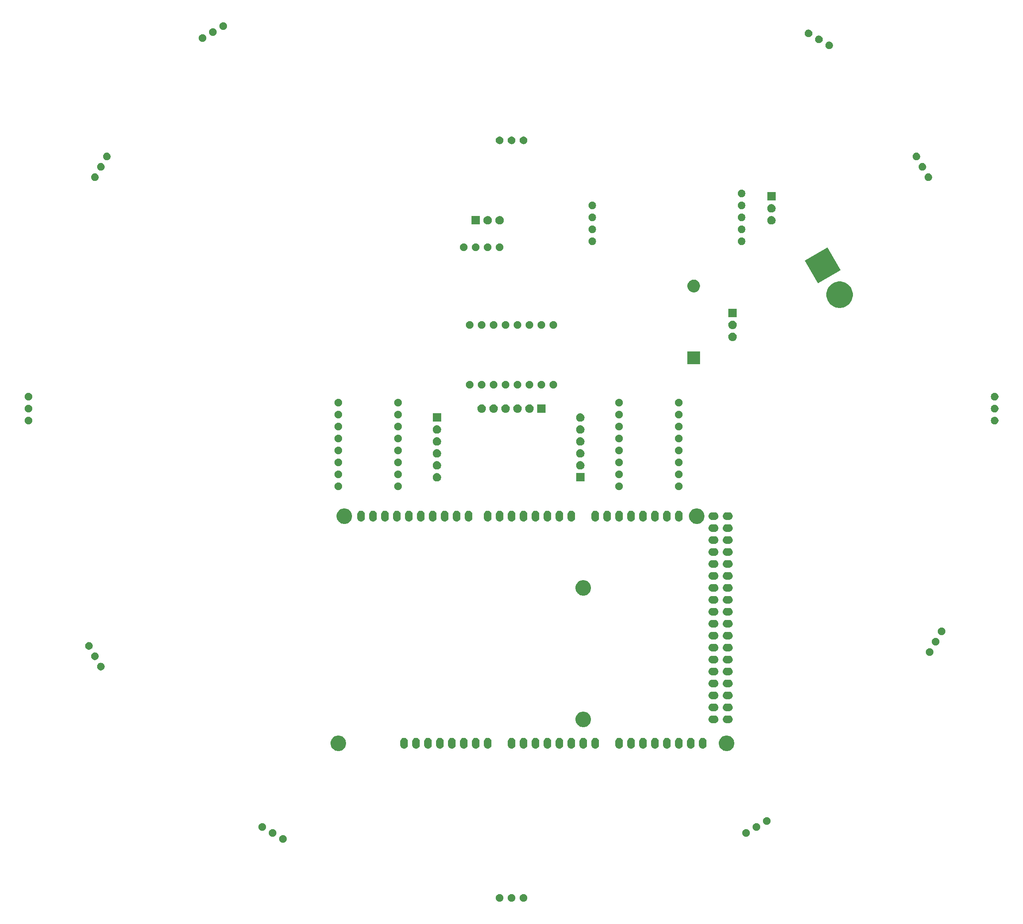
<source format=gbs>
G04 #@! TF.GenerationSoftware,KiCad,Pcbnew,5.1.5+dfsg1-2build2*
G04 #@! TF.CreationDate,2022-01-24T10:52:29+01:00*
G04 #@! TF.ProjectId,Robocup_PCB,526f626f-6375-4705-9f50-43422e6b6963,v1*
G04 #@! TF.SameCoordinates,Original*
G04 #@! TF.FileFunction,Soldermask,Bot*
G04 #@! TF.FilePolarity,Negative*
%FSLAX46Y46*%
G04 Gerber Fmt 4.6, Leading zero omitted, Abs format (unit mm)*
G04 Created by KiCad (PCBNEW 5.1.5+dfsg1-2build2) date 2022-01-24 10:52:29*
%MOMM*%
%LPD*%
G04 APERTURE LIST*
%ADD10C,0.100000*%
G04 APERTURE END LIST*
D10*
G36*
X219868413Y-230198602D02*
G01*
X219946854Y-230214205D01*
X220094628Y-230275416D01*
X220227619Y-230364277D01*
X220340723Y-230477381D01*
X220429584Y-230610372D01*
X220490795Y-230758146D01*
X220522000Y-230915027D01*
X220522000Y-231074973D01*
X220490795Y-231231854D01*
X220429584Y-231379628D01*
X220340723Y-231512619D01*
X220227619Y-231625723D01*
X220094628Y-231714584D01*
X219946854Y-231775795D01*
X219868413Y-231791398D01*
X219789975Y-231807000D01*
X219630025Y-231807000D01*
X219551587Y-231791398D01*
X219473146Y-231775795D01*
X219325372Y-231714584D01*
X219192381Y-231625723D01*
X219079277Y-231512619D01*
X218990416Y-231379628D01*
X218929205Y-231231854D01*
X218898000Y-231074973D01*
X218898000Y-230915027D01*
X218929205Y-230758146D01*
X218990416Y-230610372D01*
X219079277Y-230477381D01*
X219192381Y-230364277D01*
X219325372Y-230275416D01*
X219473146Y-230214205D01*
X219551587Y-230198602D01*
X219630025Y-230183000D01*
X219789975Y-230183000D01*
X219868413Y-230198602D01*
G37*
G36*
X217328413Y-230198602D02*
G01*
X217406854Y-230214205D01*
X217554628Y-230275416D01*
X217687619Y-230364277D01*
X217800723Y-230477381D01*
X217889584Y-230610372D01*
X217950795Y-230758146D01*
X217982000Y-230915027D01*
X217982000Y-231074973D01*
X217950795Y-231231854D01*
X217889584Y-231379628D01*
X217800723Y-231512619D01*
X217687619Y-231625723D01*
X217554628Y-231714584D01*
X217406854Y-231775795D01*
X217328413Y-231791398D01*
X217249975Y-231807000D01*
X217090025Y-231807000D01*
X217011587Y-231791398D01*
X216933146Y-231775795D01*
X216785372Y-231714584D01*
X216652381Y-231625723D01*
X216539277Y-231512619D01*
X216450416Y-231379628D01*
X216389205Y-231231854D01*
X216358000Y-231074973D01*
X216358000Y-230915027D01*
X216389205Y-230758146D01*
X216450416Y-230610372D01*
X216539277Y-230477381D01*
X216652381Y-230364277D01*
X216785372Y-230275416D01*
X216933146Y-230214205D01*
X217011587Y-230198602D01*
X217090025Y-230183000D01*
X217249975Y-230183000D01*
X217328413Y-230198602D01*
G37*
G36*
X214788413Y-230198602D02*
G01*
X214866854Y-230214205D01*
X215014628Y-230275416D01*
X215147619Y-230364277D01*
X215260723Y-230477381D01*
X215349584Y-230610372D01*
X215410795Y-230758146D01*
X215442000Y-230915027D01*
X215442000Y-231074973D01*
X215410795Y-231231854D01*
X215349584Y-231379628D01*
X215260723Y-231512619D01*
X215147619Y-231625723D01*
X215014628Y-231714584D01*
X214866854Y-231775795D01*
X214788413Y-231791398D01*
X214709975Y-231807000D01*
X214550025Y-231807000D01*
X214471587Y-231791398D01*
X214393146Y-231775795D01*
X214245372Y-231714584D01*
X214112381Y-231625723D01*
X213999277Y-231512619D01*
X213910416Y-231379628D01*
X213849205Y-231231854D01*
X213818000Y-231074973D01*
X213818000Y-230915027D01*
X213849205Y-230758146D01*
X213910416Y-230610372D01*
X213999277Y-230477381D01*
X214112381Y-230364277D01*
X214245372Y-230275416D01*
X214393146Y-230214205D01*
X214471587Y-230198602D01*
X214550025Y-230183000D01*
X214709975Y-230183000D01*
X214788413Y-230198602D01*
G37*
G36*
X168728119Y-217643603D02*
G01*
X168806559Y-217659205D01*
X168954333Y-217720416D01*
X169087324Y-217809277D01*
X169200428Y-217922381D01*
X169289289Y-218055372D01*
X169350500Y-218203146D01*
X169381705Y-218360027D01*
X169381705Y-218519973D01*
X169350500Y-218676854D01*
X169289289Y-218824628D01*
X169200428Y-218957619D01*
X169087324Y-219070723D01*
X168954333Y-219159584D01*
X168806559Y-219220795D01*
X168728118Y-219236398D01*
X168649680Y-219252000D01*
X168489730Y-219252000D01*
X168411292Y-219236398D01*
X168332851Y-219220795D01*
X168185077Y-219159584D01*
X168052086Y-219070723D01*
X167938982Y-218957619D01*
X167850121Y-218824628D01*
X167788910Y-218676854D01*
X167757705Y-218519973D01*
X167757705Y-218360027D01*
X167788910Y-218203146D01*
X167850121Y-218055372D01*
X167938982Y-217922381D01*
X168052086Y-217809277D01*
X168185077Y-217720416D01*
X168332851Y-217659205D01*
X168411291Y-217643603D01*
X168489730Y-217628000D01*
X168649680Y-217628000D01*
X168728119Y-217643603D01*
G37*
G36*
X267198708Y-216373602D02*
G01*
X267277149Y-216389205D01*
X267424923Y-216450416D01*
X267557914Y-216539277D01*
X267671018Y-216652381D01*
X267759879Y-216785372D01*
X267821090Y-216933146D01*
X267852295Y-217090027D01*
X267852295Y-217249973D01*
X267821090Y-217406854D01*
X267759879Y-217554628D01*
X267671018Y-217687619D01*
X267557914Y-217800723D01*
X267424923Y-217889584D01*
X267277149Y-217950795D01*
X267198709Y-217966397D01*
X267120270Y-217982000D01*
X266960320Y-217982000D01*
X266881881Y-217966397D01*
X266803441Y-217950795D01*
X266655667Y-217889584D01*
X266522676Y-217800723D01*
X266409572Y-217687619D01*
X266320711Y-217554628D01*
X266259500Y-217406854D01*
X266228295Y-217249973D01*
X266228295Y-217090027D01*
X266259500Y-216933146D01*
X266320711Y-216785372D01*
X266409572Y-216652381D01*
X266522676Y-216539277D01*
X266655667Y-216450416D01*
X266803441Y-216389205D01*
X266881882Y-216373602D01*
X266960320Y-216358000D01*
X267120270Y-216358000D01*
X267198708Y-216373602D01*
G37*
G36*
X166528413Y-216373602D02*
G01*
X166606854Y-216389205D01*
X166754628Y-216450416D01*
X166887619Y-216539277D01*
X167000723Y-216652381D01*
X167089584Y-216785372D01*
X167150795Y-216933146D01*
X167182000Y-217090027D01*
X167182000Y-217249973D01*
X167150795Y-217406854D01*
X167089584Y-217554628D01*
X167000723Y-217687619D01*
X166887619Y-217800723D01*
X166754628Y-217889584D01*
X166606854Y-217950795D01*
X166528414Y-217966397D01*
X166449975Y-217982000D01*
X166290025Y-217982000D01*
X166211586Y-217966397D01*
X166133146Y-217950795D01*
X165985372Y-217889584D01*
X165852381Y-217800723D01*
X165739277Y-217687619D01*
X165650416Y-217554628D01*
X165589205Y-217406854D01*
X165558000Y-217249973D01*
X165558000Y-217090027D01*
X165589205Y-216933146D01*
X165650416Y-216785372D01*
X165739277Y-216652381D01*
X165852381Y-216539277D01*
X165985372Y-216450416D01*
X166133146Y-216389205D01*
X166211587Y-216373602D01*
X166290025Y-216358000D01*
X166449975Y-216358000D01*
X166528413Y-216373602D01*
G37*
G36*
X269398413Y-215103602D02*
G01*
X269476854Y-215119205D01*
X269624628Y-215180416D01*
X269757619Y-215269277D01*
X269870723Y-215382381D01*
X269959584Y-215515372D01*
X270020795Y-215663146D01*
X270052000Y-215820027D01*
X270052000Y-215979973D01*
X270020795Y-216136854D01*
X269959584Y-216284628D01*
X269870723Y-216417619D01*
X269757619Y-216530723D01*
X269624628Y-216619584D01*
X269476854Y-216680795D01*
X269398413Y-216696398D01*
X269319975Y-216712000D01*
X269160025Y-216712000D01*
X269081587Y-216696398D01*
X269003146Y-216680795D01*
X268855372Y-216619584D01*
X268722381Y-216530723D01*
X268609277Y-216417619D01*
X268520416Y-216284628D01*
X268459205Y-216136854D01*
X268428000Y-215979973D01*
X268428000Y-215820027D01*
X268459205Y-215663146D01*
X268520416Y-215515372D01*
X268609277Y-215382381D01*
X268722381Y-215269277D01*
X268855372Y-215180416D01*
X269003146Y-215119205D01*
X269081587Y-215103602D01*
X269160025Y-215088000D01*
X269319975Y-215088000D01*
X269398413Y-215103602D01*
G37*
G36*
X164328708Y-215103602D02*
G01*
X164407149Y-215119205D01*
X164554923Y-215180416D01*
X164687914Y-215269277D01*
X164801018Y-215382381D01*
X164889879Y-215515372D01*
X164951090Y-215663146D01*
X164982295Y-215820027D01*
X164982295Y-215979973D01*
X164951090Y-216136854D01*
X164889879Y-216284628D01*
X164801018Y-216417619D01*
X164687914Y-216530723D01*
X164554923Y-216619584D01*
X164407149Y-216680795D01*
X164328708Y-216696398D01*
X164250270Y-216712000D01*
X164090320Y-216712000D01*
X164011882Y-216696398D01*
X163933441Y-216680795D01*
X163785667Y-216619584D01*
X163652676Y-216530723D01*
X163539572Y-216417619D01*
X163450711Y-216284628D01*
X163389500Y-216136854D01*
X163358295Y-215979973D01*
X163358295Y-215820027D01*
X163389500Y-215663146D01*
X163450711Y-215515372D01*
X163539572Y-215382381D01*
X163652676Y-215269277D01*
X163785667Y-215180416D01*
X163933441Y-215119205D01*
X164011882Y-215103602D01*
X164090320Y-215088000D01*
X164250270Y-215088000D01*
X164328708Y-215103602D01*
G37*
G36*
X271598119Y-213833603D02*
G01*
X271676559Y-213849205D01*
X271824333Y-213910416D01*
X271957324Y-213999277D01*
X272070428Y-214112381D01*
X272159289Y-214245372D01*
X272220500Y-214393146D01*
X272251705Y-214550027D01*
X272251705Y-214709973D01*
X272220500Y-214866854D01*
X272159289Y-215014628D01*
X272070428Y-215147619D01*
X271957324Y-215260723D01*
X271824333Y-215349584D01*
X271676559Y-215410795D01*
X271598119Y-215426397D01*
X271519680Y-215442000D01*
X271359730Y-215442000D01*
X271281291Y-215426397D01*
X271202851Y-215410795D01*
X271055077Y-215349584D01*
X270922086Y-215260723D01*
X270808982Y-215147619D01*
X270720121Y-215014628D01*
X270658910Y-214866854D01*
X270627705Y-214709973D01*
X270627705Y-214550027D01*
X270658910Y-214393146D01*
X270720121Y-214245372D01*
X270808982Y-214112381D01*
X270922086Y-213999277D01*
X271055077Y-213910416D01*
X271202851Y-213849205D01*
X271281291Y-213833603D01*
X271359730Y-213818000D01*
X271519680Y-213818000D01*
X271598119Y-213833603D01*
G37*
G36*
X263370975Y-196534438D02*
G01*
X263370977Y-196534439D01*
X263370978Y-196534439D01*
X263458871Y-196570846D01*
X263671061Y-196658738D01*
X263671062Y-196658739D01*
X263941130Y-196839191D01*
X264170809Y-197068870D01*
X264315269Y-197285072D01*
X264351262Y-197338939D01*
X264405524Y-197469939D01*
X264468926Y-197623003D01*
X264475562Y-197639025D01*
X264538930Y-197957595D01*
X264538930Y-198282405D01*
X264475562Y-198600975D01*
X264351262Y-198901061D01*
X264345386Y-198909855D01*
X264170809Y-199171130D01*
X263941130Y-199400809D01*
X263724928Y-199545269D01*
X263671061Y-199581262D01*
X263458871Y-199669154D01*
X263370978Y-199705561D01*
X263370977Y-199705561D01*
X263370975Y-199705562D01*
X263052405Y-199768930D01*
X262727595Y-199768930D01*
X262409025Y-199705562D01*
X262409023Y-199705561D01*
X262409022Y-199705561D01*
X262321129Y-199669154D01*
X262108939Y-199581262D01*
X262055072Y-199545269D01*
X261838870Y-199400809D01*
X261609191Y-199171130D01*
X261434614Y-198909855D01*
X261428738Y-198901061D01*
X261304438Y-198600975D01*
X261241070Y-198282405D01*
X261241070Y-197957595D01*
X261304438Y-197639025D01*
X261311075Y-197623003D01*
X261374476Y-197469939D01*
X261428738Y-197338939D01*
X261464731Y-197285072D01*
X261609191Y-197068870D01*
X261838870Y-196839191D01*
X262108938Y-196658739D01*
X262108939Y-196658738D01*
X262321129Y-196570846D01*
X262409022Y-196534439D01*
X262409023Y-196534439D01*
X262409025Y-196534438D01*
X262727595Y-196471070D01*
X263052405Y-196471070D01*
X263370975Y-196534438D01*
G37*
G36*
X180820975Y-196534438D02*
G01*
X180820977Y-196534439D01*
X180820978Y-196534439D01*
X180908871Y-196570846D01*
X181121061Y-196658738D01*
X181121062Y-196658739D01*
X181391130Y-196839191D01*
X181620809Y-197068870D01*
X181765269Y-197285072D01*
X181801262Y-197338939D01*
X181855524Y-197469939D01*
X181918926Y-197623003D01*
X181925562Y-197639025D01*
X181988930Y-197957595D01*
X181988930Y-198282405D01*
X181925562Y-198600975D01*
X181801262Y-198901061D01*
X181795386Y-198909855D01*
X181620809Y-199171130D01*
X181391130Y-199400809D01*
X181174928Y-199545269D01*
X181121061Y-199581262D01*
X180908871Y-199669154D01*
X180820978Y-199705561D01*
X180820977Y-199705561D01*
X180820975Y-199705562D01*
X180502405Y-199768930D01*
X180177595Y-199768930D01*
X179859025Y-199705562D01*
X179859023Y-199705561D01*
X179859022Y-199705561D01*
X179771129Y-199669154D01*
X179558939Y-199581262D01*
X179505072Y-199545269D01*
X179288870Y-199400809D01*
X179059191Y-199171130D01*
X178884614Y-198909855D01*
X178878738Y-198901061D01*
X178754438Y-198600975D01*
X178691070Y-198282405D01*
X178691070Y-197957595D01*
X178754438Y-197639025D01*
X178761075Y-197623003D01*
X178824476Y-197469939D01*
X178878738Y-197338939D01*
X178914731Y-197285072D01*
X179059191Y-197068870D01*
X179288870Y-196839191D01*
X179558938Y-196658739D01*
X179558939Y-196658738D01*
X179771129Y-196570846D01*
X179859022Y-196534439D01*
X179859023Y-196534439D01*
X179859025Y-196534438D01*
X180177595Y-196471070D01*
X180502405Y-196471070D01*
X180820975Y-196534438D01*
G37*
G36*
X204629177Y-196981929D02*
G01*
X204782242Y-197028361D01*
X204923304Y-197103760D01*
X205046948Y-197205232D01*
X205148421Y-197328876D01*
X205223819Y-197469937D01*
X205270251Y-197623002D01*
X205282000Y-197742293D01*
X205282000Y-198497707D01*
X205270251Y-198616998D01*
X205223819Y-198770063D01*
X205148421Y-198911124D01*
X205046948Y-199034768D01*
X204923304Y-199136241D01*
X204782243Y-199211639D01*
X204629178Y-199258071D01*
X204470000Y-199273749D01*
X204310823Y-199258071D01*
X204157758Y-199211639D01*
X204016697Y-199136241D01*
X203893053Y-199034768D01*
X203791580Y-198911124D01*
X203716183Y-198770064D01*
X203715798Y-198768794D01*
X203669750Y-198617000D01*
X203669750Y-198616998D01*
X203669749Y-198616996D01*
X203658000Y-198497707D01*
X203658000Y-197742294D01*
X203669749Y-197623003D01*
X203716181Y-197469938D01*
X203791580Y-197328876D01*
X203893052Y-197205232D01*
X204016696Y-197103759D01*
X204157757Y-197028361D01*
X204310822Y-196981929D01*
X204470000Y-196966251D01*
X204629177Y-196981929D01*
G37*
G36*
X217329177Y-196981929D02*
G01*
X217482242Y-197028361D01*
X217623304Y-197103760D01*
X217746948Y-197205232D01*
X217848421Y-197328876D01*
X217923819Y-197469937D01*
X217970251Y-197623002D01*
X217982000Y-197742293D01*
X217982000Y-198497707D01*
X217970251Y-198616998D01*
X217923819Y-198770063D01*
X217848421Y-198911124D01*
X217746948Y-199034768D01*
X217623304Y-199136241D01*
X217482243Y-199211639D01*
X217329178Y-199258071D01*
X217170000Y-199273749D01*
X217010823Y-199258071D01*
X216857758Y-199211639D01*
X216716697Y-199136241D01*
X216593053Y-199034768D01*
X216491580Y-198911124D01*
X216416183Y-198770064D01*
X216415798Y-198768794D01*
X216369750Y-198617000D01*
X216369750Y-198616998D01*
X216369749Y-198616996D01*
X216358000Y-198497707D01*
X216358000Y-197742294D01*
X216369749Y-197623003D01*
X216416181Y-197469938D01*
X216491580Y-197328876D01*
X216593052Y-197205232D01*
X216716696Y-197103759D01*
X216857757Y-197028361D01*
X217010822Y-196981929D01*
X217170000Y-196966251D01*
X217329177Y-196981929D01*
G37*
G36*
X207169177Y-196981929D02*
G01*
X207322242Y-197028361D01*
X207463304Y-197103760D01*
X207586948Y-197205232D01*
X207688421Y-197328876D01*
X207763819Y-197469937D01*
X207810251Y-197623002D01*
X207822000Y-197742293D01*
X207822000Y-198497707D01*
X207810251Y-198616998D01*
X207763819Y-198770063D01*
X207688421Y-198911124D01*
X207586948Y-199034768D01*
X207463304Y-199136241D01*
X207322243Y-199211639D01*
X207169178Y-199258071D01*
X207010000Y-199273749D01*
X206850823Y-199258071D01*
X206697758Y-199211639D01*
X206556697Y-199136241D01*
X206433053Y-199034768D01*
X206331580Y-198911124D01*
X206256183Y-198770064D01*
X206255798Y-198768794D01*
X206209750Y-198617000D01*
X206209750Y-198616998D01*
X206209749Y-198616996D01*
X206198000Y-198497707D01*
X206198000Y-197742294D01*
X206209749Y-197623003D01*
X206256181Y-197469938D01*
X206331580Y-197328876D01*
X206433052Y-197205232D01*
X206556696Y-197103759D01*
X206697757Y-197028361D01*
X206850822Y-196981929D01*
X207010000Y-196966251D01*
X207169177Y-196981929D01*
G37*
G36*
X227489177Y-196981929D02*
G01*
X227642242Y-197028361D01*
X227783304Y-197103760D01*
X227906948Y-197205232D01*
X228008421Y-197328876D01*
X228083819Y-197469937D01*
X228130251Y-197623002D01*
X228142000Y-197742293D01*
X228142000Y-198497707D01*
X228130251Y-198616998D01*
X228083819Y-198770063D01*
X228008421Y-198911124D01*
X227906948Y-199034768D01*
X227783304Y-199136241D01*
X227642243Y-199211639D01*
X227489178Y-199258071D01*
X227330000Y-199273749D01*
X227170823Y-199258071D01*
X227017758Y-199211639D01*
X226876697Y-199136241D01*
X226753053Y-199034768D01*
X226651580Y-198911124D01*
X226576183Y-198770064D01*
X226575798Y-198768794D01*
X226529750Y-198617000D01*
X226529750Y-198616998D01*
X226529749Y-198616996D01*
X226518000Y-198497707D01*
X226518000Y-197742294D01*
X226529749Y-197623003D01*
X226576181Y-197469938D01*
X226651580Y-197328876D01*
X226753052Y-197205232D01*
X226876696Y-197103759D01*
X227017757Y-197028361D01*
X227170822Y-196981929D01*
X227330000Y-196966251D01*
X227489177Y-196981929D01*
G37*
G36*
X224949177Y-196981929D02*
G01*
X225102242Y-197028361D01*
X225243304Y-197103760D01*
X225366948Y-197205232D01*
X225468421Y-197328876D01*
X225543819Y-197469937D01*
X225590251Y-197623002D01*
X225602000Y-197742293D01*
X225602000Y-198497707D01*
X225590251Y-198616998D01*
X225543819Y-198770063D01*
X225468421Y-198911124D01*
X225366948Y-199034768D01*
X225243304Y-199136241D01*
X225102243Y-199211639D01*
X224949178Y-199258071D01*
X224790000Y-199273749D01*
X224630823Y-199258071D01*
X224477758Y-199211639D01*
X224336697Y-199136241D01*
X224213053Y-199034768D01*
X224111580Y-198911124D01*
X224036183Y-198770064D01*
X224035798Y-198768794D01*
X223989750Y-198617000D01*
X223989750Y-198616998D01*
X223989749Y-198616996D01*
X223978000Y-198497707D01*
X223978000Y-197742294D01*
X223989749Y-197623003D01*
X224036181Y-197469938D01*
X224111580Y-197328876D01*
X224213052Y-197205232D01*
X224336696Y-197103759D01*
X224477757Y-197028361D01*
X224630822Y-196981929D01*
X224790000Y-196966251D01*
X224949177Y-196981929D01*
G37*
G36*
X222409177Y-196981929D02*
G01*
X222562242Y-197028361D01*
X222703304Y-197103760D01*
X222826948Y-197205232D01*
X222928421Y-197328876D01*
X223003819Y-197469937D01*
X223050251Y-197623002D01*
X223062000Y-197742293D01*
X223062000Y-198497707D01*
X223050251Y-198616998D01*
X223003819Y-198770063D01*
X222928421Y-198911124D01*
X222826948Y-199034768D01*
X222703304Y-199136241D01*
X222562243Y-199211639D01*
X222409178Y-199258071D01*
X222250000Y-199273749D01*
X222090823Y-199258071D01*
X221937758Y-199211639D01*
X221796697Y-199136241D01*
X221673053Y-199034768D01*
X221571580Y-198911124D01*
X221496183Y-198770064D01*
X221495798Y-198768794D01*
X221449750Y-198617000D01*
X221449750Y-198616998D01*
X221449749Y-198616996D01*
X221438000Y-198497707D01*
X221438000Y-197742294D01*
X221449749Y-197623003D01*
X221496181Y-197469938D01*
X221571580Y-197328876D01*
X221673052Y-197205232D01*
X221796696Y-197103759D01*
X221937757Y-197028361D01*
X222090822Y-196981929D01*
X222250000Y-196966251D01*
X222409177Y-196981929D01*
G37*
G36*
X194469177Y-196981929D02*
G01*
X194622242Y-197028361D01*
X194763304Y-197103760D01*
X194886948Y-197205232D01*
X194988421Y-197328876D01*
X195063819Y-197469937D01*
X195110251Y-197623002D01*
X195122000Y-197742293D01*
X195122000Y-198497707D01*
X195110251Y-198616998D01*
X195063819Y-198770063D01*
X194988421Y-198911124D01*
X194886948Y-199034768D01*
X194763304Y-199136241D01*
X194622243Y-199211639D01*
X194469178Y-199258071D01*
X194310000Y-199273749D01*
X194150823Y-199258071D01*
X193997758Y-199211639D01*
X193856697Y-199136241D01*
X193733053Y-199034768D01*
X193631580Y-198911124D01*
X193556183Y-198770064D01*
X193555798Y-198768794D01*
X193509750Y-198617000D01*
X193509750Y-198616998D01*
X193509749Y-198616996D01*
X193498000Y-198497707D01*
X193498000Y-197742294D01*
X193509749Y-197623003D01*
X193556181Y-197469938D01*
X193631580Y-197328876D01*
X193733052Y-197205232D01*
X193856696Y-197103759D01*
X193997757Y-197028361D01*
X194150822Y-196981929D01*
X194310000Y-196966251D01*
X194469177Y-196981929D01*
G37*
G36*
X209709177Y-196981929D02*
G01*
X209862242Y-197028361D01*
X210003304Y-197103760D01*
X210126948Y-197205232D01*
X210228421Y-197328876D01*
X210303819Y-197469937D01*
X210350251Y-197623002D01*
X210362000Y-197742293D01*
X210362000Y-198497707D01*
X210350251Y-198616998D01*
X210303819Y-198770063D01*
X210228421Y-198911124D01*
X210126948Y-199034768D01*
X210003304Y-199136241D01*
X209862243Y-199211639D01*
X209709178Y-199258071D01*
X209550000Y-199273749D01*
X209390823Y-199258071D01*
X209237758Y-199211639D01*
X209096697Y-199136241D01*
X208973053Y-199034768D01*
X208871580Y-198911124D01*
X208796183Y-198770064D01*
X208795798Y-198768794D01*
X208749750Y-198617000D01*
X208749750Y-198616998D01*
X208749749Y-198616996D01*
X208738000Y-198497707D01*
X208738000Y-197742294D01*
X208749749Y-197623003D01*
X208796181Y-197469938D01*
X208871580Y-197328876D01*
X208973052Y-197205232D01*
X209096696Y-197103759D01*
X209237757Y-197028361D01*
X209390822Y-196981929D01*
X209550000Y-196966251D01*
X209709177Y-196981929D01*
G37*
G36*
X212249177Y-196981929D02*
G01*
X212402242Y-197028361D01*
X212543304Y-197103760D01*
X212666948Y-197205232D01*
X212768421Y-197328876D01*
X212843819Y-197469937D01*
X212890251Y-197623002D01*
X212902000Y-197742293D01*
X212902000Y-198497707D01*
X212890251Y-198616998D01*
X212843819Y-198770063D01*
X212768421Y-198911124D01*
X212666948Y-199034768D01*
X212543304Y-199136241D01*
X212402243Y-199211639D01*
X212249178Y-199258071D01*
X212090000Y-199273749D01*
X211930823Y-199258071D01*
X211777758Y-199211639D01*
X211636697Y-199136241D01*
X211513053Y-199034768D01*
X211411580Y-198911124D01*
X211336183Y-198770064D01*
X211335798Y-198768794D01*
X211289750Y-198617000D01*
X211289750Y-198616998D01*
X211289749Y-198616996D01*
X211278000Y-198497707D01*
X211278000Y-197742294D01*
X211289749Y-197623003D01*
X211336181Y-197469938D01*
X211411580Y-197328876D01*
X211513052Y-197205232D01*
X211636696Y-197103759D01*
X211777757Y-197028361D01*
X211930822Y-196981929D01*
X212090000Y-196966251D01*
X212249177Y-196981929D01*
G37*
G36*
X232569177Y-196981929D02*
G01*
X232722242Y-197028361D01*
X232863304Y-197103760D01*
X232986948Y-197205232D01*
X233088421Y-197328876D01*
X233163819Y-197469937D01*
X233210251Y-197623002D01*
X233222000Y-197742293D01*
X233222000Y-198497707D01*
X233210251Y-198616998D01*
X233163819Y-198770063D01*
X233088421Y-198911124D01*
X232986948Y-199034768D01*
X232863304Y-199136241D01*
X232722243Y-199211639D01*
X232569178Y-199258071D01*
X232410000Y-199273749D01*
X232250823Y-199258071D01*
X232097758Y-199211639D01*
X231956697Y-199136241D01*
X231833053Y-199034768D01*
X231731580Y-198911124D01*
X231656183Y-198770064D01*
X231655798Y-198768794D01*
X231609750Y-198617000D01*
X231609750Y-198616998D01*
X231609749Y-198616996D01*
X231598000Y-198497707D01*
X231598000Y-197742294D01*
X231609749Y-197623003D01*
X231656181Y-197469938D01*
X231731580Y-197328876D01*
X231833052Y-197205232D01*
X231956696Y-197103759D01*
X232097757Y-197028361D01*
X232250822Y-196981929D01*
X232410000Y-196966251D01*
X232569177Y-196981929D01*
G37*
G36*
X202089177Y-196981929D02*
G01*
X202242242Y-197028361D01*
X202383304Y-197103760D01*
X202506948Y-197205232D01*
X202608421Y-197328876D01*
X202683819Y-197469937D01*
X202730251Y-197623002D01*
X202742000Y-197742293D01*
X202742000Y-198497707D01*
X202730251Y-198616998D01*
X202683819Y-198770063D01*
X202608421Y-198911124D01*
X202506948Y-199034768D01*
X202383304Y-199136241D01*
X202242243Y-199211639D01*
X202089178Y-199258071D01*
X201930000Y-199273749D01*
X201770823Y-199258071D01*
X201617758Y-199211639D01*
X201476697Y-199136241D01*
X201353053Y-199034768D01*
X201251580Y-198911124D01*
X201176183Y-198770064D01*
X201175798Y-198768794D01*
X201129750Y-198617000D01*
X201129750Y-198616998D01*
X201129749Y-198616996D01*
X201118000Y-198497707D01*
X201118000Y-197742294D01*
X201129749Y-197623003D01*
X201176181Y-197469938D01*
X201251580Y-197328876D01*
X201353052Y-197205232D01*
X201476696Y-197103759D01*
X201617757Y-197028361D01*
X201770822Y-196981929D01*
X201930000Y-196966251D01*
X202089177Y-196981929D01*
G37*
G36*
X219869177Y-196981929D02*
G01*
X220022242Y-197028361D01*
X220163304Y-197103760D01*
X220286948Y-197205232D01*
X220388421Y-197328876D01*
X220463819Y-197469937D01*
X220510251Y-197623002D01*
X220522000Y-197742293D01*
X220522000Y-198497707D01*
X220510251Y-198616998D01*
X220463819Y-198770063D01*
X220388421Y-198911124D01*
X220286948Y-199034768D01*
X220163304Y-199136241D01*
X220022243Y-199211639D01*
X219869178Y-199258071D01*
X219710000Y-199273749D01*
X219550823Y-199258071D01*
X219397758Y-199211639D01*
X219256697Y-199136241D01*
X219133053Y-199034768D01*
X219031580Y-198911124D01*
X218956183Y-198770064D01*
X218955798Y-198768794D01*
X218909750Y-198617000D01*
X218909750Y-198616998D01*
X218909749Y-198616996D01*
X218898000Y-198497707D01*
X218898000Y-197742294D01*
X218909749Y-197623003D01*
X218956181Y-197469938D01*
X219031580Y-197328876D01*
X219133052Y-197205232D01*
X219256696Y-197103759D01*
X219397757Y-197028361D01*
X219550822Y-196981929D01*
X219710000Y-196966251D01*
X219869177Y-196981929D01*
G37*
G36*
X245269177Y-196981929D02*
G01*
X245422242Y-197028361D01*
X245563304Y-197103760D01*
X245686948Y-197205232D01*
X245788421Y-197328876D01*
X245863819Y-197469937D01*
X245910251Y-197623002D01*
X245922000Y-197742293D01*
X245922000Y-198497707D01*
X245910251Y-198616998D01*
X245863819Y-198770063D01*
X245788421Y-198911124D01*
X245686948Y-199034768D01*
X245563304Y-199136241D01*
X245422243Y-199211639D01*
X245269178Y-199258071D01*
X245110000Y-199273749D01*
X244950823Y-199258071D01*
X244797758Y-199211639D01*
X244656697Y-199136241D01*
X244533053Y-199034768D01*
X244431580Y-198911124D01*
X244356183Y-198770064D01*
X244355798Y-198768794D01*
X244309750Y-198617000D01*
X244309750Y-198616998D01*
X244309749Y-198616996D01*
X244298000Y-198497707D01*
X244298000Y-197742294D01*
X244309749Y-197623003D01*
X244356181Y-197469938D01*
X244431580Y-197328876D01*
X244533052Y-197205232D01*
X244656696Y-197103759D01*
X244797757Y-197028361D01*
X244950822Y-196981929D01*
X245110000Y-196966251D01*
X245269177Y-196981929D01*
G37*
G36*
X242729177Y-196981929D02*
G01*
X242882242Y-197028361D01*
X243023304Y-197103760D01*
X243146948Y-197205232D01*
X243248421Y-197328876D01*
X243323819Y-197469937D01*
X243370251Y-197623002D01*
X243382000Y-197742293D01*
X243382000Y-198497707D01*
X243370251Y-198616998D01*
X243323819Y-198770063D01*
X243248421Y-198911124D01*
X243146948Y-199034768D01*
X243023304Y-199136241D01*
X242882243Y-199211639D01*
X242729178Y-199258071D01*
X242570000Y-199273749D01*
X242410823Y-199258071D01*
X242257758Y-199211639D01*
X242116697Y-199136241D01*
X241993053Y-199034768D01*
X241891580Y-198911124D01*
X241816183Y-198770064D01*
X241815798Y-198768794D01*
X241769750Y-198617000D01*
X241769750Y-198616998D01*
X241769749Y-198616996D01*
X241758000Y-198497707D01*
X241758000Y-197742294D01*
X241769749Y-197623003D01*
X241816181Y-197469938D01*
X241891580Y-197328876D01*
X241993052Y-197205232D01*
X242116696Y-197103759D01*
X242257757Y-197028361D01*
X242410822Y-196981929D01*
X242570000Y-196966251D01*
X242729177Y-196981929D01*
G37*
G36*
X235109177Y-196981929D02*
G01*
X235262242Y-197028361D01*
X235403304Y-197103760D01*
X235526948Y-197205232D01*
X235628421Y-197328876D01*
X235703819Y-197469937D01*
X235750251Y-197623002D01*
X235762000Y-197742293D01*
X235762000Y-198497707D01*
X235750251Y-198616998D01*
X235703819Y-198770063D01*
X235628421Y-198911124D01*
X235526948Y-199034768D01*
X235403304Y-199136241D01*
X235262243Y-199211639D01*
X235109178Y-199258071D01*
X234950000Y-199273749D01*
X234790823Y-199258071D01*
X234637758Y-199211639D01*
X234496697Y-199136241D01*
X234373053Y-199034768D01*
X234271580Y-198911124D01*
X234196183Y-198770064D01*
X234195798Y-198768794D01*
X234149750Y-198617000D01*
X234149750Y-198616998D01*
X234149749Y-198616996D01*
X234138000Y-198497707D01*
X234138000Y-197742294D01*
X234149749Y-197623003D01*
X234196181Y-197469938D01*
X234271580Y-197328876D01*
X234373052Y-197205232D01*
X234496696Y-197103759D01*
X234637757Y-197028361D01*
X234790822Y-196981929D01*
X234950000Y-196966251D01*
X235109177Y-196981929D01*
G37*
G36*
X240189177Y-196981929D02*
G01*
X240342242Y-197028361D01*
X240483304Y-197103760D01*
X240606948Y-197205232D01*
X240708421Y-197328876D01*
X240783819Y-197469937D01*
X240830251Y-197623002D01*
X240842000Y-197742293D01*
X240842000Y-198497707D01*
X240830251Y-198616998D01*
X240783819Y-198770063D01*
X240708421Y-198911124D01*
X240606948Y-199034768D01*
X240483304Y-199136241D01*
X240342243Y-199211639D01*
X240189178Y-199258071D01*
X240030000Y-199273749D01*
X239870823Y-199258071D01*
X239717758Y-199211639D01*
X239576697Y-199136241D01*
X239453053Y-199034768D01*
X239351580Y-198911124D01*
X239276183Y-198770064D01*
X239275798Y-198768794D01*
X239229750Y-198617000D01*
X239229750Y-198616998D01*
X239229749Y-198616996D01*
X239218000Y-198497707D01*
X239218000Y-197742294D01*
X239229749Y-197623003D01*
X239276181Y-197469938D01*
X239351580Y-197328876D01*
X239453052Y-197205232D01*
X239576696Y-197103759D01*
X239717757Y-197028361D01*
X239870822Y-196981929D01*
X240030000Y-196966251D01*
X240189177Y-196981929D01*
G37*
G36*
X197009177Y-196981929D02*
G01*
X197162242Y-197028361D01*
X197303304Y-197103760D01*
X197426948Y-197205232D01*
X197528421Y-197328876D01*
X197603819Y-197469937D01*
X197650251Y-197623002D01*
X197662000Y-197742293D01*
X197662000Y-198497707D01*
X197650251Y-198616998D01*
X197603819Y-198770063D01*
X197528421Y-198911124D01*
X197426948Y-199034768D01*
X197303304Y-199136241D01*
X197162243Y-199211639D01*
X197009178Y-199258071D01*
X196850000Y-199273749D01*
X196690823Y-199258071D01*
X196537758Y-199211639D01*
X196396697Y-199136241D01*
X196273053Y-199034768D01*
X196171580Y-198911124D01*
X196096183Y-198770064D01*
X196095798Y-198768794D01*
X196049750Y-198617000D01*
X196049750Y-198616998D01*
X196049749Y-198616996D01*
X196038000Y-198497707D01*
X196038000Y-197742294D01*
X196049749Y-197623003D01*
X196096181Y-197469938D01*
X196171580Y-197328876D01*
X196273052Y-197205232D01*
X196396696Y-197103759D01*
X196537757Y-197028361D01*
X196690822Y-196981929D01*
X196850000Y-196966251D01*
X197009177Y-196981929D01*
G37*
G36*
X199549177Y-196981929D02*
G01*
X199702242Y-197028361D01*
X199843304Y-197103760D01*
X199966948Y-197205232D01*
X200068421Y-197328876D01*
X200143819Y-197469937D01*
X200190251Y-197623002D01*
X200202000Y-197742293D01*
X200202000Y-198497707D01*
X200190251Y-198616998D01*
X200143819Y-198770063D01*
X200068421Y-198911124D01*
X199966948Y-199034768D01*
X199843304Y-199136241D01*
X199702243Y-199211639D01*
X199549178Y-199258071D01*
X199390000Y-199273749D01*
X199230823Y-199258071D01*
X199077758Y-199211639D01*
X198936697Y-199136241D01*
X198813053Y-199034768D01*
X198711580Y-198911124D01*
X198636183Y-198770064D01*
X198635798Y-198768794D01*
X198589750Y-198617000D01*
X198589750Y-198616998D01*
X198589749Y-198616996D01*
X198578000Y-198497707D01*
X198578000Y-197742294D01*
X198589749Y-197623003D01*
X198636181Y-197469938D01*
X198711580Y-197328876D01*
X198813052Y-197205232D01*
X198936696Y-197103759D01*
X199077757Y-197028361D01*
X199230822Y-196981929D01*
X199390000Y-196966251D01*
X199549177Y-196981929D01*
G37*
G36*
X230029177Y-196981929D02*
G01*
X230182242Y-197028361D01*
X230323304Y-197103760D01*
X230446948Y-197205232D01*
X230548421Y-197328876D01*
X230623819Y-197469937D01*
X230670251Y-197623002D01*
X230682000Y-197742293D01*
X230682000Y-198497707D01*
X230670251Y-198616998D01*
X230623819Y-198770063D01*
X230548421Y-198911124D01*
X230446948Y-199034768D01*
X230323304Y-199136241D01*
X230182243Y-199211639D01*
X230029178Y-199258071D01*
X229870000Y-199273749D01*
X229710823Y-199258071D01*
X229557758Y-199211639D01*
X229416697Y-199136241D01*
X229293053Y-199034768D01*
X229191580Y-198911124D01*
X229116183Y-198770064D01*
X229115798Y-198768794D01*
X229069750Y-198617000D01*
X229069750Y-198616998D01*
X229069749Y-198616996D01*
X229058000Y-198497707D01*
X229058000Y-197742294D01*
X229069749Y-197623003D01*
X229116181Y-197469938D01*
X229191580Y-197328876D01*
X229293052Y-197205232D01*
X229416696Y-197103759D01*
X229557757Y-197028361D01*
X229710822Y-196981929D01*
X229870000Y-196966251D01*
X230029177Y-196981929D01*
G37*
G36*
X257969177Y-196983199D02*
G01*
X258122242Y-197029631D01*
X258263304Y-197105030D01*
X258386948Y-197206502D01*
X258488421Y-197330146D01*
X258563819Y-197471207D01*
X258610251Y-197624272D01*
X258622000Y-197743563D01*
X258622000Y-198496437D01*
X258610251Y-198615728D01*
X258563819Y-198768793D01*
X258488421Y-198909854D01*
X258386948Y-199033498D01*
X258263304Y-199134971D01*
X258122243Y-199210369D01*
X257969178Y-199256801D01*
X257810000Y-199272479D01*
X257650823Y-199256801D01*
X257497758Y-199210369D01*
X257356697Y-199134971D01*
X257233053Y-199033498D01*
X257131580Y-198909854D01*
X257056183Y-198768794D01*
X257009749Y-198615726D01*
X256998000Y-198496437D01*
X256998000Y-197743564D01*
X257009749Y-197624273D01*
X257056181Y-197471208D01*
X257131580Y-197330146D01*
X257233052Y-197206502D01*
X257356696Y-197105029D01*
X257497757Y-197029631D01*
X257650822Y-196983199D01*
X257810000Y-196967521D01*
X257969177Y-196983199D01*
G37*
G36*
X255429177Y-196983199D02*
G01*
X255582242Y-197029631D01*
X255723304Y-197105030D01*
X255846948Y-197206502D01*
X255948421Y-197330146D01*
X256023819Y-197471207D01*
X256070251Y-197624272D01*
X256082000Y-197743563D01*
X256082000Y-198496437D01*
X256070251Y-198615728D01*
X256023819Y-198768793D01*
X255948421Y-198909854D01*
X255846948Y-199033498D01*
X255723304Y-199134971D01*
X255582243Y-199210369D01*
X255429178Y-199256801D01*
X255270000Y-199272479D01*
X255110823Y-199256801D01*
X254957758Y-199210369D01*
X254816697Y-199134971D01*
X254693053Y-199033498D01*
X254591580Y-198909854D01*
X254516183Y-198768794D01*
X254469749Y-198615726D01*
X254458000Y-198496437D01*
X254458000Y-197743564D01*
X254469749Y-197624273D01*
X254516181Y-197471208D01*
X254591580Y-197330146D01*
X254693052Y-197206502D01*
X254816696Y-197105029D01*
X254957757Y-197029631D01*
X255110822Y-196983199D01*
X255270000Y-196967521D01*
X255429177Y-196983199D01*
G37*
G36*
X252889177Y-196983199D02*
G01*
X253042242Y-197029631D01*
X253183304Y-197105030D01*
X253306948Y-197206502D01*
X253408421Y-197330146D01*
X253483819Y-197471207D01*
X253530251Y-197624272D01*
X253542000Y-197743563D01*
X253542000Y-198496437D01*
X253530251Y-198615728D01*
X253483819Y-198768793D01*
X253408421Y-198909854D01*
X253306948Y-199033498D01*
X253183304Y-199134971D01*
X253042243Y-199210369D01*
X252889178Y-199256801D01*
X252730000Y-199272479D01*
X252570823Y-199256801D01*
X252417758Y-199210369D01*
X252276697Y-199134971D01*
X252153053Y-199033498D01*
X252051580Y-198909854D01*
X251976183Y-198768794D01*
X251929749Y-198615726D01*
X251918000Y-198496437D01*
X251918000Y-197743564D01*
X251929749Y-197624273D01*
X251976181Y-197471208D01*
X252051580Y-197330146D01*
X252153052Y-197206502D01*
X252276696Y-197105029D01*
X252417757Y-197029631D01*
X252570822Y-196983199D01*
X252730000Y-196967521D01*
X252889177Y-196983199D01*
G37*
G36*
X250349177Y-196983199D02*
G01*
X250502242Y-197029631D01*
X250643304Y-197105030D01*
X250766948Y-197206502D01*
X250868421Y-197330146D01*
X250943819Y-197471207D01*
X250990251Y-197624272D01*
X251002000Y-197743563D01*
X251002000Y-198496437D01*
X250990251Y-198615728D01*
X250943819Y-198768793D01*
X250868421Y-198909854D01*
X250766948Y-199033498D01*
X250643304Y-199134971D01*
X250502243Y-199210369D01*
X250349178Y-199256801D01*
X250190000Y-199272479D01*
X250030823Y-199256801D01*
X249877758Y-199210369D01*
X249736697Y-199134971D01*
X249613053Y-199033498D01*
X249511580Y-198909854D01*
X249436183Y-198768794D01*
X249389749Y-198615726D01*
X249378000Y-198496437D01*
X249378000Y-197743564D01*
X249389749Y-197624273D01*
X249436181Y-197471208D01*
X249511580Y-197330146D01*
X249613052Y-197206502D01*
X249736696Y-197105029D01*
X249877757Y-197029631D01*
X250030822Y-196983199D01*
X250190000Y-196967521D01*
X250349177Y-196983199D01*
G37*
G36*
X247809177Y-196983199D02*
G01*
X247962242Y-197029631D01*
X248103304Y-197105030D01*
X248226948Y-197206502D01*
X248328421Y-197330146D01*
X248403819Y-197471207D01*
X248450251Y-197624272D01*
X248462000Y-197743563D01*
X248462000Y-198496437D01*
X248450251Y-198615728D01*
X248403819Y-198768793D01*
X248328421Y-198909854D01*
X248226948Y-199033498D01*
X248103304Y-199134971D01*
X247962243Y-199210369D01*
X247809178Y-199256801D01*
X247650000Y-199272479D01*
X247490823Y-199256801D01*
X247337758Y-199210369D01*
X247196697Y-199134971D01*
X247073053Y-199033498D01*
X246971580Y-198909854D01*
X246896183Y-198768794D01*
X246849749Y-198615726D01*
X246838000Y-198496437D01*
X246838000Y-197743564D01*
X246849749Y-197624273D01*
X246896181Y-197471208D01*
X246971580Y-197330146D01*
X247073052Y-197206502D01*
X247196696Y-197105029D01*
X247337757Y-197029631D01*
X247490822Y-196983199D01*
X247650000Y-196967521D01*
X247809177Y-196983199D01*
G37*
G36*
X232890975Y-191454438D02*
G01*
X232890977Y-191454439D01*
X232890978Y-191454439D01*
X232978871Y-191490846D01*
X233191061Y-191578738D01*
X233191062Y-191578739D01*
X233461130Y-191759191D01*
X233690809Y-191988870D01*
X233835269Y-192205072D01*
X233871262Y-192258939D01*
X233995562Y-192559025D01*
X234058930Y-192877595D01*
X234058930Y-193202405D01*
X233995562Y-193520975D01*
X233871262Y-193821061D01*
X233853422Y-193847760D01*
X233690809Y-194091130D01*
X233461130Y-194320809D01*
X233244928Y-194465269D01*
X233191061Y-194501262D01*
X232978871Y-194589154D01*
X232890978Y-194625561D01*
X232890977Y-194625561D01*
X232890975Y-194625562D01*
X232572405Y-194688930D01*
X232247595Y-194688930D01*
X231929025Y-194625562D01*
X231929023Y-194625561D01*
X231929022Y-194625561D01*
X231841129Y-194589154D01*
X231628939Y-194501262D01*
X231575072Y-194465269D01*
X231358870Y-194320809D01*
X231129191Y-194091130D01*
X230966578Y-193847760D01*
X230948738Y-193821061D01*
X230824438Y-193520975D01*
X230761070Y-193202405D01*
X230761070Y-192877595D01*
X230824438Y-192559025D01*
X230948738Y-192258939D01*
X230984731Y-192205072D01*
X231129191Y-191988870D01*
X231358870Y-191759191D01*
X231628938Y-191578739D01*
X231628939Y-191578738D01*
X231841129Y-191490846D01*
X231929022Y-191454439D01*
X231929023Y-191454439D01*
X231929025Y-191454438D01*
X232247595Y-191391070D01*
X232572405Y-191391070D01*
X232890975Y-191454438D01*
G37*
G36*
X260474421Y-192230546D02*
G01*
X260491623Y-192232240D01*
X260538489Y-192246457D01*
X260646121Y-192279106D01*
X260788513Y-192355216D01*
X260913313Y-192457637D01*
X261015734Y-192582437D01*
X261091844Y-192724829D01*
X261124493Y-192832461D01*
X261138186Y-192877598D01*
X261138710Y-192879328D01*
X261154536Y-193040000D01*
X261140129Y-193186266D01*
X261138710Y-193200673D01*
X261124493Y-193247539D01*
X261091844Y-193355171D01*
X261015734Y-193497563D01*
X260913313Y-193622363D01*
X260788513Y-193724784D01*
X260646121Y-193800894D01*
X260538489Y-193833543D01*
X260491623Y-193847760D01*
X260474421Y-193849454D01*
X260371213Y-193859620D01*
X259830947Y-193859620D01*
X259727739Y-193849454D01*
X259710537Y-193847760D01*
X259663671Y-193833543D01*
X259556039Y-193800894D01*
X259413647Y-193724784D01*
X259288847Y-193622363D01*
X259186426Y-193497563D01*
X259110316Y-193355171D01*
X259077667Y-193247539D01*
X259063450Y-193200673D01*
X259062031Y-193186266D01*
X259047624Y-193040000D01*
X259063450Y-192879328D01*
X259063975Y-192877598D01*
X259077667Y-192832461D01*
X259110316Y-192724829D01*
X259186426Y-192582437D01*
X259288847Y-192457637D01*
X259413647Y-192355216D01*
X259556039Y-192279106D01*
X259663671Y-192246457D01*
X259710537Y-192232240D01*
X259727739Y-192230546D01*
X259830947Y-192220380D01*
X260371213Y-192220380D01*
X260474421Y-192230546D01*
G37*
G36*
X263527943Y-192233490D02*
G01*
X263682205Y-192280285D01*
X263824369Y-192356273D01*
X263948980Y-192458540D01*
X264051247Y-192583151D01*
X264127235Y-192725315D01*
X264159165Y-192830578D01*
X264174029Y-192879575D01*
X264174029Y-192879577D01*
X264189830Y-193040000D01*
X264176629Y-193174023D01*
X264174029Y-193200425D01*
X264173429Y-193202402D01*
X264127235Y-193354685D01*
X264051247Y-193496849D01*
X263948980Y-193621460D01*
X263824369Y-193723727D01*
X263682205Y-193799715D01*
X263527943Y-193846510D01*
X263407724Y-193858350D01*
X262865036Y-193858350D01*
X262744817Y-193846510D01*
X262590555Y-193799715D01*
X262448391Y-193723727D01*
X262323780Y-193621460D01*
X262221513Y-193496849D01*
X262145525Y-193354685D01*
X262099331Y-193202402D01*
X262098731Y-193200425D01*
X262096131Y-193174023D01*
X262082930Y-193040000D01*
X262098731Y-192879577D01*
X262098731Y-192879575D01*
X262113595Y-192830578D01*
X262145525Y-192725315D01*
X262221513Y-192583151D01*
X262323780Y-192458540D01*
X262448391Y-192356273D01*
X262590555Y-192280285D01*
X262744817Y-192233490D01*
X262865036Y-192221650D01*
X263407724Y-192221650D01*
X263527943Y-192233490D01*
G37*
G36*
X260474421Y-189690546D02*
G01*
X260491623Y-189692240D01*
X260538489Y-189706457D01*
X260646121Y-189739106D01*
X260788513Y-189815216D01*
X260913313Y-189917637D01*
X261015734Y-190042437D01*
X261091844Y-190184829D01*
X261138710Y-190339328D01*
X261154536Y-190500000D01*
X261138710Y-190660672D01*
X261091844Y-190815171D01*
X261015734Y-190957563D01*
X260913313Y-191082363D01*
X260788513Y-191184784D01*
X260646121Y-191260894D01*
X260538489Y-191293543D01*
X260491623Y-191307760D01*
X260474421Y-191309454D01*
X260371213Y-191319620D01*
X259830947Y-191319620D01*
X259727739Y-191309454D01*
X259710537Y-191307760D01*
X259663671Y-191293543D01*
X259556039Y-191260894D01*
X259413647Y-191184784D01*
X259288847Y-191082363D01*
X259186426Y-190957563D01*
X259110316Y-190815171D01*
X259063450Y-190660672D01*
X259047624Y-190500000D01*
X259063450Y-190339328D01*
X259110316Y-190184829D01*
X259186426Y-190042437D01*
X259288847Y-189917637D01*
X259413647Y-189815216D01*
X259556039Y-189739106D01*
X259663671Y-189706457D01*
X259710537Y-189692240D01*
X259727739Y-189690546D01*
X259830947Y-189680380D01*
X260371213Y-189680380D01*
X260474421Y-189690546D01*
G37*
G36*
X263527943Y-189693490D02*
G01*
X263682205Y-189740285D01*
X263824369Y-189816273D01*
X263948980Y-189918540D01*
X264051247Y-190043151D01*
X264127235Y-190185315D01*
X264159165Y-190290578D01*
X264174029Y-190339575D01*
X264174029Y-190339577D01*
X264189830Y-190500000D01*
X264176629Y-190634023D01*
X264174029Y-190660425D01*
X264159165Y-190709422D01*
X264127235Y-190814685D01*
X264051247Y-190956849D01*
X263948980Y-191081460D01*
X263824369Y-191183727D01*
X263682205Y-191259715D01*
X263527943Y-191306510D01*
X263407724Y-191318350D01*
X262865036Y-191318350D01*
X262744817Y-191306510D01*
X262590555Y-191259715D01*
X262448391Y-191183727D01*
X262323780Y-191081460D01*
X262221513Y-190956849D01*
X262145525Y-190814685D01*
X262113595Y-190709422D01*
X262098731Y-190660425D01*
X262096131Y-190634023D01*
X262082930Y-190500000D01*
X262098731Y-190339577D01*
X262098731Y-190339575D01*
X262113595Y-190290578D01*
X262145525Y-190185315D01*
X262221513Y-190043151D01*
X262323780Y-189918540D01*
X262448391Y-189816273D01*
X262590555Y-189740285D01*
X262744817Y-189693490D01*
X262865036Y-189681650D01*
X263407724Y-189681650D01*
X263527943Y-189693490D01*
G37*
G36*
X260474421Y-187150546D02*
G01*
X260491623Y-187152240D01*
X260538489Y-187166457D01*
X260646121Y-187199106D01*
X260788513Y-187275216D01*
X260913313Y-187377637D01*
X261015734Y-187502437D01*
X261091844Y-187644829D01*
X261138710Y-187799328D01*
X261154536Y-187960000D01*
X261138710Y-188120672D01*
X261091844Y-188275171D01*
X261015734Y-188417563D01*
X260913313Y-188542363D01*
X260788513Y-188644784D01*
X260646121Y-188720894D01*
X260538489Y-188753543D01*
X260491623Y-188767760D01*
X260474421Y-188769454D01*
X260371213Y-188779620D01*
X259830947Y-188779620D01*
X259727739Y-188769454D01*
X259710537Y-188767760D01*
X259663671Y-188753543D01*
X259556039Y-188720894D01*
X259413647Y-188644784D01*
X259288847Y-188542363D01*
X259186426Y-188417563D01*
X259110316Y-188275171D01*
X259063450Y-188120672D01*
X259047624Y-187960000D01*
X259063450Y-187799328D01*
X259110316Y-187644829D01*
X259186426Y-187502437D01*
X259288847Y-187377637D01*
X259413647Y-187275216D01*
X259556039Y-187199106D01*
X259663671Y-187166457D01*
X259710537Y-187152240D01*
X259727739Y-187150546D01*
X259830947Y-187140380D01*
X260371213Y-187140380D01*
X260474421Y-187150546D01*
G37*
G36*
X263527943Y-187153490D02*
G01*
X263682205Y-187200285D01*
X263824369Y-187276273D01*
X263948980Y-187378540D01*
X264051247Y-187503151D01*
X264127235Y-187645315D01*
X264159165Y-187750578D01*
X264174029Y-187799575D01*
X264174029Y-187799577D01*
X264189830Y-187960000D01*
X264176629Y-188094023D01*
X264174029Y-188120425D01*
X264159165Y-188169422D01*
X264127235Y-188274685D01*
X264051247Y-188416849D01*
X263948980Y-188541460D01*
X263824369Y-188643727D01*
X263682205Y-188719715D01*
X263527943Y-188766510D01*
X263407724Y-188778350D01*
X262865036Y-188778350D01*
X262744817Y-188766510D01*
X262590555Y-188719715D01*
X262448391Y-188643727D01*
X262323780Y-188541460D01*
X262221513Y-188416849D01*
X262145525Y-188274685D01*
X262113595Y-188169422D01*
X262098731Y-188120425D01*
X262096131Y-188094023D01*
X262082930Y-187960000D01*
X262098731Y-187799577D01*
X262098731Y-187799575D01*
X262113595Y-187750578D01*
X262145525Y-187645315D01*
X262221513Y-187503151D01*
X262323780Y-187378540D01*
X262448391Y-187276273D01*
X262590555Y-187200285D01*
X262744817Y-187153490D01*
X262865036Y-187141650D01*
X263407724Y-187141650D01*
X263527943Y-187153490D01*
G37*
G36*
X260474421Y-184610546D02*
G01*
X260491623Y-184612240D01*
X260538489Y-184626457D01*
X260646121Y-184659106D01*
X260788513Y-184735216D01*
X260913313Y-184837637D01*
X261015734Y-184962437D01*
X261091844Y-185104829D01*
X261138710Y-185259328D01*
X261154536Y-185420000D01*
X261138710Y-185580672D01*
X261091844Y-185735171D01*
X261015734Y-185877563D01*
X260913313Y-186002363D01*
X260788513Y-186104784D01*
X260646121Y-186180894D01*
X260538489Y-186213543D01*
X260491623Y-186227760D01*
X260474421Y-186229454D01*
X260371213Y-186239620D01*
X259830947Y-186239620D01*
X259727739Y-186229454D01*
X259710537Y-186227760D01*
X259663671Y-186213543D01*
X259556039Y-186180894D01*
X259413647Y-186104784D01*
X259288847Y-186002363D01*
X259186426Y-185877563D01*
X259110316Y-185735171D01*
X259063450Y-185580672D01*
X259047624Y-185420000D01*
X259063450Y-185259328D01*
X259110316Y-185104829D01*
X259186426Y-184962437D01*
X259288847Y-184837637D01*
X259413647Y-184735216D01*
X259556039Y-184659106D01*
X259663671Y-184626457D01*
X259710537Y-184612240D01*
X259727739Y-184610546D01*
X259830947Y-184600380D01*
X260371213Y-184600380D01*
X260474421Y-184610546D01*
G37*
G36*
X263527943Y-184613490D02*
G01*
X263682205Y-184660285D01*
X263824369Y-184736273D01*
X263948980Y-184838540D01*
X264051247Y-184963151D01*
X264127235Y-185105315D01*
X264159165Y-185210578D01*
X264174029Y-185259575D01*
X264174029Y-185259577D01*
X264189830Y-185420000D01*
X264176629Y-185554023D01*
X264174029Y-185580425D01*
X264159165Y-185629422D01*
X264127235Y-185734685D01*
X264051247Y-185876849D01*
X263948980Y-186001460D01*
X263824369Y-186103727D01*
X263682205Y-186179715D01*
X263527943Y-186226510D01*
X263407724Y-186238350D01*
X262865036Y-186238350D01*
X262744817Y-186226510D01*
X262590555Y-186179715D01*
X262448391Y-186103727D01*
X262323780Y-186001460D01*
X262221513Y-185876849D01*
X262145525Y-185734685D01*
X262113595Y-185629422D01*
X262098731Y-185580425D01*
X262096131Y-185554023D01*
X262082930Y-185420000D01*
X262098731Y-185259577D01*
X262098731Y-185259575D01*
X262113595Y-185210578D01*
X262145525Y-185105315D01*
X262221513Y-184963151D01*
X262323780Y-184838540D01*
X262448391Y-184736273D01*
X262590555Y-184660285D01*
X262744817Y-184613490D01*
X262865036Y-184601650D01*
X263407724Y-184601650D01*
X263527943Y-184613490D01*
G37*
G36*
X260474421Y-182070546D02*
G01*
X260491623Y-182072240D01*
X260538489Y-182086457D01*
X260646121Y-182119106D01*
X260788513Y-182195216D01*
X260913313Y-182297637D01*
X261015734Y-182422437D01*
X261091844Y-182564829D01*
X261138710Y-182719328D01*
X261154536Y-182880000D01*
X261138710Y-183040672D01*
X261091844Y-183195171D01*
X261015734Y-183337563D01*
X260913313Y-183462363D01*
X260788513Y-183564784D01*
X260646121Y-183640894D01*
X260538489Y-183673543D01*
X260491623Y-183687760D01*
X260474421Y-183689454D01*
X260371213Y-183699620D01*
X259830947Y-183699620D01*
X259727739Y-183689454D01*
X259710537Y-183687760D01*
X259663671Y-183673543D01*
X259556039Y-183640894D01*
X259413647Y-183564784D01*
X259288847Y-183462363D01*
X259186426Y-183337563D01*
X259110316Y-183195171D01*
X259063450Y-183040672D01*
X259047624Y-182880000D01*
X259063450Y-182719328D01*
X259110316Y-182564829D01*
X259186426Y-182422437D01*
X259288847Y-182297637D01*
X259413647Y-182195216D01*
X259556039Y-182119106D01*
X259663671Y-182086457D01*
X259710537Y-182072240D01*
X259727739Y-182070546D01*
X259830947Y-182060380D01*
X260371213Y-182060380D01*
X260474421Y-182070546D01*
G37*
G36*
X263527943Y-182073490D02*
G01*
X263682205Y-182120285D01*
X263824369Y-182196273D01*
X263948980Y-182298540D01*
X264051247Y-182423151D01*
X264127235Y-182565315D01*
X264159165Y-182670578D01*
X264174029Y-182719575D01*
X264174029Y-182719577D01*
X264189830Y-182880000D01*
X264176629Y-183014023D01*
X264174029Y-183040425D01*
X264159165Y-183089422D01*
X264127235Y-183194685D01*
X264051247Y-183336849D01*
X263948980Y-183461460D01*
X263824369Y-183563727D01*
X263682205Y-183639715D01*
X263527943Y-183686510D01*
X263407724Y-183698350D01*
X262865036Y-183698350D01*
X262744817Y-183686510D01*
X262590555Y-183639715D01*
X262448391Y-183563727D01*
X262323780Y-183461460D01*
X262221513Y-183336849D01*
X262145525Y-183194685D01*
X262113595Y-183089422D01*
X262098731Y-183040425D01*
X262096131Y-183014023D01*
X262082930Y-182880000D01*
X262098731Y-182719577D01*
X262098731Y-182719575D01*
X262113595Y-182670578D01*
X262145525Y-182565315D01*
X262221513Y-182423151D01*
X262323780Y-182298540D01*
X262448391Y-182196273D01*
X262590555Y-182120285D01*
X262744817Y-182073490D01*
X262865036Y-182061650D01*
X263407724Y-182061650D01*
X263527943Y-182073490D01*
G37*
G36*
X129994134Y-181035807D02*
G01*
X130072575Y-181051410D01*
X130220349Y-181112621D01*
X130353340Y-181201482D01*
X130466444Y-181314586D01*
X130555305Y-181447577D01*
X130616516Y-181595351D01*
X130647721Y-181752232D01*
X130647721Y-181912178D01*
X130616516Y-182069059D01*
X130555305Y-182216833D01*
X130466444Y-182349824D01*
X130353340Y-182462928D01*
X130220349Y-182551789D01*
X130072575Y-182613000D01*
X129994134Y-182628603D01*
X129915696Y-182644205D01*
X129755746Y-182644205D01*
X129677308Y-182628603D01*
X129598867Y-182613000D01*
X129451093Y-182551789D01*
X129318102Y-182462928D01*
X129204998Y-182349824D01*
X129116137Y-182216833D01*
X129054926Y-182069059D01*
X129023721Y-181912178D01*
X129023721Y-181752232D01*
X129054926Y-181595351D01*
X129116137Y-181447577D01*
X129204998Y-181314586D01*
X129318102Y-181201482D01*
X129451093Y-181112621D01*
X129598867Y-181051410D01*
X129677308Y-181035807D01*
X129755746Y-181020205D01*
X129915696Y-181020205D01*
X129994134Y-181035807D01*
G37*
G36*
X260474421Y-179530546D02*
G01*
X260491623Y-179532240D01*
X260538489Y-179546457D01*
X260646121Y-179579106D01*
X260788513Y-179655216D01*
X260913313Y-179757637D01*
X261015734Y-179882437D01*
X261091844Y-180024829D01*
X261138710Y-180179328D01*
X261154536Y-180340000D01*
X261138710Y-180500672D01*
X261091844Y-180655171D01*
X261015734Y-180797563D01*
X260913313Y-180922363D01*
X260788513Y-181024784D01*
X260646121Y-181100894D01*
X260538489Y-181133543D01*
X260491623Y-181147760D01*
X260474421Y-181149454D01*
X260371213Y-181159620D01*
X259830947Y-181159620D01*
X259727739Y-181149454D01*
X259710537Y-181147760D01*
X259663671Y-181133543D01*
X259556039Y-181100894D01*
X259413647Y-181024784D01*
X259288847Y-180922363D01*
X259186426Y-180797563D01*
X259110316Y-180655171D01*
X259063450Y-180500672D01*
X259047624Y-180340000D01*
X259063450Y-180179328D01*
X259110316Y-180024829D01*
X259186426Y-179882437D01*
X259288847Y-179757637D01*
X259413647Y-179655216D01*
X259556039Y-179579106D01*
X259663671Y-179546457D01*
X259710537Y-179532240D01*
X259727739Y-179530546D01*
X259830947Y-179520380D01*
X260371213Y-179520380D01*
X260474421Y-179530546D01*
G37*
G36*
X263527943Y-179533490D02*
G01*
X263682205Y-179580285D01*
X263824369Y-179656273D01*
X263948980Y-179758540D01*
X264051247Y-179883151D01*
X264127235Y-180025315D01*
X264159165Y-180130578D01*
X264174029Y-180179575D01*
X264174029Y-180179577D01*
X264189830Y-180340000D01*
X264179537Y-180444500D01*
X264174029Y-180500425D01*
X264159165Y-180549422D01*
X264127235Y-180654685D01*
X264051247Y-180796849D01*
X263948980Y-180921460D01*
X263824369Y-181023727D01*
X263682205Y-181099715D01*
X263527943Y-181146510D01*
X263407724Y-181158350D01*
X262865036Y-181158350D01*
X262744817Y-181146510D01*
X262590555Y-181099715D01*
X262448391Y-181023727D01*
X262323780Y-180921460D01*
X262221513Y-180796849D01*
X262145525Y-180654685D01*
X262113595Y-180549422D01*
X262098731Y-180500425D01*
X262093223Y-180444500D01*
X262082930Y-180340000D01*
X262098731Y-180179577D01*
X262098731Y-180179575D01*
X262113595Y-180130578D01*
X262145525Y-180025315D01*
X262221513Y-179883151D01*
X262323780Y-179758540D01*
X262448391Y-179656273D01*
X262590555Y-179580285D01*
X262744817Y-179533490D01*
X262865036Y-179521650D01*
X263407724Y-179521650D01*
X263527943Y-179533490D01*
G37*
G36*
X128724134Y-178836102D02*
G01*
X128802575Y-178851705D01*
X128950349Y-178912916D01*
X129083340Y-179001777D01*
X129196444Y-179114881D01*
X129285305Y-179247872D01*
X129346516Y-179395646D01*
X129346516Y-179395648D01*
X129377721Y-179552525D01*
X129377721Y-179712475D01*
X129368558Y-179758540D01*
X129346516Y-179869354D01*
X129285305Y-180017128D01*
X129196444Y-180150119D01*
X129083340Y-180263223D01*
X128950349Y-180352084D01*
X128802575Y-180413295D01*
X128724135Y-180428897D01*
X128645696Y-180444500D01*
X128485746Y-180444500D01*
X128407307Y-180428897D01*
X128328867Y-180413295D01*
X128181093Y-180352084D01*
X128048102Y-180263223D01*
X127934998Y-180150119D01*
X127846137Y-180017128D01*
X127784926Y-179869354D01*
X127762884Y-179758540D01*
X127753721Y-179712475D01*
X127753721Y-179552525D01*
X127784926Y-179395648D01*
X127784926Y-179395646D01*
X127846137Y-179247872D01*
X127934998Y-179114881D01*
X128048102Y-179001777D01*
X128181093Y-178912916D01*
X128328867Y-178851705D01*
X128407308Y-178836102D01*
X128485746Y-178820500D01*
X128645696Y-178820500D01*
X128724134Y-178836102D01*
G37*
G36*
X306228413Y-177933307D02*
G01*
X306306854Y-177948910D01*
X306454628Y-178010121D01*
X306587619Y-178098982D01*
X306700723Y-178212086D01*
X306789584Y-178345077D01*
X306850795Y-178492851D01*
X306850795Y-178492853D01*
X306882000Y-178649730D01*
X306882000Y-178809680D01*
X306866398Y-178888118D01*
X306850795Y-178966559D01*
X306789584Y-179114333D01*
X306700723Y-179247324D01*
X306587619Y-179360428D01*
X306454628Y-179449289D01*
X306306854Y-179510500D01*
X306250798Y-179521650D01*
X306149975Y-179541705D01*
X305990025Y-179541705D01*
X305889202Y-179521650D01*
X305833146Y-179510500D01*
X305685372Y-179449289D01*
X305552381Y-179360428D01*
X305439277Y-179247324D01*
X305350416Y-179114333D01*
X305289205Y-178966559D01*
X305273602Y-178888118D01*
X305258000Y-178809680D01*
X305258000Y-178649730D01*
X305289205Y-178492853D01*
X305289205Y-178492851D01*
X305350416Y-178345077D01*
X305439277Y-178212086D01*
X305552381Y-178098982D01*
X305685372Y-178010121D01*
X305833146Y-177948910D01*
X305911586Y-177933308D01*
X305990025Y-177917705D01*
X306149975Y-177917705D01*
X306228413Y-177933307D01*
G37*
G36*
X260474421Y-176990546D02*
G01*
X260491623Y-176992240D01*
X260538489Y-177006457D01*
X260646121Y-177039106D01*
X260788513Y-177115216D01*
X260913313Y-177217637D01*
X261015734Y-177342437D01*
X261091844Y-177484829D01*
X261138710Y-177639328D01*
X261154536Y-177800000D01*
X261138710Y-177960672D01*
X261091844Y-178115171D01*
X261015734Y-178257563D01*
X260913313Y-178382363D01*
X260788513Y-178484784D01*
X260646121Y-178560894D01*
X260538489Y-178593543D01*
X260491623Y-178607760D01*
X260474421Y-178609454D01*
X260371213Y-178619620D01*
X259830947Y-178619620D01*
X259727739Y-178609454D01*
X259710537Y-178607760D01*
X259663671Y-178593543D01*
X259556039Y-178560894D01*
X259413647Y-178484784D01*
X259288847Y-178382363D01*
X259186426Y-178257563D01*
X259110316Y-178115171D01*
X259063450Y-177960672D01*
X259047624Y-177800000D01*
X259063450Y-177639328D01*
X259110316Y-177484829D01*
X259186426Y-177342437D01*
X259288847Y-177217637D01*
X259413647Y-177115216D01*
X259556039Y-177039106D01*
X259663671Y-177006457D01*
X259710537Y-176992240D01*
X259727739Y-176990546D01*
X259830947Y-176980380D01*
X260371213Y-176980380D01*
X260474421Y-176990546D01*
G37*
G36*
X263527943Y-176993490D02*
G01*
X263682205Y-177040285D01*
X263824369Y-177116273D01*
X263948980Y-177218540D01*
X264051247Y-177343151D01*
X264127235Y-177485315D01*
X264159165Y-177590578D01*
X264174029Y-177639575D01*
X264174029Y-177639577D01*
X264189830Y-177800000D01*
X264176629Y-177934023D01*
X264174029Y-177960425D01*
X264159165Y-178009422D01*
X264127235Y-178114685D01*
X264051247Y-178256849D01*
X263948980Y-178381460D01*
X263824369Y-178483727D01*
X263682205Y-178559715D01*
X263527943Y-178606510D01*
X263407724Y-178618350D01*
X262865036Y-178618350D01*
X262744817Y-178606510D01*
X262590555Y-178559715D01*
X262448391Y-178483727D01*
X262323780Y-178381460D01*
X262221513Y-178256849D01*
X262145525Y-178114685D01*
X262113595Y-178009422D01*
X262098731Y-177960425D01*
X262096131Y-177934023D01*
X262082930Y-177800000D01*
X262098731Y-177639577D01*
X262098731Y-177639575D01*
X262113595Y-177590578D01*
X262145525Y-177485315D01*
X262221513Y-177343151D01*
X262323780Y-177218540D01*
X262448391Y-177116273D01*
X262590555Y-177040285D01*
X262744817Y-176993490D01*
X262865036Y-176981650D01*
X263407724Y-176981650D01*
X263527943Y-176993490D01*
G37*
G36*
X127454135Y-176636398D02*
G01*
X127532575Y-176652000D01*
X127680349Y-176713211D01*
X127813340Y-176802072D01*
X127926444Y-176915176D01*
X128015305Y-177048167D01*
X128076516Y-177195941D01*
X128081011Y-177218540D01*
X128105798Y-177343151D01*
X128107721Y-177352822D01*
X128107721Y-177512768D01*
X128076516Y-177669649D01*
X128015305Y-177817423D01*
X127926444Y-177950414D01*
X127813340Y-178063518D01*
X127680349Y-178152379D01*
X127532575Y-178213590D01*
X127454134Y-178229193D01*
X127375696Y-178244795D01*
X127215746Y-178244795D01*
X127137308Y-178229193D01*
X127058867Y-178213590D01*
X126911093Y-178152379D01*
X126778102Y-178063518D01*
X126664998Y-177950414D01*
X126576137Y-177817423D01*
X126514926Y-177669649D01*
X126483721Y-177512768D01*
X126483721Y-177352822D01*
X126485645Y-177343151D01*
X126510431Y-177218540D01*
X126514926Y-177195941D01*
X126576137Y-177048167D01*
X126664998Y-176915176D01*
X126778102Y-176802072D01*
X126911093Y-176713211D01*
X127058867Y-176652000D01*
X127137307Y-176636398D01*
X127215746Y-176620795D01*
X127375696Y-176620795D01*
X127454135Y-176636398D01*
G37*
G36*
X307498413Y-175733602D02*
G01*
X307576854Y-175749205D01*
X307724628Y-175810416D01*
X307857619Y-175899277D01*
X307970723Y-176012381D01*
X308059584Y-176145372D01*
X308120795Y-176293146D01*
X308120795Y-176293148D01*
X308152000Y-176450025D01*
X308152000Y-176609975D01*
X308136397Y-176688414D01*
X308120795Y-176766854D01*
X308059584Y-176914628D01*
X307970723Y-177047619D01*
X307857619Y-177160723D01*
X307724628Y-177249584D01*
X307576854Y-177310795D01*
X307498414Y-177326397D01*
X307419975Y-177342000D01*
X307260025Y-177342000D01*
X307181587Y-177326398D01*
X307103146Y-177310795D01*
X306955372Y-177249584D01*
X306822381Y-177160723D01*
X306709277Y-177047619D01*
X306620416Y-176914628D01*
X306559205Y-176766854D01*
X306543603Y-176688414D01*
X306528000Y-176609975D01*
X306528000Y-176450025D01*
X306559205Y-176293148D01*
X306559205Y-176293146D01*
X306620416Y-176145372D01*
X306709277Y-176012381D01*
X306822381Y-175899277D01*
X306955372Y-175810416D01*
X307103146Y-175749205D01*
X307181586Y-175733603D01*
X307260025Y-175718000D01*
X307419975Y-175718000D01*
X307498413Y-175733602D01*
G37*
G36*
X260474421Y-174450546D02*
G01*
X260491623Y-174452240D01*
X260538489Y-174466457D01*
X260646121Y-174499106D01*
X260788513Y-174575216D01*
X260913313Y-174677637D01*
X261015734Y-174802437D01*
X261091844Y-174944829D01*
X261138710Y-175099328D01*
X261154536Y-175260000D01*
X261138710Y-175420672D01*
X261091844Y-175575171D01*
X261015734Y-175717563D01*
X260913313Y-175842363D01*
X260788513Y-175944784D01*
X260646121Y-176020894D01*
X260538489Y-176053543D01*
X260491623Y-176067760D01*
X260474421Y-176069454D01*
X260371213Y-176079620D01*
X259830947Y-176079620D01*
X259727739Y-176069454D01*
X259710537Y-176067760D01*
X259663671Y-176053543D01*
X259556039Y-176020894D01*
X259413647Y-175944784D01*
X259288847Y-175842363D01*
X259186426Y-175717563D01*
X259110316Y-175575171D01*
X259063450Y-175420672D01*
X259047624Y-175260000D01*
X259063450Y-175099328D01*
X259110316Y-174944829D01*
X259186426Y-174802437D01*
X259288847Y-174677637D01*
X259413647Y-174575216D01*
X259556039Y-174499106D01*
X259663671Y-174466457D01*
X259710537Y-174452240D01*
X259727739Y-174450546D01*
X259830947Y-174440380D01*
X260371213Y-174440380D01*
X260474421Y-174450546D01*
G37*
G36*
X263527943Y-174453490D02*
G01*
X263682205Y-174500285D01*
X263824369Y-174576273D01*
X263948980Y-174678540D01*
X264051247Y-174803151D01*
X264127235Y-174945315D01*
X264158954Y-175049879D01*
X264174029Y-175099575D01*
X264174029Y-175099577D01*
X264189830Y-175260000D01*
X264176629Y-175394023D01*
X264174029Y-175420425D01*
X264159165Y-175469422D01*
X264127235Y-175574685D01*
X264051247Y-175716849D01*
X263948980Y-175841460D01*
X263824369Y-175943727D01*
X263682205Y-176019715D01*
X263527943Y-176066510D01*
X263407724Y-176078350D01*
X262865036Y-176078350D01*
X262744817Y-176066510D01*
X262590555Y-176019715D01*
X262448391Y-175943727D01*
X262323780Y-175841460D01*
X262221513Y-175716849D01*
X262145525Y-175574685D01*
X262113595Y-175469422D01*
X262098731Y-175420425D01*
X262096131Y-175394023D01*
X262082930Y-175260000D01*
X262098731Y-175099577D01*
X262098731Y-175099575D01*
X262113806Y-175049879D01*
X262145525Y-174945315D01*
X262221513Y-174803151D01*
X262323780Y-174678540D01*
X262448391Y-174576273D01*
X262590555Y-174500285D01*
X262744817Y-174453490D01*
X262865036Y-174441650D01*
X263407724Y-174441650D01*
X263527943Y-174453490D01*
G37*
G36*
X308737558Y-173527760D02*
G01*
X308846854Y-173549500D01*
X308994628Y-173610711D01*
X309127619Y-173699572D01*
X309240723Y-173812676D01*
X309329584Y-173945667D01*
X309390795Y-174093441D01*
X309390795Y-174093443D01*
X309422000Y-174250320D01*
X309422000Y-174410270D01*
X309413403Y-174453490D01*
X309390795Y-174567149D01*
X309329584Y-174714923D01*
X309240723Y-174847914D01*
X309127619Y-174961018D01*
X308994628Y-175049879D01*
X308846854Y-175111090D01*
X308768414Y-175126692D01*
X308689975Y-175142295D01*
X308530025Y-175142295D01*
X308451587Y-175126693D01*
X308373146Y-175111090D01*
X308225372Y-175049879D01*
X308092381Y-174961018D01*
X307979277Y-174847914D01*
X307890416Y-174714923D01*
X307829205Y-174567149D01*
X307806597Y-174453490D01*
X307798000Y-174410270D01*
X307798000Y-174250320D01*
X307829205Y-174093443D01*
X307829205Y-174093441D01*
X307890416Y-173945667D01*
X307979277Y-173812676D01*
X308092381Y-173699572D01*
X308225372Y-173610711D01*
X308373146Y-173549500D01*
X308482442Y-173527760D01*
X308530025Y-173518295D01*
X308689975Y-173518295D01*
X308737558Y-173527760D01*
G37*
G36*
X260474421Y-171910546D02*
G01*
X260491623Y-171912240D01*
X260538489Y-171926457D01*
X260646121Y-171959106D01*
X260788513Y-172035216D01*
X260913313Y-172137637D01*
X261015734Y-172262437D01*
X261091844Y-172404829D01*
X261138710Y-172559328D01*
X261154536Y-172720000D01*
X261138710Y-172880672D01*
X261091844Y-173035171D01*
X261015734Y-173177563D01*
X260913313Y-173302363D01*
X260788513Y-173404784D01*
X260646121Y-173480894D01*
X260538489Y-173513543D01*
X260491623Y-173527760D01*
X260474421Y-173529454D01*
X260371213Y-173539620D01*
X259830947Y-173539620D01*
X259727739Y-173529454D01*
X259710537Y-173527760D01*
X259663671Y-173513543D01*
X259556039Y-173480894D01*
X259413647Y-173404784D01*
X259288847Y-173302363D01*
X259186426Y-173177563D01*
X259110316Y-173035171D01*
X259063450Y-172880672D01*
X259047624Y-172720000D01*
X259063450Y-172559328D01*
X259110316Y-172404829D01*
X259186426Y-172262437D01*
X259288847Y-172137637D01*
X259413647Y-172035216D01*
X259556039Y-171959106D01*
X259663671Y-171926457D01*
X259710537Y-171912240D01*
X259727739Y-171910546D01*
X259830947Y-171900380D01*
X260371213Y-171900380D01*
X260474421Y-171910546D01*
G37*
G36*
X263527943Y-171913490D02*
G01*
X263682205Y-171960285D01*
X263824369Y-172036273D01*
X263948980Y-172138540D01*
X264051247Y-172263151D01*
X264127235Y-172405315D01*
X264159165Y-172510578D01*
X264174029Y-172559575D01*
X264174029Y-172559577D01*
X264189830Y-172720000D01*
X264176629Y-172854023D01*
X264174029Y-172880425D01*
X264159165Y-172929422D01*
X264127235Y-173034685D01*
X264051247Y-173176849D01*
X263948980Y-173301460D01*
X263824369Y-173403727D01*
X263682205Y-173479715D01*
X263527943Y-173526510D01*
X263407724Y-173538350D01*
X262865036Y-173538350D01*
X262744817Y-173526510D01*
X262590555Y-173479715D01*
X262448391Y-173403727D01*
X262323780Y-173301460D01*
X262221513Y-173176849D01*
X262145525Y-173034685D01*
X262113595Y-172929422D01*
X262098731Y-172880425D01*
X262096131Y-172854023D01*
X262082930Y-172720000D01*
X262098731Y-172559577D01*
X262098731Y-172559575D01*
X262113595Y-172510578D01*
X262145525Y-172405315D01*
X262221513Y-172263151D01*
X262323780Y-172138540D01*
X262448391Y-172036273D01*
X262590555Y-171960285D01*
X262744817Y-171913490D01*
X262865036Y-171901650D01*
X263407724Y-171901650D01*
X263527943Y-171913490D01*
G37*
G36*
X260474421Y-169370546D02*
G01*
X260491623Y-169372240D01*
X260538489Y-169386457D01*
X260646121Y-169419106D01*
X260788513Y-169495216D01*
X260913313Y-169597637D01*
X261015734Y-169722437D01*
X261091844Y-169864829D01*
X261138710Y-170019328D01*
X261154536Y-170180000D01*
X261138710Y-170340672D01*
X261091844Y-170495171D01*
X261015734Y-170637563D01*
X260913313Y-170762363D01*
X260788513Y-170864784D01*
X260646121Y-170940894D01*
X260538489Y-170973543D01*
X260491623Y-170987760D01*
X260474421Y-170989454D01*
X260371213Y-170999620D01*
X259830947Y-170999620D01*
X259727739Y-170989454D01*
X259710537Y-170987760D01*
X259663671Y-170973543D01*
X259556039Y-170940894D01*
X259413647Y-170864784D01*
X259288847Y-170762363D01*
X259186426Y-170637563D01*
X259110316Y-170495171D01*
X259063450Y-170340672D01*
X259047624Y-170180000D01*
X259063450Y-170019328D01*
X259110316Y-169864829D01*
X259186426Y-169722437D01*
X259288847Y-169597637D01*
X259413647Y-169495216D01*
X259556039Y-169419106D01*
X259663671Y-169386457D01*
X259710537Y-169372240D01*
X259727739Y-169370546D01*
X259830947Y-169360380D01*
X260371213Y-169360380D01*
X260474421Y-169370546D01*
G37*
G36*
X263527943Y-169373490D02*
G01*
X263682205Y-169420285D01*
X263824369Y-169496273D01*
X263948980Y-169598540D01*
X264051247Y-169723151D01*
X264127235Y-169865315D01*
X264159165Y-169970578D01*
X264174029Y-170019575D01*
X264174029Y-170019577D01*
X264189830Y-170180000D01*
X264176629Y-170314023D01*
X264174029Y-170340425D01*
X264159165Y-170389422D01*
X264127235Y-170494685D01*
X264051247Y-170636849D01*
X263948980Y-170761460D01*
X263824369Y-170863727D01*
X263682205Y-170939715D01*
X263527943Y-170986510D01*
X263407724Y-170998350D01*
X262865036Y-170998350D01*
X262744817Y-170986510D01*
X262590555Y-170939715D01*
X262448391Y-170863727D01*
X262323780Y-170761460D01*
X262221513Y-170636849D01*
X262145525Y-170494685D01*
X262113595Y-170389422D01*
X262098731Y-170340425D01*
X262096131Y-170314023D01*
X262082930Y-170180000D01*
X262098731Y-170019577D01*
X262098731Y-170019575D01*
X262113595Y-169970578D01*
X262145525Y-169865315D01*
X262221513Y-169723151D01*
X262323780Y-169598540D01*
X262448391Y-169496273D01*
X262590555Y-169420285D01*
X262744817Y-169373490D01*
X262865036Y-169361650D01*
X263407724Y-169361650D01*
X263527943Y-169373490D01*
G37*
G36*
X260474421Y-166830546D02*
G01*
X260491623Y-166832240D01*
X260538489Y-166846457D01*
X260646121Y-166879106D01*
X260788513Y-166955216D01*
X260913313Y-167057637D01*
X261015734Y-167182437D01*
X261091844Y-167324829D01*
X261138710Y-167479328D01*
X261154536Y-167640000D01*
X261138710Y-167800672D01*
X261091844Y-167955171D01*
X261015734Y-168097563D01*
X260913313Y-168222363D01*
X260788513Y-168324784D01*
X260646121Y-168400894D01*
X260538489Y-168433543D01*
X260491623Y-168447760D01*
X260474421Y-168449454D01*
X260371213Y-168459620D01*
X259830947Y-168459620D01*
X259727739Y-168449454D01*
X259710537Y-168447760D01*
X259663671Y-168433543D01*
X259556039Y-168400894D01*
X259413647Y-168324784D01*
X259288847Y-168222363D01*
X259186426Y-168097563D01*
X259110316Y-167955171D01*
X259063450Y-167800672D01*
X259047624Y-167640000D01*
X259063450Y-167479328D01*
X259110316Y-167324829D01*
X259186426Y-167182437D01*
X259288847Y-167057637D01*
X259413647Y-166955216D01*
X259556039Y-166879106D01*
X259663671Y-166846457D01*
X259710537Y-166832240D01*
X259727739Y-166830546D01*
X259830947Y-166820380D01*
X260371213Y-166820380D01*
X260474421Y-166830546D01*
G37*
G36*
X263527943Y-166833490D02*
G01*
X263682205Y-166880285D01*
X263824369Y-166956273D01*
X263948980Y-167058540D01*
X264051247Y-167183151D01*
X264127235Y-167325315D01*
X264159165Y-167430578D01*
X264174029Y-167479575D01*
X264174029Y-167479577D01*
X264189830Y-167640000D01*
X264176629Y-167774023D01*
X264174029Y-167800425D01*
X264159165Y-167849422D01*
X264127235Y-167954685D01*
X264051247Y-168096849D01*
X263948980Y-168221460D01*
X263824369Y-168323727D01*
X263682205Y-168399715D01*
X263527943Y-168446510D01*
X263407724Y-168458350D01*
X262865036Y-168458350D01*
X262744817Y-168446510D01*
X262590555Y-168399715D01*
X262448391Y-168323727D01*
X262323780Y-168221460D01*
X262221513Y-168096849D01*
X262145525Y-167954685D01*
X262113595Y-167849422D01*
X262098731Y-167800425D01*
X262096131Y-167774023D01*
X262082930Y-167640000D01*
X262098731Y-167479577D01*
X262098731Y-167479575D01*
X262113595Y-167430578D01*
X262145525Y-167325315D01*
X262221513Y-167183151D01*
X262323780Y-167058540D01*
X262448391Y-166956273D01*
X262590555Y-166880285D01*
X262744817Y-166833490D01*
X262865036Y-166821650D01*
X263407724Y-166821650D01*
X263527943Y-166833490D01*
G37*
G36*
X232890975Y-163514438D02*
G01*
X232890977Y-163514439D01*
X232890978Y-163514439D01*
X232978871Y-163550846D01*
X233191061Y-163638738D01*
X233191062Y-163638739D01*
X233461130Y-163819191D01*
X233690809Y-164048870D01*
X233835269Y-164265072D01*
X233871262Y-164318939D01*
X233995562Y-164619025D01*
X234058930Y-164937595D01*
X234058930Y-165262405D01*
X233995562Y-165580975D01*
X233871262Y-165881061D01*
X233853422Y-165907760D01*
X233690809Y-166151130D01*
X233461130Y-166380809D01*
X233244928Y-166525269D01*
X233191061Y-166561262D01*
X232978871Y-166649154D01*
X232890978Y-166685561D01*
X232890977Y-166685561D01*
X232890975Y-166685562D01*
X232572405Y-166748930D01*
X232247595Y-166748930D01*
X231929025Y-166685562D01*
X231929023Y-166685561D01*
X231929022Y-166685561D01*
X231841129Y-166649154D01*
X231628939Y-166561262D01*
X231575072Y-166525269D01*
X231358870Y-166380809D01*
X231129191Y-166151130D01*
X230966578Y-165907760D01*
X230948738Y-165881061D01*
X230824438Y-165580975D01*
X230761070Y-165262405D01*
X230761070Y-164937595D01*
X230824438Y-164619025D01*
X230948738Y-164318939D01*
X230984731Y-164265072D01*
X231129191Y-164048870D01*
X231358870Y-163819191D01*
X231628938Y-163638739D01*
X231628939Y-163638738D01*
X231841129Y-163550846D01*
X231929022Y-163514439D01*
X231929023Y-163514439D01*
X231929025Y-163514438D01*
X232247595Y-163451070D01*
X232572405Y-163451070D01*
X232890975Y-163514438D01*
G37*
G36*
X260474421Y-164290546D02*
G01*
X260491623Y-164292240D01*
X260538489Y-164306457D01*
X260646121Y-164339106D01*
X260788513Y-164415216D01*
X260913313Y-164517637D01*
X261015734Y-164642437D01*
X261091844Y-164784829D01*
X261124493Y-164892461D01*
X261138186Y-164937598D01*
X261138710Y-164939328D01*
X261154536Y-165100000D01*
X261140129Y-165246266D01*
X261138710Y-165260673D01*
X261124493Y-165307539D01*
X261091844Y-165415171D01*
X261015734Y-165557563D01*
X260913313Y-165682363D01*
X260788513Y-165784784D01*
X260646121Y-165860894D01*
X260538489Y-165893543D01*
X260491623Y-165907760D01*
X260474421Y-165909454D01*
X260371213Y-165919620D01*
X259830947Y-165919620D01*
X259727739Y-165909454D01*
X259710537Y-165907760D01*
X259663671Y-165893543D01*
X259556039Y-165860894D01*
X259413647Y-165784784D01*
X259288847Y-165682363D01*
X259186426Y-165557563D01*
X259110316Y-165415171D01*
X259077667Y-165307539D01*
X259063450Y-165260673D01*
X259062031Y-165246266D01*
X259047624Y-165100000D01*
X259063450Y-164939328D01*
X259063975Y-164937598D01*
X259077667Y-164892461D01*
X259110316Y-164784829D01*
X259186426Y-164642437D01*
X259288847Y-164517637D01*
X259413647Y-164415216D01*
X259556039Y-164339106D01*
X259663671Y-164306457D01*
X259710537Y-164292240D01*
X259727739Y-164290546D01*
X259830947Y-164280380D01*
X260371213Y-164280380D01*
X260474421Y-164290546D01*
G37*
G36*
X263527943Y-164293490D02*
G01*
X263682205Y-164340285D01*
X263824369Y-164416273D01*
X263948980Y-164518540D01*
X264051247Y-164643151D01*
X264127235Y-164785315D01*
X264159165Y-164890578D01*
X264174029Y-164939575D01*
X264174029Y-164939577D01*
X264189830Y-165100000D01*
X264176629Y-165234023D01*
X264174029Y-165260425D01*
X264173429Y-165262402D01*
X264127235Y-165414685D01*
X264051247Y-165556849D01*
X263948980Y-165681460D01*
X263824369Y-165783727D01*
X263682205Y-165859715D01*
X263527943Y-165906510D01*
X263407724Y-165918350D01*
X262865036Y-165918350D01*
X262744817Y-165906510D01*
X262590555Y-165859715D01*
X262448391Y-165783727D01*
X262323780Y-165681460D01*
X262221513Y-165556849D01*
X262145525Y-165414685D01*
X262099331Y-165262402D01*
X262098731Y-165260425D01*
X262096131Y-165234023D01*
X262082930Y-165100000D01*
X262098731Y-164939577D01*
X262098731Y-164939575D01*
X262113595Y-164890578D01*
X262145525Y-164785315D01*
X262221513Y-164643151D01*
X262323780Y-164518540D01*
X262448391Y-164416273D01*
X262590555Y-164340285D01*
X262744817Y-164293490D01*
X262865036Y-164281650D01*
X263407724Y-164281650D01*
X263527943Y-164293490D01*
G37*
G36*
X260474421Y-161750546D02*
G01*
X260491623Y-161752240D01*
X260538489Y-161766457D01*
X260646121Y-161799106D01*
X260788513Y-161875216D01*
X260913313Y-161977637D01*
X261015734Y-162102437D01*
X261091844Y-162244829D01*
X261138710Y-162399328D01*
X261154536Y-162560000D01*
X261138710Y-162720672D01*
X261091844Y-162875171D01*
X261015734Y-163017563D01*
X260913313Y-163142363D01*
X260788513Y-163244784D01*
X260646121Y-163320894D01*
X260538489Y-163353543D01*
X260491623Y-163367760D01*
X260474421Y-163369454D01*
X260371213Y-163379620D01*
X259830947Y-163379620D01*
X259727739Y-163369454D01*
X259710537Y-163367760D01*
X259663671Y-163353543D01*
X259556039Y-163320894D01*
X259413647Y-163244784D01*
X259288847Y-163142363D01*
X259186426Y-163017563D01*
X259110316Y-162875171D01*
X259063450Y-162720672D01*
X259047624Y-162560000D01*
X259063450Y-162399328D01*
X259110316Y-162244829D01*
X259186426Y-162102437D01*
X259288847Y-161977637D01*
X259413647Y-161875216D01*
X259556039Y-161799106D01*
X259663671Y-161766457D01*
X259710537Y-161752240D01*
X259727739Y-161750546D01*
X259830947Y-161740380D01*
X260371213Y-161740380D01*
X260474421Y-161750546D01*
G37*
G36*
X263527943Y-161753490D02*
G01*
X263682205Y-161800285D01*
X263824369Y-161876273D01*
X263948980Y-161978540D01*
X264051247Y-162103151D01*
X264127235Y-162245315D01*
X264159165Y-162350578D01*
X264174029Y-162399575D01*
X264174029Y-162399577D01*
X264189830Y-162560000D01*
X264176629Y-162694023D01*
X264174029Y-162720425D01*
X264159165Y-162769422D01*
X264127235Y-162874685D01*
X264051247Y-163016849D01*
X263948980Y-163141460D01*
X263824369Y-163243727D01*
X263682205Y-163319715D01*
X263527943Y-163366510D01*
X263407724Y-163378350D01*
X262865036Y-163378350D01*
X262744817Y-163366510D01*
X262590555Y-163319715D01*
X262448391Y-163243727D01*
X262323780Y-163141460D01*
X262221513Y-163016849D01*
X262145525Y-162874685D01*
X262113595Y-162769422D01*
X262098731Y-162720425D01*
X262096131Y-162694023D01*
X262082930Y-162560000D01*
X262098731Y-162399577D01*
X262098731Y-162399575D01*
X262113595Y-162350578D01*
X262145525Y-162245315D01*
X262221513Y-162103151D01*
X262323780Y-161978540D01*
X262448391Y-161876273D01*
X262590555Y-161800285D01*
X262744817Y-161753490D01*
X262865036Y-161741650D01*
X263407724Y-161741650D01*
X263527943Y-161753490D01*
G37*
G36*
X260474421Y-159210546D02*
G01*
X260491623Y-159212240D01*
X260538489Y-159226457D01*
X260646121Y-159259106D01*
X260788513Y-159335216D01*
X260913313Y-159437637D01*
X261015734Y-159562437D01*
X261091844Y-159704829D01*
X261138710Y-159859328D01*
X261154536Y-160020000D01*
X261138710Y-160180672D01*
X261091844Y-160335171D01*
X261015734Y-160477563D01*
X260913313Y-160602363D01*
X260788513Y-160704784D01*
X260646121Y-160780894D01*
X260538489Y-160813543D01*
X260491623Y-160827760D01*
X260474421Y-160829454D01*
X260371213Y-160839620D01*
X259830947Y-160839620D01*
X259727739Y-160829454D01*
X259710537Y-160827760D01*
X259663671Y-160813543D01*
X259556039Y-160780894D01*
X259413647Y-160704784D01*
X259288847Y-160602363D01*
X259186426Y-160477563D01*
X259110316Y-160335171D01*
X259063450Y-160180672D01*
X259047624Y-160020000D01*
X259063450Y-159859328D01*
X259110316Y-159704829D01*
X259186426Y-159562437D01*
X259288847Y-159437637D01*
X259413647Y-159335216D01*
X259556039Y-159259106D01*
X259663671Y-159226457D01*
X259710537Y-159212240D01*
X259727739Y-159210546D01*
X259830947Y-159200380D01*
X260371213Y-159200380D01*
X260474421Y-159210546D01*
G37*
G36*
X263527943Y-159213490D02*
G01*
X263682205Y-159260285D01*
X263824369Y-159336273D01*
X263948980Y-159438540D01*
X264051247Y-159563151D01*
X264127235Y-159705315D01*
X264159165Y-159810578D01*
X264174029Y-159859575D01*
X264174029Y-159859577D01*
X264189830Y-160020000D01*
X264176629Y-160154023D01*
X264174029Y-160180425D01*
X264159165Y-160229422D01*
X264127235Y-160334685D01*
X264051247Y-160476849D01*
X263948980Y-160601460D01*
X263824369Y-160703727D01*
X263682205Y-160779715D01*
X263527943Y-160826510D01*
X263407724Y-160838350D01*
X262865036Y-160838350D01*
X262744817Y-160826510D01*
X262590555Y-160779715D01*
X262448391Y-160703727D01*
X262323780Y-160601460D01*
X262221513Y-160476849D01*
X262145525Y-160334685D01*
X262113595Y-160229422D01*
X262098731Y-160180425D01*
X262096131Y-160154023D01*
X262082930Y-160020000D01*
X262098731Y-159859577D01*
X262098731Y-159859575D01*
X262113595Y-159810578D01*
X262145525Y-159705315D01*
X262221513Y-159563151D01*
X262323780Y-159438540D01*
X262448391Y-159336273D01*
X262590555Y-159260285D01*
X262744817Y-159213490D01*
X262865036Y-159201650D01*
X263407724Y-159201650D01*
X263527943Y-159213490D01*
G37*
G36*
X260474421Y-156670546D02*
G01*
X260491623Y-156672240D01*
X260538489Y-156686457D01*
X260646121Y-156719106D01*
X260788513Y-156795216D01*
X260913313Y-156897637D01*
X261015734Y-157022437D01*
X261091844Y-157164829D01*
X261138710Y-157319328D01*
X261154536Y-157480000D01*
X261138710Y-157640672D01*
X261091844Y-157795171D01*
X261015734Y-157937563D01*
X260913313Y-158062363D01*
X260788513Y-158164784D01*
X260646121Y-158240894D01*
X260538489Y-158273543D01*
X260491623Y-158287760D01*
X260474421Y-158289454D01*
X260371213Y-158299620D01*
X259830947Y-158299620D01*
X259727739Y-158289454D01*
X259710537Y-158287760D01*
X259663671Y-158273543D01*
X259556039Y-158240894D01*
X259413647Y-158164784D01*
X259288847Y-158062363D01*
X259186426Y-157937563D01*
X259110316Y-157795171D01*
X259063450Y-157640672D01*
X259047624Y-157480000D01*
X259063450Y-157319328D01*
X259110316Y-157164829D01*
X259186426Y-157022437D01*
X259288847Y-156897637D01*
X259413647Y-156795216D01*
X259556039Y-156719106D01*
X259663671Y-156686457D01*
X259710537Y-156672240D01*
X259727739Y-156670546D01*
X259830947Y-156660380D01*
X260371213Y-156660380D01*
X260474421Y-156670546D01*
G37*
G36*
X263527943Y-156673490D02*
G01*
X263682205Y-156720285D01*
X263824369Y-156796273D01*
X263948980Y-156898540D01*
X264051247Y-157023151D01*
X264127235Y-157165315D01*
X264159165Y-157270578D01*
X264174029Y-157319575D01*
X264174029Y-157319577D01*
X264189830Y-157480000D01*
X264176629Y-157614023D01*
X264174029Y-157640425D01*
X264159165Y-157689422D01*
X264127235Y-157794685D01*
X264051247Y-157936849D01*
X263948980Y-158061460D01*
X263824369Y-158163727D01*
X263682205Y-158239715D01*
X263527943Y-158286510D01*
X263407724Y-158298350D01*
X262865036Y-158298350D01*
X262744817Y-158286510D01*
X262590555Y-158239715D01*
X262448391Y-158163727D01*
X262323780Y-158061460D01*
X262221513Y-157936849D01*
X262145525Y-157794685D01*
X262113595Y-157689422D01*
X262098731Y-157640425D01*
X262096131Y-157614023D01*
X262082930Y-157480000D01*
X262098731Y-157319577D01*
X262098731Y-157319575D01*
X262113595Y-157270578D01*
X262145525Y-157165315D01*
X262221513Y-157023151D01*
X262323780Y-156898540D01*
X262448391Y-156796273D01*
X262590555Y-156720285D01*
X262744817Y-156673490D01*
X262865036Y-156661650D01*
X263407724Y-156661650D01*
X263527943Y-156673490D01*
G37*
G36*
X260474421Y-154130546D02*
G01*
X260491623Y-154132240D01*
X260538489Y-154146457D01*
X260646121Y-154179106D01*
X260788513Y-154255216D01*
X260913313Y-154357637D01*
X261015734Y-154482437D01*
X261091844Y-154624829D01*
X261138710Y-154779328D01*
X261154536Y-154940000D01*
X261138710Y-155100672D01*
X261091844Y-155255171D01*
X261015734Y-155397563D01*
X260913313Y-155522363D01*
X260788513Y-155624784D01*
X260646121Y-155700894D01*
X260538489Y-155733543D01*
X260491623Y-155747760D01*
X260474421Y-155749454D01*
X260371213Y-155759620D01*
X259830947Y-155759620D01*
X259727739Y-155749454D01*
X259710537Y-155747760D01*
X259663671Y-155733543D01*
X259556039Y-155700894D01*
X259413647Y-155624784D01*
X259288847Y-155522363D01*
X259186426Y-155397563D01*
X259110316Y-155255171D01*
X259063450Y-155100672D01*
X259047624Y-154940000D01*
X259063450Y-154779328D01*
X259110316Y-154624829D01*
X259186426Y-154482437D01*
X259288847Y-154357637D01*
X259413647Y-154255216D01*
X259556039Y-154179106D01*
X259663671Y-154146457D01*
X259710537Y-154132240D01*
X259727739Y-154130546D01*
X259830947Y-154120380D01*
X260371213Y-154120380D01*
X260474421Y-154130546D01*
G37*
G36*
X263527943Y-154133490D02*
G01*
X263682205Y-154180285D01*
X263824369Y-154256273D01*
X263948980Y-154358540D01*
X264051247Y-154483151D01*
X264127235Y-154625315D01*
X264159165Y-154730578D01*
X264174029Y-154779575D01*
X264174029Y-154779577D01*
X264189830Y-154940000D01*
X264176629Y-155074023D01*
X264174029Y-155100425D01*
X264159165Y-155149422D01*
X264127235Y-155254685D01*
X264051247Y-155396849D01*
X263948980Y-155521460D01*
X263824369Y-155623727D01*
X263682205Y-155699715D01*
X263527943Y-155746510D01*
X263407724Y-155758350D01*
X262865036Y-155758350D01*
X262744817Y-155746510D01*
X262590555Y-155699715D01*
X262448391Y-155623727D01*
X262323780Y-155521460D01*
X262221513Y-155396849D01*
X262145525Y-155254685D01*
X262113595Y-155149422D01*
X262098731Y-155100425D01*
X262096131Y-155074023D01*
X262082930Y-154940000D01*
X262098731Y-154779577D01*
X262098731Y-154779575D01*
X262113595Y-154730578D01*
X262145525Y-154625315D01*
X262221513Y-154483151D01*
X262323780Y-154358540D01*
X262448391Y-154256273D01*
X262590555Y-154180285D01*
X262744817Y-154133490D01*
X262865036Y-154121650D01*
X263407724Y-154121650D01*
X263527943Y-154133490D01*
G37*
G36*
X260474421Y-151590546D02*
G01*
X260491623Y-151592240D01*
X260538489Y-151606457D01*
X260646121Y-151639106D01*
X260788513Y-151715216D01*
X260913313Y-151817637D01*
X261015734Y-151942437D01*
X261091844Y-152084829D01*
X261138710Y-152239328D01*
X261154536Y-152400000D01*
X261138710Y-152560672D01*
X261091844Y-152715171D01*
X261015734Y-152857563D01*
X260913313Y-152982363D01*
X260788513Y-153084784D01*
X260646121Y-153160894D01*
X260538489Y-153193543D01*
X260491623Y-153207760D01*
X260474421Y-153209454D01*
X260371213Y-153219620D01*
X259830947Y-153219620D01*
X259727739Y-153209454D01*
X259710537Y-153207760D01*
X259663671Y-153193543D01*
X259556039Y-153160894D01*
X259413647Y-153084784D01*
X259288847Y-152982363D01*
X259186426Y-152857563D01*
X259110316Y-152715171D01*
X259063450Y-152560672D01*
X259047624Y-152400000D01*
X259063450Y-152239328D01*
X259110316Y-152084829D01*
X259186426Y-151942437D01*
X259288847Y-151817637D01*
X259413647Y-151715216D01*
X259556039Y-151639106D01*
X259663671Y-151606457D01*
X259710537Y-151592240D01*
X259727739Y-151590546D01*
X259830947Y-151580380D01*
X260371213Y-151580380D01*
X260474421Y-151590546D01*
G37*
G36*
X263527943Y-151593490D02*
G01*
X263682205Y-151640285D01*
X263824369Y-151716273D01*
X263948980Y-151818540D01*
X264051247Y-151943151D01*
X264127235Y-152085315D01*
X264159165Y-152190578D01*
X264174029Y-152239575D01*
X264174029Y-152239577D01*
X264189830Y-152400000D01*
X264176629Y-152534023D01*
X264174029Y-152560425D01*
X264159165Y-152609422D01*
X264127235Y-152714685D01*
X264051247Y-152856849D01*
X263948980Y-152981460D01*
X263824369Y-153083727D01*
X263682205Y-153159715D01*
X263527943Y-153206510D01*
X263407724Y-153218350D01*
X262865036Y-153218350D01*
X262744817Y-153206510D01*
X262590555Y-153159715D01*
X262448391Y-153083727D01*
X262323780Y-152981460D01*
X262221513Y-152856849D01*
X262145525Y-152714685D01*
X262113595Y-152609422D01*
X262098731Y-152560425D01*
X262096131Y-152534023D01*
X262082930Y-152400000D01*
X262098731Y-152239577D01*
X262098731Y-152239575D01*
X262113595Y-152190578D01*
X262145525Y-152085315D01*
X262221513Y-151943151D01*
X262323780Y-151818540D01*
X262448391Y-151716273D01*
X262590555Y-151640285D01*
X262744817Y-151593490D01*
X262865036Y-151581650D01*
X263407724Y-151581650D01*
X263527943Y-151593490D01*
G37*
G36*
X257020975Y-148274438D02*
G01*
X257020977Y-148274439D01*
X257020978Y-148274439D01*
X257108871Y-148310846D01*
X257321061Y-148398738D01*
X257321062Y-148398739D01*
X257591130Y-148579191D01*
X257820809Y-148808870D01*
X257965269Y-149025072D01*
X258001262Y-149078939D01*
X258125562Y-149379025D01*
X258188930Y-149697595D01*
X258188930Y-150022405D01*
X258125562Y-150340975D01*
X258001262Y-150641061D01*
X257983422Y-150667760D01*
X257820809Y-150911130D01*
X257591130Y-151140809D01*
X257374928Y-151285269D01*
X257321061Y-151321262D01*
X257108871Y-151409154D01*
X257020978Y-151445561D01*
X257020977Y-151445561D01*
X257020975Y-151445562D01*
X256702405Y-151508930D01*
X256377595Y-151508930D01*
X256059025Y-151445562D01*
X256059023Y-151445561D01*
X256059022Y-151445561D01*
X255971129Y-151409154D01*
X255758939Y-151321262D01*
X255705072Y-151285269D01*
X255488870Y-151140809D01*
X255259191Y-150911130D01*
X255096578Y-150667760D01*
X255078738Y-150641061D01*
X254954438Y-150340975D01*
X254891070Y-150022405D01*
X254891070Y-149697595D01*
X254954438Y-149379025D01*
X255078738Y-149078939D01*
X255114731Y-149025072D01*
X255259191Y-148808870D01*
X255488870Y-148579191D01*
X255758938Y-148398739D01*
X255758939Y-148398738D01*
X255971129Y-148310846D01*
X256059022Y-148274439D01*
X256059023Y-148274439D01*
X256059025Y-148274438D01*
X256377595Y-148211070D01*
X256702405Y-148211070D01*
X257020975Y-148274438D01*
G37*
G36*
X182090975Y-148274438D02*
G01*
X182090977Y-148274439D01*
X182090978Y-148274439D01*
X182178871Y-148310846D01*
X182391061Y-148398738D01*
X182391062Y-148398739D01*
X182661130Y-148579191D01*
X182890809Y-148808870D01*
X183035269Y-149025072D01*
X183071262Y-149078939D01*
X183195562Y-149379025D01*
X183258930Y-149697595D01*
X183258930Y-150022405D01*
X183195562Y-150340975D01*
X183071262Y-150641061D01*
X183053422Y-150667760D01*
X182890809Y-150911130D01*
X182661130Y-151140809D01*
X182444928Y-151285269D01*
X182391061Y-151321262D01*
X182178871Y-151409154D01*
X182090978Y-151445561D01*
X182090977Y-151445561D01*
X182090975Y-151445562D01*
X181772405Y-151508930D01*
X181447595Y-151508930D01*
X181129025Y-151445562D01*
X181129023Y-151445561D01*
X181129022Y-151445561D01*
X181041129Y-151409154D01*
X180828939Y-151321262D01*
X180775072Y-151285269D01*
X180558870Y-151140809D01*
X180329191Y-150911130D01*
X180166578Y-150667760D01*
X180148738Y-150641061D01*
X180024438Y-150340975D01*
X179961070Y-150022405D01*
X179961070Y-149697595D01*
X180024438Y-149379025D01*
X180148738Y-149078939D01*
X180184731Y-149025072D01*
X180329191Y-148808870D01*
X180558870Y-148579191D01*
X180828938Y-148398739D01*
X180828939Y-148398738D01*
X181041129Y-148310846D01*
X181129022Y-148274439D01*
X181129023Y-148274439D01*
X181129025Y-148274438D01*
X181447595Y-148211070D01*
X181772405Y-148211070D01*
X182090975Y-148274438D01*
G37*
G36*
X250349177Y-148723199D02*
G01*
X250502242Y-148769631D01*
X250643304Y-148845030D01*
X250766948Y-148946502D01*
X250868421Y-149070146D01*
X250943819Y-149211207D01*
X250990251Y-149364272D01*
X251002000Y-149483563D01*
X251002000Y-150236437D01*
X250990251Y-150355728D01*
X250943819Y-150508793D01*
X250868421Y-150649854D01*
X250766948Y-150773498D01*
X250643304Y-150874971D01*
X250502243Y-150950369D01*
X250349178Y-150996801D01*
X250190000Y-151012479D01*
X250030823Y-150996801D01*
X249877758Y-150950369D01*
X249736697Y-150874971D01*
X249613053Y-150773498D01*
X249511580Y-150649854D01*
X249436183Y-150508794D01*
X249416031Y-150442363D01*
X249389750Y-150355730D01*
X249389750Y-150355728D01*
X249389749Y-150355726D01*
X249378000Y-150236437D01*
X249378000Y-149483564D01*
X249389749Y-149364273D01*
X249436181Y-149211208D01*
X249511580Y-149070146D01*
X249613052Y-148946502D01*
X249736696Y-148845029D01*
X249877757Y-148769631D01*
X250030822Y-148723199D01*
X250190000Y-148707521D01*
X250349177Y-148723199D01*
G37*
G36*
X247809177Y-148723199D02*
G01*
X247962242Y-148769631D01*
X248103304Y-148845030D01*
X248226948Y-148946502D01*
X248328421Y-149070146D01*
X248403819Y-149211207D01*
X248450251Y-149364272D01*
X248462000Y-149483563D01*
X248462000Y-150236437D01*
X248450251Y-150355728D01*
X248403819Y-150508793D01*
X248328421Y-150649854D01*
X248226948Y-150773498D01*
X248103304Y-150874971D01*
X247962243Y-150950369D01*
X247809178Y-150996801D01*
X247650000Y-151012479D01*
X247490823Y-150996801D01*
X247337758Y-150950369D01*
X247196697Y-150874971D01*
X247073053Y-150773498D01*
X246971580Y-150649854D01*
X246896183Y-150508794D01*
X246876031Y-150442363D01*
X246849750Y-150355730D01*
X246849750Y-150355728D01*
X246849749Y-150355726D01*
X246838000Y-150236437D01*
X246838000Y-149483564D01*
X246849749Y-149364273D01*
X246896181Y-149211208D01*
X246971580Y-149070146D01*
X247073052Y-148946502D01*
X247196696Y-148845029D01*
X247337757Y-148769631D01*
X247490822Y-148723199D01*
X247650000Y-148707521D01*
X247809177Y-148723199D01*
G37*
G36*
X245269177Y-148723199D02*
G01*
X245422242Y-148769631D01*
X245563304Y-148845030D01*
X245686948Y-148946502D01*
X245788421Y-149070146D01*
X245863819Y-149211207D01*
X245910251Y-149364272D01*
X245922000Y-149483563D01*
X245922000Y-150236437D01*
X245910251Y-150355728D01*
X245863819Y-150508793D01*
X245788421Y-150649854D01*
X245686948Y-150773498D01*
X245563304Y-150874971D01*
X245422243Y-150950369D01*
X245269178Y-150996801D01*
X245110000Y-151012479D01*
X244950823Y-150996801D01*
X244797758Y-150950369D01*
X244656697Y-150874971D01*
X244533053Y-150773498D01*
X244431580Y-150649854D01*
X244356183Y-150508794D01*
X244336031Y-150442363D01*
X244309750Y-150355730D01*
X244309750Y-150355728D01*
X244309749Y-150355726D01*
X244298000Y-150236437D01*
X244298000Y-149483564D01*
X244309749Y-149364273D01*
X244356181Y-149211208D01*
X244431580Y-149070146D01*
X244533052Y-148946502D01*
X244656696Y-148845029D01*
X244797757Y-148769631D01*
X244950822Y-148723199D01*
X245110000Y-148707521D01*
X245269177Y-148723199D01*
G37*
G36*
X242729177Y-148723199D02*
G01*
X242882242Y-148769631D01*
X243023304Y-148845030D01*
X243146948Y-148946502D01*
X243248421Y-149070146D01*
X243323819Y-149211207D01*
X243370251Y-149364272D01*
X243382000Y-149483563D01*
X243382000Y-150236437D01*
X243370251Y-150355728D01*
X243323819Y-150508793D01*
X243248421Y-150649854D01*
X243146948Y-150773498D01*
X243023304Y-150874971D01*
X242882243Y-150950369D01*
X242729178Y-150996801D01*
X242570000Y-151012479D01*
X242410823Y-150996801D01*
X242257758Y-150950369D01*
X242116697Y-150874971D01*
X241993053Y-150773498D01*
X241891580Y-150649854D01*
X241816183Y-150508794D01*
X241796031Y-150442363D01*
X241769750Y-150355730D01*
X241769750Y-150355728D01*
X241769749Y-150355726D01*
X241758000Y-150236437D01*
X241758000Y-149483564D01*
X241769749Y-149364273D01*
X241816181Y-149211208D01*
X241891580Y-149070146D01*
X241993052Y-148946502D01*
X242116696Y-148845029D01*
X242257757Y-148769631D01*
X242410822Y-148723199D01*
X242570000Y-148707521D01*
X242729177Y-148723199D01*
G37*
G36*
X240189177Y-148723199D02*
G01*
X240342242Y-148769631D01*
X240483304Y-148845030D01*
X240606948Y-148946502D01*
X240708421Y-149070146D01*
X240783819Y-149211207D01*
X240830251Y-149364272D01*
X240842000Y-149483563D01*
X240842000Y-150236437D01*
X240830251Y-150355728D01*
X240783819Y-150508793D01*
X240708421Y-150649854D01*
X240606948Y-150773498D01*
X240483304Y-150874971D01*
X240342243Y-150950369D01*
X240189178Y-150996801D01*
X240030000Y-151012479D01*
X239870823Y-150996801D01*
X239717758Y-150950369D01*
X239576697Y-150874971D01*
X239453053Y-150773498D01*
X239351580Y-150649854D01*
X239276183Y-150508794D01*
X239256031Y-150442363D01*
X239229750Y-150355730D01*
X239229750Y-150355728D01*
X239229749Y-150355726D01*
X239218000Y-150236437D01*
X239218000Y-149483564D01*
X239229749Y-149364273D01*
X239276181Y-149211208D01*
X239351580Y-149070146D01*
X239453052Y-148946502D01*
X239576696Y-148845029D01*
X239717757Y-148769631D01*
X239870822Y-148723199D01*
X240030000Y-148707521D01*
X240189177Y-148723199D01*
G37*
G36*
X237649177Y-148723199D02*
G01*
X237802242Y-148769631D01*
X237943304Y-148845030D01*
X238066948Y-148946502D01*
X238168421Y-149070146D01*
X238243819Y-149211207D01*
X238290251Y-149364272D01*
X238302000Y-149483563D01*
X238302000Y-150236437D01*
X238290251Y-150355728D01*
X238243819Y-150508793D01*
X238168421Y-150649854D01*
X238066948Y-150773498D01*
X237943304Y-150874971D01*
X237802243Y-150950369D01*
X237649178Y-150996801D01*
X237490000Y-151012479D01*
X237330823Y-150996801D01*
X237177758Y-150950369D01*
X237036697Y-150874971D01*
X236913053Y-150773498D01*
X236811580Y-150649854D01*
X236736183Y-150508794D01*
X236716031Y-150442363D01*
X236689750Y-150355730D01*
X236689750Y-150355728D01*
X236689749Y-150355726D01*
X236678000Y-150236437D01*
X236678000Y-149483564D01*
X236689749Y-149364273D01*
X236736181Y-149211208D01*
X236811580Y-149070146D01*
X236913052Y-148946502D01*
X237036696Y-148845029D01*
X237177757Y-148769631D01*
X237330822Y-148723199D01*
X237490000Y-148707521D01*
X237649177Y-148723199D01*
G37*
G36*
X230029177Y-148723199D02*
G01*
X230182242Y-148769631D01*
X230323304Y-148845030D01*
X230446948Y-148946502D01*
X230548421Y-149070146D01*
X230623819Y-149211207D01*
X230670251Y-149364272D01*
X230682000Y-149483563D01*
X230682000Y-150236437D01*
X230670251Y-150355728D01*
X230623819Y-150508793D01*
X230548421Y-150649854D01*
X230446948Y-150773498D01*
X230323304Y-150874971D01*
X230182243Y-150950369D01*
X230029178Y-150996801D01*
X229870000Y-151012479D01*
X229710823Y-150996801D01*
X229557758Y-150950369D01*
X229416697Y-150874971D01*
X229293053Y-150773498D01*
X229191580Y-150649854D01*
X229116183Y-150508794D01*
X229096031Y-150442363D01*
X229069750Y-150355730D01*
X229069750Y-150355728D01*
X229069749Y-150355726D01*
X229058000Y-150236437D01*
X229058000Y-149483564D01*
X229069749Y-149364273D01*
X229116181Y-149211208D01*
X229191580Y-149070146D01*
X229293052Y-148946502D01*
X229416696Y-148845029D01*
X229557757Y-148769631D01*
X229710822Y-148723199D01*
X229870000Y-148707521D01*
X230029177Y-148723199D01*
G37*
G36*
X235109177Y-148723199D02*
G01*
X235262242Y-148769631D01*
X235403304Y-148845030D01*
X235526948Y-148946502D01*
X235628421Y-149070146D01*
X235703819Y-149211207D01*
X235750251Y-149364272D01*
X235762000Y-149483563D01*
X235762000Y-150236437D01*
X235750251Y-150355728D01*
X235703819Y-150508793D01*
X235628421Y-150649854D01*
X235526948Y-150773498D01*
X235403304Y-150874971D01*
X235262243Y-150950369D01*
X235109178Y-150996801D01*
X234950000Y-151012479D01*
X234790823Y-150996801D01*
X234637758Y-150950369D01*
X234496697Y-150874971D01*
X234373053Y-150773498D01*
X234271580Y-150649854D01*
X234196183Y-150508794D01*
X234176031Y-150442363D01*
X234149750Y-150355730D01*
X234149750Y-150355728D01*
X234149749Y-150355726D01*
X234138000Y-150236437D01*
X234138000Y-149483564D01*
X234149749Y-149364273D01*
X234196181Y-149211208D01*
X234271580Y-149070146D01*
X234373052Y-148946502D01*
X234496696Y-148845029D01*
X234637757Y-148769631D01*
X234790822Y-148723199D01*
X234950000Y-148707521D01*
X235109177Y-148723199D01*
G37*
G36*
X227489177Y-148723199D02*
G01*
X227642242Y-148769631D01*
X227783304Y-148845030D01*
X227906948Y-148946502D01*
X228008421Y-149070146D01*
X228083819Y-149211207D01*
X228130251Y-149364272D01*
X228142000Y-149483563D01*
X228142000Y-150236437D01*
X228130251Y-150355728D01*
X228083819Y-150508793D01*
X228008421Y-150649854D01*
X227906948Y-150773498D01*
X227783304Y-150874971D01*
X227642243Y-150950369D01*
X227489178Y-150996801D01*
X227330000Y-151012479D01*
X227170823Y-150996801D01*
X227017758Y-150950369D01*
X226876697Y-150874971D01*
X226753053Y-150773498D01*
X226651580Y-150649854D01*
X226576183Y-150508794D01*
X226556031Y-150442363D01*
X226529750Y-150355730D01*
X226529750Y-150355728D01*
X226529749Y-150355726D01*
X226518000Y-150236437D01*
X226518000Y-149483564D01*
X226529749Y-149364273D01*
X226576181Y-149211208D01*
X226651580Y-149070146D01*
X226753052Y-148946502D01*
X226876696Y-148845029D01*
X227017757Y-148769631D01*
X227170822Y-148723199D01*
X227330000Y-148707521D01*
X227489177Y-148723199D01*
G37*
G36*
X205645177Y-148723199D02*
G01*
X205798242Y-148769631D01*
X205939304Y-148845030D01*
X206062948Y-148946502D01*
X206164421Y-149070146D01*
X206239819Y-149211207D01*
X206286251Y-149364272D01*
X206298000Y-149483563D01*
X206298000Y-150236437D01*
X206286251Y-150355728D01*
X206239819Y-150508793D01*
X206164421Y-150649854D01*
X206062948Y-150773498D01*
X205939304Y-150874971D01*
X205798243Y-150950369D01*
X205645178Y-150996801D01*
X205486000Y-151012479D01*
X205326823Y-150996801D01*
X205173758Y-150950369D01*
X205032697Y-150874971D01*
X204909053Y-150773498D01*
X204807580Y-150649854D01*
X204732183Y-150508794D01*
X204712031Y-150442363D01*
X204685750Y-150355730D01*
X204685750Y-150355728D01*
X204685749Y-150355726D01*
X204674000Y-150236437D01*
X204674000Y-149483564D01*
X204685749Y-149364273D01*
X204732181Y-149211208D01*
X204807580Y-149070146D01*
X204909052Y-148946502D01*
X205032696Y-148845029D01*
X205173757Y-148769631D01*
X205326822Y-148723199D01*
X205486000Y-148707521D01*
X205645177Y-148723199D01*
G37*
G36*
X224949177Y-148723199D02*
G01*
X225102242Y-148769631D01*
X225243304Y-148845030D01*
X225366948Y-148946502D01*
X225468421Y-149070146D01*
X225543819Y-149211207D01*
X225590251Y-149364272D01*
X225602000Y-149483563D01*
X225602000Y-150236437D01*
X225590251Y-150355728D01*
X225543819Y-150508793D01*
X225468421Y-150649854D01*
X225366948Y-150773498D01*
X225243304Y-150874971D01*
X225102243Y-150950369D01*
X224949178Y-150996801D01*
X224790000Y-151012479D01*
X224630823Y-150996801D01*
X224477758Y-150950369D01*
X224336697Y-150874971D01*
X224213053Y-150773498D01*
X224111580Y-150649854D01*
X224036183Y-150508794D01*
X224016031Y-150442363D01*
X223989750Y-150355730D01*
X223989750Y-150355728D01*
X223989749Y-150355726D01*
X223978000Y-150236437D01*
X223978000Y-149483564D01*
X223989749Y-149364273D01*
X224036181Y-149211208D01*
X224111580Y-149070146D01*
X224213052Y-148946502D01*
X224336696Y-148845029D01*
X224477757Y-148769631D01*
X224630822Y-148723199D01*
X224790000Y-148707521D01*
X224949177Y-148723199D01*
G37*
G36*
X222409177Y-148723199D02*
G01*
X222562242Y-148769631D01*
X222703304Y-148845030D01*
X222826948Y-148946502D01*
X222928421Y-149070146D01*
X223003819Y-149211207D01*
X223050251Y-149364272D01*
X223062000Y-149483563D01*
X223062000Y-150236437D01*
X223050251Y-150355728D01*
X223003819Y-150508793D01*
X222928421Y-150649854D01*
X222826948Y-150773498D01*
X222703304Y-150874971D01*
X222562243Y-150950369D01*
X222409178Y-150996801D01*
X222250000Y-151012479D01*
X222090823Y-150996801D01*
X221937758Y-150950369D01*
X221796697Y-150874971D01*
X221673053Y-150773498D01*
X221571580Y-150649854D01*
X221496183Y-150508794D01*
X221476031Y-150442363D01*
X221449750Y-150355730D01*
X221449750Y-150355728D01*
X221449749Y-150355726D01*
X221438000Y-150236437D01*
X221438000Y-149483564D01*
X221449749Y-149364273D01*
X221496181Y-149211208D01*
X221571580Y-149070146D01*
X221673052Y-148946502D01*
X221796696Y-148845029D01*
X221937757Y-148769631D01*
X222090822Y-148723199D01*
X222250000Y-148707521D01*
X222409177Y-148723199D01*
G37*
G36*
X217329177Y-148723199D02*
G01*
X217482242Y-148769631D01*
X217623304Y-148845030D01*
X217746948Y-148946502D01*
X217848421Y-149070146D01*
X217923819Y-149211207D01*
X217970251Y-149364272D01*
X217982000Y-149483563D01*
X217982000Y-150236437D01*
X217970251Y-150355728D01*
X217923819Y-150508793D01*
X217848421Y-150649854D01*
X217746948Y-150773498D01*
X217623304Y-150874971D01*
X217482243Y-150950369D01*
X217329178Y-150996801D01*
X217170000Y-151012479D01*
X217010823Y-150996801D01*
X216857758Y-150950369D01*
X216716697Y-150874971D01*
X216593053Y-150773498D01*
X216491580Y-150649854D01*
X216416183Y-150508794D01*
X216396031Y-150442363D01*
X216369750Y-150355730D01*
X216369750Y-150355728D01*
X216369749Y-150355726D01*
X216358000Y-150236437D01*
X216358000Y-149483564D01*
X216369749Y-149364273D01*
X216416181Y-149211208D01*
X216491580Y-149070146D01*
X216593052Y-148946502D01*
X216716696Y-148845029D01*
X216857757Y-148769631D01*
X217010822Y-148723199D01*
X217170000Y-148707521D01*
X217329177Y-148723199D01*
G37*
G36*
X219869177Y-148723199D02*
G01*
X220022242Y-148769631D01*
X220163304Y-148845030D01*
X220286948Y-148946502D01*
X220388421Y-149070146D01*
X220463819Y-149211207D01*
X220510251Y-149364272D01*
X220522000Y-149483563D01*
X220522000Y-150236437D01*
X220510251Y-150355728D01*
X220463819Y-150508793D01*
X220388421Y-150649854D01*
X220286948Y-150773498D01*
X220163304Y-150874971D01*
X220022243Y-150950369D01*
X219869178Y-150996801D01*
X219710000Y-151012479D01*
X219550823Y-150996801D01*
X219397758Y-150950369D01*
X219256697Y-150874971D01*
X219133053Y-150773498D01*
X219031580Y-150649854D01*
X218956183Y-150508794D01*
X218936031Y-150442363D01*
X218909750Y-150355730D01*
X218909750Y-150355728D01*
X218909749Y-150355726D01*
X218898000Y-150236437D01*
X218898000Y-149483564D01*
X218909749Y-149364273D01*
X218956181Y-149211208D01*
X219031580Y-149070146D01*
X219133052Y-148946502D01*
X219256696Y-148845029D01*
X219397757Y-148769631D01*
X219550822Y-148723199D01*
X219710000Y-148707521D01*
X219869177Y-148723199D01*
G37*
G36*
X214789177Y-148723199D02*
G01*
X214942242Y-148769631D01*
X215083304Y-148845030D01*
X215206948Y-148946502D01*
X215308421Y-149070146D01*
X215383819Y-149211207D01*
X215430251Y-149364272D01*
X215442000Y-149483563D01*
X215442000Y-150236437D01*
X215430251Y-150355728D01*
X215383819Y-150508793D01*
X215308421Y-150649854D01*
X215206948Y-150773498D01*
X215083304Y-150874971D01*
X214942243Y-150950369D01*
X214789178Y-150996801D01*
X214630000Y-151012479D01*
X214470823Y-150996801D01*
X214317758Y-150950369D01*
X214176697Y-150874971D01*
X214053053Y-150773498D01*
X213951580Y-150649854D01*
X213876183Y-150508794D01*
X213856031Y-150442363D01*
X213829750Y-150355730D01*
X213829750Y-150355728D01*
X213829749Y-150355726D01*
X213818000Y-150236437D01*
X213818000Y-149483564D01*
X213829749Y-149364273D01*
X213876181Y-149211208D01*
X213951580Y-149070146D01*
X214053052Y-148946502D01*
X214176696Y-148845029D01*
X214317757Y-148769631D01*
X214470822Y-148723199D01*
X214630000Y-148707521D01*
X214789177Y-148723199D01*
G37*
G36*
X212249177Y-148723199D02*
G01*
X212402242Y-148769631D01*
X212543304Y-148845030D01*
X212666948Y-148946502D01*
X212768421Y-149070146D01*
X212843819Y-149211207D01*
X212890251Y-149364272D01*
X212902000Y-149483563D01*
X212902000Y-150236437D01*
X212890251Y-150355728D01*
X212843819Y-150508793D01*
X212768421Y-150649854D01*
X212666948Y-150773498D01*
X212543304Y-150874971D01*
X212402243Y-150950369D01*
X212249178Y-150996801D01*
X212090000Y-151012479D01*
X211930823Y-150996801D01*
X211777758Y-150950369D01*
X211636697Y-150874971D01*
X211513053Y-150773498D01*
X211411580Y-150649854D01*
X211336183Y-150508794D01*
X211316031Y-150442363D01*
X211289750Y-150355730D01*
X211289750Y-150355728D01*
X211289749Y-150355726D01*
X211278000Y-150236437D01*
X211278000Y-149483564D01*
X211289749Y-149364273D01*
X211336181Y-149211208D01*
X211411580Y-149070146D01*
X211513052Y-148946502D01*
X211636696Y-148845029D01*
X211777757Y-148769631D01*
X211930822Y-148723199D01*
X212090000Y-148707521D01*
X212249177Y-148723199D01*
G37*
G36*
X208185177Y-148723199D02*
G01*
X208338242Y-148769631D01*
X208479304Y-148845030D01*
X208602948Y-148946502D01*
X208704421Y-149070146D01*
X208779819Y-149211207D01*
X208826251Y-149364272D01*
X208838000Y-149483563D01*
X208838000Y-150236437D01*
X208826251Y-150355728D01*
X208779819Y-150508793D01*
X208704421Y-150649854D01*
X208602948Y-150773498D01*
X208479304Y-150874971D01*
X208338243Y-150950369D01*
X208185178Y-150996801D01*
X208026000Y-151012479D01*
X207866823Y-150996801D01*
X207713758Y-150950369D01*
X207572697Y-150874971D01*
X207449053Y-150773498D01*
X207347580Y-150649854D01*
X207272183Y-150508794D01*
X207252031Y-150442363D01*
X207225750Y-150355730D01*
X207225750Y-150355728D01*
X207225749Y-150355726D01*
X207214000Y-150236437D01*
X207214000Y-149483564D01*
X207225749Y-149364273D01*
X207272181Y-149211208D01*
X207347580Y-149070146D01*
X207449052Y-148946502D01*
X207572696Y-148845029D01*
X207713757Y-148769631D01*
X207866822Y-148723199D01*
X208026000Y-148707521D01*
X208185177Y-148723199D01*
G37*
G36*
X203105177Y-148723199D02*
G01*
X203258242Y-148769631D01*
X203399304Y-148845030D01*
X203522948Y-148946502D01*
X203624421Y-149070146D01*
X203699819Y-149211207D01*
X203746251Y-149364272D01*
X203758000Y-149483563D01*
X203758000Y-150236437D01*
X203746251Y-150355728D01*
X203699819Y-150508793D01*
X203624421Y-150649854D01*
X203522948Y-150773498D01*
X203399304Y-150874971D01*
X203258243Y-150950369D01*
X203105178Y-150996801D01*
X202946000Y-151012479D01*
X202786823Y-150996801D01*
X202633758Y-150950369D01*
X202492697Y-150874971D01*
X202369053Y-150773498D01*
X202267580Y-150649854D01*
X202192183Y-150508794D01*
X202172031Y-150442363D01*
X202145750Y-150355730D01*
X202145750Y-150355728D01*
X202145749Y-150355726D01*
X202134000Y-150236437D01*
X202134000Y-149483564D01*
X202145749Y-149364273D01*
X202192181Y-149211208D01*
X202267580Y-149070146D01*
X202369052Y-148946502D01*
X202492696Y-148845029D01*
X202633757Y-148769631D01*
X202786822Y-148723199D01*
X202946000Y-148707521D01*
X203105177Y-148723199D01*
G37*
G36*
X200565177Y-148723199D02*
G01*
X200718242Y-148769631D01*
X200859304Y-148845030D01*
X200982948Y-148946502D01*
X201084421Y-149070146D01*
X201159819Y-149211207D01*
X201206251Y-149364272D01*
X201218000Y-149483563D01*
X201218000Y-150236437D01*
X201206251Y-150355728D01*
X201159819Y-150508793D01*
X201084421Y-150649854D01*
X200982948Y-150773498D01*
X200859304Y-150874971D01*
X200718243Y-150950369D01*
X200565178Y-150996801D01*
X200406000Y-151012479D01*
X200246823Y-150996801D01*
X200093758Y-150950369D01*
X199952697Y-150874971D01*
X199829053Y-150773498D01*
X199727580Y-150649854D01*
X199652183Y-150508794D01*
X199632031Y-150442363D01*
X199605750Y-150355730D01*
X199605750Y-150355728D01*
X199605749Y-150355726D01*
X199594000Y-150236437D01*
X199594000Y-149483564D01*
X199605749Y-149364273D01*
X199652181Y-149211208D01*
X199727580Y-149070146D01*
X199829052Y-148946502D01*
X199952696Y-148845029D01*
X200093757Y-148769631D01*
X200246822Y-148723199D01*
X200406000Y-148707521D01*
X200565177Y-148723199D01*
G37*
G36*
X198025177Y-148723199D02*
G01*
X198178242Y-148769631D01*
X198319304Y-148845030D01*
X198442948Y-148946502D01*
X198544421Y-149070146D01*
X198619819Y-149211207D01*
X198666251Y-149364272D01*
X198678000Y-149483563D01*
X198678000Y-150236437D01*
X198666251Y-150355728D01*
X198619819Y-150508793D01*
X198544421Y-150649854D01*
X198442948Y-150773498D01*
X198319304Y-150874971D01*
X198178243Y-150950369D01*
X198025178Y-150996801D01*
X197866000Y-151012479D01*
X197706823Y-150996801D01*
X197553758Y-150950369D01*
X197412697Y-150874971D01*
X197289053Y-150773498D01*
X197187580Y-150649854D01*
X197112183Y-150508794D01*
X197092031Y-150442363D01*
X197065750Y-150355730D01*
X197065750Y-150355728D01*
X197065749Y-150355726D01*
X197054000Y-150236437D01*
X197054000Y-149483564D01*
X197065749Y-149364273D01*
X197112181Y-149211208D01*
X197187580Y-149070146D01*
X197289052Y-148946502D01*
X197412696Y-148845029D01*
X197553757Y-148769631D01*
X197706822Y-148723199D01*
X197866000Y-148707521D01*
X198025177Y-148723199D01*
G37*
G36*
X195485177Y-148723199D02*
G01*
X195638242Y-148769631D01*
X195779304Y-148845030D01*
X195902948Y-148946502D01*
X196004421Y-149070146D01*
X196079819Y-149211207D01*
X196126251Y-149364272D01*
X196138000Y-149483563D01*
X196138000Y-150236437D01*
X196126251Y-150355728D01*
X196079819Y-150508793D01*
X196004421Y-150649854D01*
X195902948Y-150773498D01*
X195779304Y-150874971D01*
X195638243Y-150950369D01*
X195485178Y-150996801D01*
X195326000Y-151012479D01*
X195166823Y-150996801D01*
X195013758Y-150950369D01*
X194872697Y-150874971D01*
X194749053Y-150773498D01*
X194647580Y-150649854D01*
X194572183Y-150508794D01*
X194552031Y-150442363D01*
X194525750Y-150355730D01*
X194525750Y-150355728D01*
X194525749Y-150355726D01*
X194514000Y-150236437D01*
X194514000Y-149483564D01*
X194525749Y-149364273D01*
X194572181Y-149211208D01*
X194647580Y-149070146D01*
X194749052Y-148946502D01*
X194872696Y-148845029D01*
X195013757Y-148769631D01*
X195166822Y-148723199D01*
X195326000Y-148707521D01*
X195485177Y-148723199D01*
G37*
G36*
X192945177Y-148723199D02*
G01*
X193098242Y-148769631D01*
X193239304Y-148845030D01*
X193362948Y-148946502D01*
X193464421Y-149070146D01*
X193539819Y-149211207D01*
X193586251Y-149364272D01*
X193598000Y-149483563D01*
X193598000Y-150236437D01*
X193586251Y-150355728D01*
X193539819Y-150508793D01*
X193464421Y-150649854D01*
X193362948Y-150773498D01*
X193239304Y-150874971D01*
X193098243Y-150950369D01*
X192945178Y-150996801D01*
X192786000Y-151012479D01*
X192626823Y-150996801D01*
X192473758Y-150950369D01*
X192332697Y-150874971D01*
X192209053Y-150773498D01*
X192107580Y-150649854D01*
X192032183Y-150508794D01*
X192012031Y-150442363D01*
X191985750Y-150355730D01*
X191985750Y-150355728D01*
X191985749Y-150355726D01*
X191974000Y-150236437D01*
X191974000Y-149483564D01*
X191985749Y-149364273D01*
X192032181Y-149211208D01*
X192107580Y-149070146D01*
X192209052Y-148946502D01*
X192332696Y-148845029D01*
X192473757Y-148769631D01*
X192626822Y-148723199D01*
X192786000Y-148707521D01*
X192945177Y-148723199D01*
G37*
G36*
X190405177Y-148723199D02*
G01*
X190558242Y-148769631D01*
X190699304Y-148845030D01*
X190822948Y-148946502D01*
X190924421Y-149070146D01*
X190999819Y-149211207D01*
X191046251Y-149364272D01*
X191058000Y-149483563D01*
X191058000Y-150236437D01*
X191046251Y-150355728D01*
X190999819Y-150508793D01*
X190924421Y-150649854D01*
X190822948Y-150773498D01*
X190699304Y-150874971D01*
X190558243Y-150950369D01*
X190405178Y-150996801D01*
X190246000Y-151012479D01*
X190086823Y-150996801D01*
X189933758Y-150950369D01*
X189792697Y-150874971D01*
X189669053Y-150773498D01*
X189567580Y-150649854D01*
X189492183Y-150508794D01*
X189472031Y-150442363D01*
X189445750Y-150355730D01*
X189445750Y-150355728D01*
X189445749Y-150355726D01*
X189434000Y-150236437D01*
X189434000Y-149483564D01*
X189445749Y-149364273D01*
X189492181Y-149211208D01*
X189567580Y-149070146D01*
X189669052Y-148946502D01*
X189792696Y-148845029D01*
X189933757Y-148769631D01*
X190086822Y-148723199D01*
X190246000Y-148707521D01*
X190405177Y-148723199D01*
G37*
G36*
X187865177Y-148723199D02*
G01*
X188018242Y-148769631D01*
X188159304Y-148845030D01*
X188282948Y-148946502D01*
X188384421Y-149070146D01*
X188459819Y-149211207D01*
X188506251Y-149364272D01*
X188518000Y-149483563D01*
X188518000Y-150236437D01*
X188506251Y-150355728D01*
X188459819Y-150508793D01*
X188384421Y-150649854D01*
X188282948Y-150773498D01*
X188159304Y-150874971D01*
X188018243Y-150950369D01*
X187865178Y-150996801D01*
X187706000Y-151012479D01*
X187546823Y-150996801D01*
X187393758Y-150950369D01*
X187252697Y-150874971D01*
X187129053Y-150773498D01*
X187027580Y-150649854D01*
X186952183Y-150508794D01*
X186932031Y-150442363D01*
X186905750Y-150355730D01*
X186905750Y-150355728D01*
X186905749Y-150355726D01*
X186894000Y-150236437D01*
X186894000Y-149483564D01*
X186905749Y-149364273D01*
X186952181Y-149211208D01*
X187027580Y-149070146D01*
X187129052Y-148946502D01*
X187252696Y-148845029D01*
X187393757Y-148769631D01*
X187546822Y-148723199D01*
X187706000Y-148707521D01*
X187865177Y-148723199D01*
G37*
G36*
X185325177Y-148723199D02*
G01*
X185478242Y-148769631D01*
X185619304Y-148845030D01*
X185742948Y-148946502D01*
X185844421Y-149070146D01*
X185919819Y-149211207D01*
X185966251Y-149364272D01*
X185978000Y-149483563D01*
X185978000Y-150236437D01*
X185966251Y-150355728D01*
X185919819Y-150508793D01*
X185844421Y-150649854D01*
X185742948Y-150773498D01*
X185619304Y-150874971D01*
X185478243Y-150950369D01*
X185325178Y-150996801D01*
X185166000Y-151012479D01*
X185006823Y-150996801D01*
X184853758Y-150950369D01*
X184712697Y-150874971D01*
X184589053Y-150773498D01*
X184487580Y-150649854D01*
X184412183Y-150508794D01*
X184392031Y-150442363D01*
X184365750Y-150355730D01*
X184365750Y-150355728D01*
X184365749Y-150355726D01*
X184354000Y-150236437D01*
X184354000Y-149483564D01*
X184365749Y-149364273D01*
X184412181Y-149211208D01*
X184487580Y-149070146D01*
X184589052Y-148946502D01*
X184712696Y-148845029D01*
X184853757Y-148769631D01*
X185006822Y-148723199D01*
X185166000Y-148707521D01*
X185325177Y-148723199D01*
G37*
G36*
X252889177Y-148723199D02*
G01*
X253042242Y-148769631D01*
X253183304Y-148845030D01*
X253306948Y-148946502D01*
X253408421Y-149070146D01*
X253483819Y-149211207D01*
X253530251Y-149364272D01*
X253542000Y-149483563D01*
X253542000Y-150236437D01*
X253530251Y-150355728D01*
X253483819Y-150508793D01*
X253408421Y-150649854D01*
X253306948Y-150773498D01*
X253183304Y-150874971D01*
X253042243Y-150950369D01*
X252889178Y-150996801D01*
X252730000Y-151012479D01*
X252570823Y-150996801D01*
X252417758Y-150950369D01*
X252276697Y-150874971D01*
X252153053Y-150773498D01*
X252051580Y-150649854D01*
X251976183Y-150508794D01*
X251956031Y-150442363D01*
X251929750Y-150355730D01*
X251929750Y-150355728D01*
X251929749Y-150355726D01*
X251918000Y-150236437D01*
X251918000Y-149483564D01*
X251929749Y-149364273D01*
X251976181Y-149211208D01*
X252051580Y-149070146D01*
X252153052Y-148946502D01*
X252276696Y-148845029D01*
X252417757Y-148769631D01*
X252570822Y-148723199D01*
X252730000Y-148707521D01*
X252889177Y-148723199D01*
G37*
G36*
X260474421Y-149050546D02*
G01*
X260491623Y-149052240D01*
X260538489Y-149066457D01*
X260646121Y-149099106D01*
X260788513Y-149175216D01*
X260913313Y-149277637D01*
X261015734Y-149402437D01*
X261091844Y-149544829D01*
X261124493Y-149652461D01*
X261138186Y-149697598D01*
X261138710Y-149699328D01*
X261154536Y-149860000D01*
X261140129Y-150006266D01*
X261138710Y-150020673D01*
X261124493Y-150067539D01*
X261091844Y-150175171D01*
X261015734Y-150317563D01*
X260913313Y-150442363D01*
X260788513Y-150544784D01*
X260646121Y-150620894D01*
X260550651Y-150649854D01*
X260491623Y-150667760D01*
X260474421Y-150669454D01*
X260371213Y-150679620D01*
X259830947Y-150679620D01*
X259727739Y-150669454D01*
X259710537Y-150667760D01*
X259651509Y-150649854D01*
X259556039Y-150620894D01*
X259413647Y-150544784D01*
X259288847Y-150442363D01*
X259186426Y-150317563D01*
X259110316Y-150175171D01*
X259077667Y-150067539D01*
X259063450Y-150020673D01*
X259062031Y-150006266D01*
X259047624Y-149860000D01*
X259063450Y-149699328D01*
X259063975Y-149697598D01*
X259077667Y-149652461D01*
X259110316Y-149544829D01*
X259186426Y-149402437D01*
X259288847Y-149277637D01*
X259413647Y-149175216D01*
X259556039Y-149099106D01*
X259663671Y-149066457D01*
X259710537Y-149052240D01*
X259727739Y-149050546D01*
X259830947Y-149040380D01*
X260371213Y-149040380D01*
X260474421Y-149050546D01*
G37*
G36*
X263527943Y-149053490D02*
G01*
X263682205Y-149100285D01*
X263824369Y-149176273D01*
X263948980Y-149278540D01*
X264051247Y-149403151D01*
X264127235Y-149545315D01*
X264159165Y-149650578D01*
X264174029Y-149699575D01*
X264174029Y-149699577D01*
X264189830Y-149860000D01*
X264176629Y-149994023D01*
X264174029Y-150020425D01*
X264173429Y-150022402D01*
X264127235Y-150174685D01*
X264051247Y-150316849D01*
X263948980Y-150441460D01*
X263824369Y-150543727D01*
X263682205Y-150619715D01*
X263527943Y-150666510D01*
X263407724Y-150678350D01*
X262865036Y-150678350D01*
X262744817Y-150666510D01*
X262590555Y-150619715D01*
X262448391Y-150543727D01*
X262323780Y-150441460D01*
X262221513Y-150316849D01*
X262145525Y-150174685D01*
X262099331Y-150022402D01*
X262098731Y-150020425D01*
X262096131Y-149994023D01*
X262082930Y-149860000D01*
X262098731Y-149699577D01*
X262098731Y-149699575D01*
X262113595Y-149650578D01*
X262145525Y-149545315D01*
X262221513Y-149403151D01*
X262323780Y-149278540D01*
X262448391Y-149176273D01*
X262590555Y-149100285D01*
X262744817Y-149053490D01*
X262865036Y-149041650D01*
X263407724Y-149041650D01*
X263527943Y-149053490D01*
G37*
G36*
X252888414Y-142713603D02*
G01*
X252966854Y-142729205D01*
X253114628Y-142790416D01*
X253247619Y-142879277D01*
X253360723Y-142992381D01*
X253449584Y-143125372D01*
X253510795Y-143273146D01*
X253542000Y-143430027D01*
X253542000Y-143589973D01*
X253510795Y-143746854D01*
X253449584Y-143894628D01*
X253360723Y-144027619D01*
X253247619Y-144140723D01*
X253114628Y-144229584D01*
X252966854Y-144290795D01*
X252888413Y-144306398D01*
X252809975Y-144322000D01*
X252650025Y-144322000D01*
X252571587Y-144306398D01*
X252493146Y-144290795D01*
X252345372Y-144229584D01*
X252212381Y-144140723D01*
X252099277Y-144027619D01*
X252010416Y-143894628D01*
X251949205Y-143746854D01*
X251918000Y-143589973D01*
X251918000Y-143430027D01*
X251949205Y-143273146D01*
X252010416Y-143125372D01*
X252099277Y-142992381D01*
X252212381Y-142879277D01*
X252345372Y-142790416D01*
X252493146Y-142729205D01*
X252571586Y-142713603D01*
X252650025Y-142698000D01*
X252809975Y-142698000D01*
X252888414Y-142713603D01*
G37*
G36*
X240188414Y-142713603D02*
G01*
X240266854Y-142729205D01*
X240414628Y-142790416D01*
X240547619Y-142879277D01*
X240660723Y-142992381D01*
X240749584Y-143125372D01*
X240810795Y-143273146D01*
X240842000Y-143430027D01*
X240842000Y-143589973D01*
X240810795Y-143746854D01*
X240749584Y-143894628D01*
X240660723Y-144027619D01*
X240547619Y-144140723D01*
X240414628Y-144229584D01*
X240266854Y-144290795D01*
X240188413Y-144306398D01*
X240109975Y-144322000D01*
X239950025Y-144322000D01*
X239871587Y-144306398D01*
X239793146Y-144290795D01*
X239645372Y-144229584D01*
X239512381Y-144140723D01*
X239399277Y-144027619D01*
X239310416Y-143894628D01*
X239249205Y-143746854D01*
X239218000Y-143589973D01*
X239218000Y-143430027D01*
X239249205Y-143273146D01*
X239310416Y-143125372D01*
X239399277Y-142992381D01*
X239512381Y-142879277D01*
X239645372Y-142790416D01*
X239793146Y-142729205D01*
X239871586Y-142713603D01*
X239950025Y-142698000D01*
X240109975Y-142698000D01*
X240188414Y-142713603D01*
G37*
G36*
X180498414Y-142713603D02*
G01*
X180576854Y-142729205D01*
X180724628Y-142790416D01*
X180857619Y-142879277D01*
X180970723Y-142992381D01*
X181059584Y-143125372D01*
X181120795Y-143273146D01*
X181152000Y-143430027D01*
X181152000Y-143589973D01*
X181120795Y-143746854D01*
X181059584Y-143894628D01*
X180970723Y-144027619D01*
X180857619Y-144140723D01*
X180724628Y-144229584D01*
X180576854Y-144290795D01*
X180498413Y-144306398D01*
X180419975Y-144322000D01*
X180260025Y-144322000D01*
X180181587Y-144306398D01*
X180103146Y-144290795D01*
X179955372Y-144229584D01*
X179822381Y-144140723D01*
X179709277Y-144027619D01*
X179620416Y-143894628D01*
X179559205Y-143746854D01*
X179528000Y-143589973D01*
X179528000Y-143430027D01*
X179559205Y-143273146D01*
X179620416Y-143125372D01*
X179709277Y-142992381D01*
X179822381Y-142879277D01*
X179955372Y-142790416D01*
X180103146Y-142729205D01*
X180181586Y-142713603D01*
X180260025Y-142698000D01*
X180419975Y-142698000D01*
X180498414Y-142713603D01*
G37*
G36*
X193198414Y-142713603D02*
G01*
X193276854Y-142729205D01*
X193424628Y-142790416D01*
X193557619Y-142879277D01*
X193670723Y-142992381D01*
X193759584Y-143125372D01*
X193820795Y-143273146D01*
X193852000Y-143430027D01*
X193852000Y-143589973D01*
X193820795Y-143746854D01*
X193759584Y-143894628D01*
X193670723Y-144027619D01*
X193557619Y-144140723D01*
X193424628Y-144229584D01*
X193276854Y-144290795D01*
X193198413Y-144306398D01*
X193119975Y-144322000D01*
X192960025Y-144322000D01*
X192881587Y-144306398D01*
X192803146Y-144290795D01*
X192655372Y-144229584D01*
X192522381Y-144140723D01*
X192409277Y-144027619D01*
X192320416Y-143894628D01*
X192259205Y-143746854D01*
X192228000Y-143589973D01*
X192228000Y-143430027D01*
X192259205Y-143273146D01*
X192320416Y-143125372D01*
X192409277Y-142992381D01*
X192522381Y-142879277D01*
X192655372Y-142790416D01*
X192803146Y-142729205D01*
X192881586Y-142713603D01*
X192960025Y-142698000D01*
X193119975Y-142698000D01*
X193198414Y-142713603D01*
G37*
G36*
X232675000Y-142505000D02*
G01*
X230875000Y-142505000D01*
X230875000Y-140705000D01*
X232675000Y-140705000D01*
X232675000Y-142505000D01*
G37*
G36*
X201557520Y-140739586D02*
G01*
X201557522Y-140739587D01*
X201557523Y-140739587D01*
X201618025Y-140764648D01*
X201721310Y-140807430D01*
X201868717Y-140905924D01*
X201994076Y-141031283D01*
X202092570Y-141178690D01*
X202160414Y-141342480D01*
X202195000Y-141516358D01*
X202195000Y-141693642D01*
X202160414Y-141867520D01*
X202092570Y-142031310D01*
X201994076Y-142178717D01*
X201868717Y-142304076D01*
X201721310Y-142402570D01*
X201618025Y-142445352D01*
X201557523Y-142470413D01*
X201557522Y-142470413D01*
X201557520Y-142470414D01*
X201383642Y-142505000D01*
X201206358Y-142505000D01*
X201032480Y-142470414D01*
X201032478Y-142470413D01*
X201032477Y-142470413D01*
X200971975Y-142445352D01*
X200868690Y-142402570D01*
X200721283Y-142304076D01*
X200595924Y-142178717D01*
X200497430Y-142031310D01*
X200429586Y-141867520D01*
X200395000Y-141693642D01*
X200395000Y-141516358D01*
X200429586Y-141342480D01*
X200497430Y-141178690D01*
X200595924Y-141031283D01*
X200721283Y-140905924D01*
X200868690Y-140807430D01*
X200971975Y-140764648D01*
X201032477Y-140739587D01*
X201032478Y-140739587D01*
X201032480Y-140739586D01*
X201206358Y-140705000D01*
X201383642Y-140705000D01*
X201557520Y-140739586D01*
G37*
G36*
X180498414Y-140173603D02*
G01*
X180576854Y-140189205D01*
X180724628Y-140250416D01*
X180857619Y-140339277D01*
X180970723Y-140452381D01*
X181059584Y-140585372D01*
X181120795Y-140733146D01*
X181152000Y-140890027D01*
X181152000Y-141049973D01*
X181120795Y-141206854D01*
X181059584Y-141354628D01*
X180970723Y-141487619D01*
X180857619Y-141600723D01*
X180724628Y-141689584D01*
X180724627Y-141689585D01*
X180724626Y-141689585D01*
X180699274Y-141700086D01*
X180576854Y-141750795D01*
X180498413Y-141766398D01*
X180419975Y-141782000D01*
X180260025Y-141782000D01*
X180181587Y-141766398D01*
X180103146Y-141750795D01*
X179980726Y-141700086D01*
X179955374Y-141689585D01*
X179955373Y-141689585D01*
X179955372Y-141689584D01*
X179822381Y-141600723D01*
X179709277Y-141487619D01*
X179620416Y-141354628D01*
X179559205Y-141206854D01*
X179528000Y-141049973D01*
X179528000Y-140890027D01*
X179559205Y-140733146D01*
X179620416Y-140585372D01*
X179709277Y-140452381D01*
X179822381Y-140339277D01*
X179955372Y-140250416D01*
X180103146Y-140189205D01*
X180181586Y-140173603D01*
X180260025Y-140158000D01*
X180419975Y-140158000D01*
X180498414Y-140173603D01*
G37*
G36*
X252888414Y-140173603D02*
G01*
X252966854Y-140189205D01*
X253114628Y-140250416D01*
X253247619Y-140339277D01*
X253360723Y-140452381D01*
X253449584Y-140585372D01*
X253510795Y-140733146D01*
X253542000Y-140890027D01*
X253542000Y-141049973D01*
X253510795Y-141206854D01*
X253449584Y-141354628D01*
X253360723Y-141487619D01*
X253247619Y-141600723D01*
X253114628Y-141689584D01*
X253114627Y-141689585D01*
X253114626Y-141689585D01*
X253089274Y-141700086D01*
X252966854Y-141750795D01*
X252888413Y-141766398D01*
X252809975Y-141782000D01*
X252650025Y-141782000D01*
X252571587Y-141766398D01*
X252493146Y-141750795D01*
X252370726Y-141700086D01*
X252345374Y-141689585D01*
X252345373Y-141689585D01*
X252345372Y-141689584D01*
X252212381Y-141600723D01*
X252099277Y-141487619D01*
X252010416Y-141354628D01*
X251949205Y-141206854D01*
X251918000Y-141049973D01*
X251918000Y-140890027D01*
X251949205Y-140733146D01*
X252010416Y-140585372D01*
X252099277Y-140452381D01*
X252212381Y-140339277D01*
X252345372Y-140250416D01*
X252493146Y-140189205D01*
X252571586Y-140173603D01*
X252650025Y-140158000D01*
X252809975Y-140158000D01*
X252888414Y-140173603D01*
G37*
G36*
X240188414Y-140173603D02*
G01*
X240266854Y-140189205D01*
X240414628Y-140250416D01*
X240547619Y-140339277D01*
X240660723Y-140452381D01*
X240749584Y-140585372D01*
X240810795Y-140733146D01*
X240842000Y-140890027D01*
X240842000Y-141049973D01*
X240810795Y-141206854D01*
X240749584Y-141354628D01*
X240660723Y-141487619D01*
X240547619Y-141600723D01*
X240414628Y-141689584D01*
X240414627Y-141689585D01*
X240414626Y-141689585D01*
X240389274Y-141700086D01*
X240266854Y-141750795D01*
X240188413Y-141766398D01*
X240109975Y-141782000D01*
X239950025Y-141782000D01*
X239871587Y-141766398D01*
X239793146Y-141750795D01*
X239670726Y-141700086D01*
X239645374Y-141689585D01*
X239645373Y-141689585D01*
X239645372Y-141689584D01*
X239512381Y-141600723D01*
X239399277Y-141487619D01*
X239310416Y-141354628D01*
X239249205Y-141206854D01*
X239218000Y-141049973D01*
X239218000Y-140890027D01*
X239249205Y-140733146D01*
X239310416Y-140585372D01*
X239399277Y-140452381D01*
X239512381Y-140339277D01*
X239645372Y-140250416D01*
X239793146Y-140189205D01*
X239871586Y-140173603D01*
X239950025Y-140158000D01*
X240109975Y-140158000D01*
X240188414Y-140173603D01*
G37*
G36*
X193198414Y-140173603D02*
G01*
X193276854Y-140189205D01*
X193424628Y-140250416D01*
X193557619Y-140339277D01*
X193670723Y-140452381D01*
X193759584Y-140585372D01*
X193820795Y-140733146D01*
X193852000Y-140890027D01*
X193852000Y-141049973D01*
X193820795Y-141206854D01*
X193759584Y-141354628D01*
X193670723Y-141487619D01*
X193557619Y-141600723D01*
X193424628Y-141689584D01*
X193424627Y-141689585D01*
X193424626Y-141689585D01*
X193399274Y-141700086D01*
X193276854Y-141750795D01*
X193198413Y-141766398D01*
X193119975Y-141782000D01*
X192960025Y-141782000D01*
X192881587Y-141766398D01*
X192803146Y-141750795D01*
X192680726Y-141700086D01*
X192655374Y-141689585D01*
X192655373Y-141689585D01*
X192655372Y-141689584D01*
X192522381Y-141600723D01*
X192409277Y-141487619D01*
X192320416Y-141354628D01*
X192259205Y-141206854D01*
X192228000Y-141049973D01*
X192228000Y-140890027D01*
X192259205Y-140733146D01*
X192320416Y-140585372D01*
X192409277Y-140452381D01*
X192522381Y-140339277D01*
X192655372Y-140250416D01*
X192803146Y-140189205D01*
X192881586Y-140173603D01*
X192960025Y-140158000D01*
X193119975Y-140158000D01*
X193198414Y-140173603D01*
G37*
G36*
X201557520Y-138199586D02*
G01*
X201557522Y-138199587D01*
X201557523Y-138199587D01*
X201618025Y-138224648D01*
X201721310Y-138267430D01*
X201868717Y-138365924D01*
X201994076Y-138491283D01*
X202092570Y-138638690D01*
X202160414Y-138802480D01*
X202195000Y-138976358D01*
X202195000Y-139153642D01*
X202160414Y-139327520D01*
X202092570Y-139491310D01*
X201994076Y-139638717D01*
X201868717Y-139764076D01*
X201721310Y-139862570D01*
X201618025Y-139905352D01*
X201557523Y-139930413D01*
X201557522Y-139930413D01*
X201557520Y-139930414D01*
X201383642Y-139965000D01*
X201206358Y-139965000D01*
X201032480Y-139930414D01*
X201032478Y-139930413D01*
X201032477Y-139930413D01*
X200971975Y-139905352D01*
X200868690Y-139862570D01*
X200721283Y-139764076D01*
X200595924Y-139638717D01*
X200497430Y-139491310D01*
X200429586Y-139327520D01*
X200395000Y-139153642D01*
X200395000Y-138976358D01*
X200429586Y-138802480D01*
X200497430Y-138638690D01*
X200595924Y-138491283D01*
X200721283Y-138365924D01*
X200868690Y-138267430D01*
X200971975Y-138224648D01*
X201032477Y-138199587D01*
X201032478Y-138199587D01*
X201032480Y-138199586D01*
X201206358Y-138165000D01*
X201383642Y-138165000D01*
X201557520Y-138199586D01*
G37*
G36*
X232037520Y-138199586D02*
G01*
X232037522Y-138199587D01*
X232037523Y-138199587D01*
X232098025Y-138224648D01*
X232201310Y-138267430D01*
X232348717Y-138365924D01*
X232474076Y-138491283D01*
X232572570Y-138638690D01*
X232640414Y-138802480D01*
X232675000Y-138976358D01*
X232675000Y-139153642D01*
X232640414Y-139327520D01*
X232572570Y-139491310D01*
X232474076Y-139638717D01*
X232348717Y-139764076D01*
X232201310Y-139862570D01*
X232098025Y-139905352D01*
X232037523Y-139930413D01*
X232037522Y-139930413D01*
X232037520Y-139930414D01*
X231863642Y-139965000D01*
X231686358Y-139965000D01*
X231512480Y-139930414D01*
X231512478Y-139930413D01*
X231512477Y-139930413D01*
X231451975Y-139905352D01*
X231348690Y-139862570D01*
X231201283Y-139764076D01*
X231075924Y-139638717D01*
X230977430Y-139491310D01*
X230909586Y-139327520D01*
X230875000Y-139153642D01*
X230875000Y-138976358D01*
X230909586Y-138802480D01*
X230977430Y-138638690D01*
X231075924Y-138491283D01*
X231201283Y-138365924D01*
X231348690Y-138267430D01*
X231451975Y-138224648D01*
X231512477Y-138199587D01*
X231512478Y-138199587D01*
X231512480Y-138199586D01*
X231686358Y-138165000D01*
X231863642Y-138165000D01*
X232037520Y-138199586D01*
G37*
G36*
X240188413Y-137633602D02*
G01*
X240266854Y-137649205D01*
X240414628Y-137710416D01*
X240547619Y-137799277D01*
X240660723Y-137912381D01*
X240749584Y-138045372D01*
X240810795Y-138193146D01*
X240842000Y-138350027D01*
X240842000Y-138509973D01*
X240810795Y-138666854D01*
X240749584Y-138814628D01*
X240660723Y-138947619D01*
X240547619Y-139060723D01*
X240414628Y-139149584D01*
X240414627Y-139149585D01*
X240414626Y-139149585D01*
X240389274Y-139160086D01*
X240266854Y-139210795D01*
X240188413Y-139226398D01*
X240109975Y-139242000D01*
X239950025Y-139242000D01*
X239871587Y-139226398D01*
X239793146Y-139210795D01*
X239670726Y-139160086D01*
X239645374Y-139149585D01*
X239645373Y-139149585D01*
X239645372Y-139149584D01*
X239512381Y-139060723D01*
X239399277Y-138947619D01*
X239310416Y-138814628D01*
X239249205Y-138666854D01*
X239218000Y-138509973D01*
X239218000Y-138350027D01*
X239249205Y-138193146D01*
X239310416Y-138045372D01*
X239399277Y-137912381D01*
X239512381Y-137799277D01*
X239645372Y-137710416D01*
X239793146Y-137649205D01*
X239871587Y-137633602D01*
X239950025Y-137618000D01*
X240109975Y-137618000D01*
X240188413Y-137633602D01*
G37*
G36*
X180498413Y-137633602D02*
G01*
X180576854Y-137649205D01*
X180724628Y-137710416D01*
X180857619Y-137799277D01*
X180970723Y-137912381D01*
X181059584Y-138045372D01*
X181120795Y-138193146D01*
X181152000Y-138350027D01*
X181152000Y-138509973D01*
X181120795Y-138666854D01*
X181059584Y-138814628D01*
X180970723Y-138947619D01*
X180857619Y-139060723D01*
X180724628Y-139149584D01*
X180724627Y-139149585D01*
X180724626Y-139149585D01*
X180699274Y-139160086D01*
X180576854Y-139210795D01*
X180498413Y-139226398D01*
X180419975Y-139242000D01*
X180260025Y-139242000D01*
X180181587Y-139226398D01*
X180103146Y-139210795D01*
X179980726Y-139160086D01*
X179955374Y-139149585D01*
X179955373Y-139149585D01*
X179955372Y-139149584D01*
X179822381Y-139060723D01*
X179709277Y-138947619D01*
X179620416Y-138814628D01*
X179559205Y-138666854D01*
X179528000Y-138509973D01*
X179528000Y-138350027D01*
X179559205Y-138193146D01*
X179620416Y-138045372D01*
X179709277Y-137912381D01*
X179822381Y-137799277D01*
X179955372Y-137710416D01*
X180103146Y-137649205D01*
X180181587Y-137633602D01*
X180260025Y-137618000D01*
X180419975Y-137618000D01*
X180498413Y-137633602D01*
G37*
G36*
X193198413Y-137633602D02*
G01*
X193276854Y-137649205D01*
X193424628Y-137710416D01*
X193557619Y-137799277D01*
X193670723Y-137912381D01*
X193759584Y-138045372D01*
X193820795Y-138193146D01*
X193852000Y-138350027D01*
X193852000Y-138509973D01*
X193820795Y-138666854D01*
X193759584Y-138814628D01*
X193670723Y-138947619D01*
X193557619Y-139060723D01*
X193424628Y-139149584D01*
X193424627Y-139149585D01*
X193424626Y-139149585D01*
X193399274Y-139160086D01*
X193276854Y-139210795D01*
X193198413Y-139226398D01*
X193119975Y-139242000D01*
X192960025Y-139242000D01*
X192881587Y-139226398D01*
X192803146Y-139210795D01*
X192680726Y-139160086D01*
X192655374Y-139149585D01*
X192655373Y-139149585D01*
X192655372Y-139149584D01*
X192522381Y-139060723D01*
X192409277Y-138947619D01*
X192320416Y-138814628D01*
X192259205Y-138666854D01*
X192228000Y-138509973D01*
X192228000Y-138350027D01*
X192259205Y-138193146D01*
X192320416Y-138045372D01*
X192409277Y-137912381D01*
X192522381Y-137799277D01*
X192655372Y-137710416D01*
X192803146Y-137649205D01*
X192881587Y-137633602D01*
X192960025Y-137618000D01*
X193119975Y-137618000D01*
X193198413Y-137633602D01*
G37*
G36*
X252888413Y-137633602D02*
G01*
X252966854Y-137649205D01*
X253114628Y-137710416D01*
X253247619Y-137799277D01*
X253360723Y-137912381D01*
X253449584Y-138045372D01*
X253510795Y-138193146D01*
X253542000Y-138350027D01*
X253542000Y-138509973D01*
X253510795Y-138666854D01*
X253449584Y-138814628D01*
X253360723Y-138947619D01*
X253247619Y-139060723D01*
X253114628Y-139149584D01*
X253114627Y-139149585D01*
X253114626Y-139149585D01*
X253089274Y-139160086D01*
X252966854Y-139210795D01*
X252888413Y-139226398D01*
X252809975Y-139242000D01*
X252650025Y-139242000D01*
X252571587Y-139226398D01*
X252493146Y-139210795D01*
X252370726Y-139160086D01*
X252345374Y-139149585D01*
X252345373Y-139149585D01*
X252345372Y-139149584D01*
X252212381Y-139060723D01*
X252099277Y-138947619D01*
X252010416Y-138814628D01*
X251949205Y-138666854D01*
X251918000Y-138509973D01*
X251918000Y-138350027D01*
X251949205Y-138193146D01*
X252010416Y-138045372D01*
X252099277Y-137912381D01*
X252212381Y-137799277D01*
X252345372Y-137710416D01*
X252493146Y-137649205D01*
X252571587Y-137633602D01*
X252650025Y-137618000D01*
X252809975Y-137618000D01*
X252888413Y-137633602D01*
G37*
G36*
X232037520Y-135659586D02*
G01*
X232037522Y-135659587D01*
X232037523Y-135659587D01*
X232098025Y-135684648D01*
X232201310Y-135727430D01*
X232348717Y-135825924D01*
X232474076Y-135951283D01*
X232572570Y-136098690D01*
X232640414Y-136262480D01*
X232675000Y-136436358D01*
X232675000Y-136613642D01*
X232640414Y-136787520D01*
X232572570Y-136951310D01*
X232474076Y-137098717D01*
X232348717Y-137224076D01*
X232201310Y-137322570D01*
X232098025Y-137365352D01*
X232037523Y-137390413D01*
X232037522Y-137390413D01*
X232037520Y-137390414D01*
X231863642Y-137425000D01*
X231686358Y-137425000D01*
X231512480Y-137390414D01*
X231512478Y-137390413D01*
X231512477Y-137390413D01*
X231451975Y-137365352D01*
X231348690Y-137322570D01*
X231201283Y-137224076D01*
X231075924Y-137098717D01*
X230977430Y-136951310D01*
X230909586Y-136787520D01*
X230875000Y-136613642D01*
X230875000Y-136436358D01*
X230909586Y-136262480D01*
X230977430Y-136098690D01*
X231075924Y-135951283D01*
X231201283Y-135825924D01*
X231348690Y-135727430D01*
X231451975Y-135684648D01*
X231512477Y-135659587D01*
X231512478Y-135659587D01*
X231512480Y-135659586D01*
X231686358Y-135625000D01*
X231863642Y-135625000D01*
X232037520Y-135659586D01*
G37*
G36*
X201557520Y-135659586D02*
G01*
X201557522Y-135659587D01*
X201557523Y-135659587D01*
X201618025Y-135684648D01*
X201721310Y-135727430D01*
X201868717Y-135825924D01*
X201994076Y-135951283D01*
X202092570Y-136098690D01*
X202160414Y-136262480D01*
X202195000Y-136436358D01*
X202195000Y-136613642D01*
X202160414Y-136787520D01*
X202092570Y-136951310D01*
X201994076Y-137098717D01*
X201868717Y-137224076D01*
X201721310Y-137322570D01*
X201618025Y-137365352D01*
X201557523Y-137390413D01*
X201557522Y-137390413D01*
X201557520Y-137390414D01*
X201383642Y-137425000D01*
X201206358Y-137425000D01*
X201032480Y-137390414D01*
X201032478Y-137390413D01*
X201032477Y-137390413D01*
X200971975Y-137365352D01*
X200868690Y-137322570D01*
X200721283Y-137224076D01*
X200595924Y-137098717D01*
X200497430Y-136951310D01*
X200429586Y-136787520D01*
X200395000Y-136613642D01*
X200395000Y-136436358D01*
X200429586Y-136262480D01*
X200497430Y-136098690D01*
X200595924Y-135951283D01*
X200721283Y-135825924D01*
X200868690Y-135727430D01*
X200971975Y-135684648D01*
X201032477Y-135659587D01*
X201032478Y-135659587D01*
X201032480Y-135659586D01*
X201206358Y-135625000D01*
X201383642Y-135625000D01*
X201557520Y-135659586D01*
G37*
G36*
X252888413Y-135093602D02*
G01*
X252966854Y-135109205D01*
X253114628Y-135170416D01*
X253247619Y-135259277D01*
X253360723Y-135372381D01*
X253449584Y-135505372D01*
X253510795Y-135653146D01*
X253542000Y-135810027D01*
X253542000Y-135969973D01*
X253510795Y-136126854D01*
X253449584Y-136274628D01*
X253360723Y-136407619D01*
X253247619Y-136520723D01*
X253114628Y-136609584D01*
X253114627Y-136609585D01*
X253114626Y-136609585D01*
X253089274Y-136620086D01*
X252966854Y-136670795D01*
X252888413Y-136686398D01*
X252809975Y-136702000D01*
X252650025Y-136702000D01*
X252571587Y-136686398D01*
X252493146Y-136670795D01*
X252370726Y-136620086D01*
X252345374Y-136609585D01*
X252345373Y-136609585D01*
X252345372Y-136609584D01*
X252212381Y-136520723D01*
X252099277Y-136407619D01*
X252010416Y-136274628D01*
X251949205Y-136126854D01*
X251918000Y-135969973D01*
X251918000Y-135810027D01*
X251949205Y-135653146D01*
X252010416Y-135505372D01*
X252099277Y-135372381D01*
X252212381Y-135259277D01*
X252345372Y-135170416D01*
X252493146Y-135109205D01*
X252571587Y-135093602D01*
X252650025Y-135078000D01*
X252809975Y-135078000D01*
X252888413Y-135093602D01*
G37*
G36*
X240188413Y-135093602D02*
G01*
X240266854Y-135109205D01*
X240414628Y-135170416D01*
X240547619Y-135259277D01*
X240660723Y-135372381D01*
X240749584Y-135505372D01*
X240810795Y-135653146D01*
X240842000Y-135810027D01*
X240842000Y-135969973D01*
X240810795Y-136126854D01*
X240749584Y-136274628D01*
X240660723Y-136407619D01*
X240547619Y-136520723D01*
X240414628Y-136609584D01*
X240414627Y-136609585D01*
X240414626Y-136609585D01*
X240389274Y-136620086D01*
X240266854Y-136670795D01*
X240188413Y-136686398D01*
X240109975Y-136702000D01*
X239950025Y-136702000D01*
X239871587Y-136686398D01*
X239793146Y-136670795D01*
X239670726Y-136620086D01*
X239645374Y-136609585D01*
X239645373Y-136609585D01*
X239645372Y-136609584D01*
X239512381Y-136520723D01*
X239399277Y-136407619D01*
X239310416Y-136274628D01*
X239249205Y-136126854D01*
X239218000Y-135969973D01*
X239218000Y-135810027D01*
X239249205Y-135653146D01*
X239310416Y-135505372D01*
X239399277Y-135372381D01*
X239512381Y-135259277D01*
X239645372Y-135170416D01*
X239793146Y-135109205D01*
X239871587Y-135093602D01*
X239950025Y-135078000D01*
X240109975Y-135078000D01*
X240188413Y-135093602D01*
G37*
G36*
X180498413Y-135093602D02*
G01*
X180576854Y-135109205D01*
X180724628Y-135170416D01*
X180857619Y-135259277D01*
X180970723Y-135372381D01*
X181059584Y-135505372D01*
X181120795Y-135653146D01*
X181152000Y-135810027D01*
X181152000Y-135969973D01*
X181120795Y-136126854D01*
X181059584Y-136274628D01*
X180970723Y-136407619D01*
X180857619Y-136520723D01*
X180724628Y-136609584D01*
X180724627Y-136609585D01*
X180724626Y-136609585D01*
X180699274Y-136620086D01*
X180576854Y-136670795D01*
X180498413Y-136686398D01*
X180419975Y-136702000D01*
X180260025Y-136702000D01*
X180181587Y-136686398D01*
X180103146Y-136670795D01*
X179980726Y-136620086D01*
X179955374Y-136609585D01*
X179955373Y-136609585D01*
X179955372Y-136609584D01*
X179822381Y-136520723D01*
X179709277Y-136407619D01*
X179620416Y-136274628D01*
X179559205Y-136126854D01*
X179528000Y-135969973D01*
X179528000Y-135810027D01*
X179559205Y-135653146D01*
X179620416Y-135505372D01*
X179709277Y-135372381D01*
X179822381Y-135259277D01*
X179955372Y-135170416D01*
X180103146Y-135109205D01*
X180181587Y-135093602D01*
X180260025Y-135078000D01*
X180419975Y-135078000D01*
X180498413Y-135093602D01*
G37*
G36*
X193198413Y-135093602D02*
G01*
X193276854Y-135109205D01*
X193424628Y-135170416D01*
X193557619Y-135259277D01*
X193670723Y-135372381D01*
X193759584Y-135505372D01*
X193820795Y-135653146D01*
X193852000Y-135810027D01*
X193852000Y-135969973D01*
X193820795Y-136126854D01*
X193759584Y-136274628D01*
X193670723Y-136407619D01*
X193557619Y-136520723D01*
X193424628Y-136609584D01*
X193424627Y-136609585D01*
X193424626Y-136609585D01*
X193399274Y-136620086D01*
X193276854Y-136670795D01*
X193198413Y-136686398D01*
X193119975Y-136702000D01*
X192960025Y-136702000D01*
X192881587Y-136686398D01*
X192803146Y-136670795D01*
X192680726Y-136620086D01*
X192655374Y-136609585D01*
X192655373Y-136609585D01*
X192655372Y-136609584D01*
X192522381Y-136520723D01*
X192409277Y-136407619D01*
X192320416Y-136274628D01*
X192259205Y-136126854D01*
X192228000Y-135969973D01*
X192228000Y-135810027D01*
X192259205Y-135653146D01*
X192320416Y-135505372D01*
X192409277Y-135372381D01*
X192522381Y-135259277D01*
X192655372Y-135170416D01*
X192803146Y-135109205D01*
X192881587Y-135093602D01*
X192960025Y-135078000D01*
X193119975Y-135078000D01*
X193198413Y-135093602D01*
G37*
G36*
X232037520Y-133119586D02*
G01*
X232037522Y-133119587D01*
X232037523Y-133119587D01*
X232098025Y-133144648D01*
X232201310Y-133187430D01*
X232348717Y-133285924D01*
X232474076Y-133411283D01*
X232572570Y-133558690D01*
X232640414Y-133722480D01*
X232675000Y-133896358D01*
X232675000Y-134073642D01*
X232640414Y-134247520D01*
X232572570Y-134411310D01*
X232474076Y-134558717D01*
X232348717Y-134684076D01*
X232201310Y-134782570D01*
X232098025Y-134825352D01*
X232037523Y-134850413D01*
X232037522Y-134850413D01*
X232037520Y-134850414D01*
X231863642Y-134885000D01*
X231686358Y-134885000D01*
X231512480Y-134850414D01*
X231512478Y-134850413D01*
X231512477Y-134850413D01*
X231451975Y-134825352D01*
X231348690Y-134782570D01*
X231201283Y-134684076D01*
X231075924Y-134558717D01*
X230977430Y-134411310D01*
X230909586Y-134247520D01*
X230875000Y-134073642D01*
X230875000Y-133896358D01*
X230909586Y-133722480D01*
X230977430Y-133558690D01*
X231075924Y-133411283D01*
X231201283Y-133285924D01*
X231348690Y-133187430D01*
X231451975Y-133144648D01*
X231512477Y-133119587D01*
X231512478Y-133119587D01*
X231512480Y-133119586D01*
X231686358Y-133085000D01*
X231863642Y-133085000D01*
X232037520Y-133119586D01*
G37*
G36*
X201557520Y-133119586D02*
G01*
X201557522Y-133119587D01*
X201557523Y-133119587D01*
X201618025Y-133144648D01*
X201721310Y-133187430D01*
X201868717Y-133285924D01*
X201994076Y-133411283D01*
X202092570Y-133558690D01*
X202160414Y-133722480D01*
X202195000Y-133896358D01*
X202195000Y-134073642D01*
X202160414Y-134247520D01*
X202092570Y-134411310D01*
X201994076Y-134558717D01*
X201868717Y-134684076D01*
X201721310Y-134782570D01*
X201618025Y-134825352D01*
X201557523Y-134850413D01*
X201557522Y-134850413D01*
X201557520Y-134850414D01*
X201383642Y-134885000D01*
X201206358Y-134885000D01*
X201032480Y-134850414D01*
X201032478Y-134850413D01*
X201032477Y-134850413D01*
X200971975Y-134825352D01*
X200868690Y-134782570D01*
X200721283Y-134684076D01*
X200595924Y-134558717D01*
X200497430Y-134411310D01*
X200429586Y-134247520D01*
X200395000Y-134073642D01*
X200395000Y-133896358D01*
X200429586Y-133722480D01*
X200497430Y-133558690D01*
X200595924Y-133411283D01*
X200721283Y-133285924D01*
X200868690Y-133187430D01*
X200971975Y-133144648D01*
X201032477Y-133119587D01*
X201032478Y-133119587D01*
X201032480Y-133119586D01*
X201206358Y-133085000D01*
X201383642Y-133085000D01*
X201557520Y-133119586D01*
G37*
G36*
X180498413Y-132553602D02*
G01*
X180576854Y-132569205D01*
X180724628Y-132630416D01*
X180857619Y-132719277D01*
X180970723Y-132832381D01*
X181059584Y-132965372D01*
X181120795Y-133113146D01*
X181152000Y-133270027D01*
X181152000Y-133429973D01*
X181120795Y-133586854D01*
X181059584Y-133734628D01*
X180970723Y-133867619D01*
X180857619Y-133980723D01*
X180724628Y-134069584D01*
X180724627Y-134069585D01*
X180724626Y-134069585D01*
X180699274Y-134080086D01*
X180576854Y-134130795D01*
X180498413Y-134146398D01*
X180419975Y-134162000D01*
X180260025Y-134162000D01*
X180181587Y-134146398D01*
X180103146Y-134130795D01*
X179980726Y-134080086D01*
X179955374Y-134069585D01*
X179955373Y-134069585D01*
X179955372Y-134069584D01*
X179822381Y-133980723D01*
X179709277Y-133867619D01*
X179620416Y-133734628D01*
X179559205Y-133586854D01*
X179528000Y-133429973D01*
X179528000Y-133270027D01*
X179559205Y-133113146D01*
X179620416Y-132965372D01*
X179709277Y-132832381D01*
X179822381Y-132719277D01*
X179955372Y-132630416D01*
X180103146Y-132569205D01*
X180181587Y-132553602D01*
X180260025Y-132538000D01*
X180419975Y-132538000D01*
X180498413Y-132553602D01*
G37*
G36*
X193198413Y-132553602D02*
G01*
X193276854Y-132569205D01*
X193424628Y-132630416D01*
X193557619Y-132719277D01*
X193670723Y-132832381D01*
X193759584Y-132965372D01*
X193820795Y-133113146D01*
X193852000Y-133270027D01*
X193852000Y-133429973D01*
X193820795Y-133586854D01*
X193759584Y-133734628D01*
X193670723Y-133867619D01*
X193557619Y-133980723D01*
X193424628Y-134069584D01*
X193424627Y-134069585D01*
X193424626Y-134069585D01*
X193399274Y-134080086D01*
X193276854Y-134130795D01*
X193198413Y-134146398D01*
X193119975Y-134162000D01*
X192960025Y-134162000D01*
X192881587Y-134146398D01*
X192803146Y-134130795D01*
X192680726Y-134080086D01*
X192655374Y-134069585D01*
X192655373Y-134069585D01*
X192655372Y-134069584D01*
X192522381Y-133980723D01*
X192409277Y-133867619D01*
X192320416Y-133734628D01*
X192259205Y-133586854D01*
X192228000Y-133429973D01*
X192228000Y-133270027D01*
X192259205Y-133113146D01*
X192320416Y-132965372D01*
X192409277Y-132832381D01*
X192522381Y-132719277D01*
X192655372Y-132630416D01*
X192803146Y-132569205D01*
X192881587Y-132553602D01*
X192960025Y-132538000D01*
X193119975Y-132538000D01*
X193198413Y-132553602D01*
G37*
G36*
X252888413Y-132553602D02*
G01*
X252966854Y-132569205D01*
X253114628Y-132630416D01*
X253247619Y-132719277D01*
X253360723Y-132832381D01*
X253449584Y-132965372D01*
X253510795Y-133113146D01*
X253542000Y-133270027D01*
X253542000Y-133429973D01*
X253510795Y-133586854D01*
X253449584Y-133734628D01*
X253360723Y-133867619D01*
X253247619Y-133980723D01*
X253114628Y-134069584D01*
X253114627Y-134069585D01*
X253114626Y-134069585D01*
X253089274Y-134080086D01*
X252966854Y-134130795D01*
X252888413Y-134146398D01*
X252809975Y-134162000D01*
X252650025Y-134162000D01*
X252571587Y-134146398D01*
X252493146Y-134130795D01*
X252370726Y-134080086D01*
X252345374Y-134069585D01*
X252345373Y-134069585D01*
X252345372Y-134069584D01*
X252212381Y-133980723D01*
X252099277Y-133867619D01*
X252010416Y-133734628D01*
X251949205Y-133586854D01*
X251918000Y-133429973D01*
X251918000Y-133270027D01*
X251949205Y-133113146D01*
X252010416Y-132965372D01*
X252099277Y-132832381D01*
X252212381Y-132719277D01*
X252345372Y-132630416D01*
X252493146Y-132569205D01*
X252571587Y-132553602D01*
X252650025Y-132538000D01*
X252809975Y-132538000D01*
X252888413Y-132553602D01*
G37*
G36*
X240188413Y-132553602D02*
G01*
X240266854Y-132569205D01*
X240414628Y-132630416D01*
X240547619Y-132719277D01*
X240660723Y-132832381D01*
X240749584Y-132965372D01*
X240810795Y-133113146D01*
X240842000Y-133270027D01*
X240842000Y-133429973D01*
X240810795Y-133586854D01*
X240749584Y-133734628D01*
X240660723Y-133867619D01*
X240547619Y-133980723D01*
X240414628Y-134069584D01*
X240414627Y-134069585D01*
X240414626Y-134069585D01*
X240389274Y-134080086D01*
X240266854Y-134130795D01*
X240188413Y-134146398D01*
X240109975Y-134162000D01*
X239950025Y-134162000D01*
X239871587Y-134146398D01*
X239793146Y-134130795D01*
X239670726Y-134080086D01*
X239645374Y-134069585D01*
X239645373Y-134069585D01*
X239645372Y-134069584D01*
X239512381Y-133980723D01*
X239399277Y-133867619D01*
X239310416Y-133734628D01*
X239249205Y-133586854D01*
X239218000Y-133429973D01*
X239218000Y-133270027D01*
X239249205Y-133113146D01*
X239310416Y-132965372D01*
X239399277Y-132832381D01*
X239512381Y-132719277D01*
X239645372Y-132630416D01*
X239793146Y-132569205D01*
X239871587Y-132553602D01*
X239950025Y-132538000D01*
X240109975Y-132538000D01*
X240188413Y-132553602D01*
G37*
G36*
X232037520Y-130579586D02*
G01*
X232037522Y-130579587D01*
X232037523Y-130579587D01*
X232098025Y-130604648D01*
X232201310Y-130647430D01*
X232348717Y-130745924D01*
X232474076Y-130871283D01*
X232572570Y-131018690D01*
X232640414Y-131182480D01*
X232675000Y-131356358D01*
X232675000Y-131533642D01*
X232640414Y-131707520D01*
X232572570Y-131871310D01*
X232474076Y-132018717D01*
X232348717Y-132144076D01*
X232201310Y-132242570D01*
X232098025Y-132285352D01*
X232037523Y-132310413D01*
X232037522Y-132310413D01*
X232037520Y-132310414D01*
X231863642Y-132345000D01*
X231686358Y-132345000D01*
X231512480Y-132310414D01*
X231512478Y-132310413D01*
X231512477Y-132310413D01*
X231451975Y-132285352D01*
X231348690Y-132242570D01*
X231201283Y-132144076D01*
X231075924Y-132018717D01*
X230977430Y-131871310D01*
X230909586Y-131707520D01*
X230875000Y-131533642D01*
X230875000Y-131356358D01*
X230909586Y-131182480D01*
X230977430Y-131018690D01*
X231075924Y-130871283D01*
X231201283Y-130745924D01*
X231348690Y-130647430D01*
X231451975Y-130604648D01*
X231512477Y-130579587D01*
X231512478Y-130579587D01*
X231512480Y-130579586D01*
X231686358Y-130545000D01*
X231863642Y-130545000D01*
X232037520Y-130579586D01*
G37*
G36*
X201557520Y-130579586D02*
G01*
X201557522Y-130579587D01*
X201557523Y-130579587D01*
X201618025Y-130604648D01*
X201721310Y-130647430D01*
X201868717Y-130745924D01*
X201994076Y-130871283D01*
X202092570Y-131018690D01*
X202160414Y-131182480D01*
X202195000Y-131356358D01*
X202195000Y-131533642D01*
X202160414Y-131707520D01*
X202092570Y-131871310D01*
X201994076Y-132018717D01*
X201868717Y-132144076D01*
X201721310Y-132242570D01*
X201618025Y-132285352D01*
X201557523Y-132310413D01*
X201557522Y-132310413D01*
X201557520Y-132310414D01*
X201383642Y-132345000D01*
X201206358Y-132345000D01*
X201032480Y-132310414D01*
X201032478Y-132310413D01*
X201032477Y-132310413D01*
X200971975Y-132285352D01*
X200868690Y-132242570D01*
X200721283Y-132144076D01*
X200595924Y-132018717D01*
X200497430Y-131871310D01*
X200429586Y-131707520D01*
X200395000Y-131533642D01*
X200395000Y-131356358D01*
X200429586Y-131182480D01*
X200497430Y-131018690D01*
X200595924Y-130871283D01*
X200721283Y-130745924D01*
X200868690Y-130647430D01*
X200971975Y-130604648D01*
X201032477Y-130579587D01*
X201032478Y-130579587D01*
X201032480Y-130579586D01*
X201206358Y-130545000D01*
X201383642Y-130545000D01*
X201557520Y-130579586D01*
G37*
G36*
X193198414Y-130013603D02*
G01*
X193276854Y-130029205D01*
X193424628Y-130090416D01*
X193557619Y-130179277D01*
X193670723Y-130292381D01*
X193759584Y-130425372D01*
X193820795Y-130573146D01*
X193852000Y-130730027D01*
X193852000Y-130889973D01*
X193820795Y-131046854D01*
X193759584Y-131194628D01*
X193670723Y-131327619D01*
X193557619Y-131440723D01*
X193424628Y-131529584D01*
X193424627Y-131529585D01*
X193424626Y-131529585D01*
X193399274Y-131540086D01*
X193276854Y-131590795D01*
X193198414Y-131606397D01*
X193119975Y-131622000D01*
X192960025Y-131622000D01*
X192881586Y-131606397D01*
X192803146Y-131590795D01*
X192680726Y-131540086D01*
X192655374Y-131529585D01*
X192655373Y-131529585D01*
X192655372Y-131529584D01*
X192522381Y-131440723D01*
X192409277Y-131327619D01*
X192320416Y-131194628D01*
X192259205Y-131046854D01*
X192228000Y-130889973D01*
X192228000Y-130730027D01*
X192259205Y-130573146D01*
X192320416Y-130425372D01*
X192409277Y-130292381D01*
X192522381Y-130179277D01*
X192655372Y-130090416D01*
X192803146Y-130029205D01*
X192881586Y-130013603D01*
X192960025Y-129998000D01*
X193119975Y-129998000D01*
X193198414Y-130013603D01*
G37*
G36*
X180498414Y-130013603D02*
G01*
X180576854Y-130029205D01*
X180724628Y-130090416D01*
X180857619Y-130179277D01*
X180970723Y-130292381D01*
X181059584Y-130425372D01*
X181120795Y-130573146D01*
X181152000Y-130730027D01*
X181152000Y-130889973D01*
X181120795Y-131046854D01*
X181059584Y-131194628D01*
X180970723Y-131327619D01*
X180857619Y-131440723D01*
X180724628Y-131529584D01*
X180724627Y-131529585D01*
X180724626Y-131529585D01*
X180699274Y-131540086D01*
X180576854Y-131590795D01*
X180498414Y-131606397D01*
X180419975Y-131622000D01*
X180260025Y-131622000D01*
X180181586Y-131606397D01*
X180103146Y-131590795D01*
X179980726Y-131540086D01*
X179955374Y-131529585D01*
X179955373Y-131529585D01*
X179955372Y-131529584D01*
X179822381Y-131440723D01*
X179709277Y-131327619D01*
X179620416Y-131194628D01*
X179559205Y-131046854D01*
X179528000Y-130889973D01*
X179528000Y-130730027D01*
X179559205Y-130573146D01*
X179620416Y-130425372D01*
X179709277Y-130292381D01*
X179822381Y-130179277D01*
X179955372Y-130090416D01*
X180103146Y-130029205D01*
X180181586Y-130013603D01*
X180260025Y-129998000D01*
X180419975Y-129998000D01*
X180498414Y-130013603D01*
G37*
G36*
X240188414Y-130013603D02*
G01*
X240266854Y-130029205D01*
X240414628Y-130090416D01*
X240547619Y-130179277D01*
X240660723Y-130292381D01*
X240749584Y-130425372D01*
X240810795Y-130573146D01*
X240842000Y-130730027D01*
X240842000Y-130889973D01*
X240810795Y-131046854D01*
X240749584Y-131194628D01*
X240660723Y-131327619D01*
X240547619Y-131440723D01*
X240414628Y-131529584D01*
X240414627Y-131529585D01*
X240414626Y-131529585D01*
X240389274Y-131540086D01*
X240266854Y-131590795D01*
X240188414Y-131606397D01*
X240109975Y-131622000D01*
X239950025Y-131622000D01*
X239871586Y-131606397D01*
X239793146Y-131590795D01*
X239670726Y-131540086D01*
X239645374Y-131529585D01*
X239645373Y-131529585D01*
X239645372Y-131529584D01*
X239512381Y-131440723D01*
X239399277Y-131327619D01*
X239310416Y-131194628D01*
X239249205Y-131046854D01*
X239218000Y-130889973D01*
X239218000Y-130730027D01*
X239249205Y-130573146D01*
X239310416Y-130425372D01*
X239399277Y-130292381D01*
X239512381Y-130179277D01*
X239645372Y-130090416D01*
X239793146Y-130029205D01*
X239871586Y-130013603D01*
X239950025Y-129998000D01*
X240109975Y-129998000D01*
X240188414Y-130013603D01*
G37*
G36*
X252888414Y-130013603D02*
G01*
X252966854Y-130029205D01*
X253114628Y-130090416D01*
X253247619Y-130179277D01*
X253360723Y-130292381D01*
X253449584Y-130425372D01*
X253510795Y-130573146D01*
X253542000Y-130730027D01*
X253542000Y-130889973D01*
X253510795Y-131046854D01*
X253449584Y-131194628D01*
X253360723Y-131327619D01*
X253247619Y-131440723D01*
X253114628Y-131529584D01*
X253114627Y-131529585D01*
X253114626Y-131529585D01*
X253089274Y-131540086D01*
X252966854Y-131590795D01*
X252888414Y-131606397D01*
X252809975Y-131622000D01*
X252650025Y-131622000D01*
X252571586Y-131606397D01*
X252493146Y-131590795D01*
X252370726Y-131540086D01*
X252345374Y-131529585D01*
X252345373Y-131529585D01*
X252345372Y-131529584D01*
X252212381Y-131440723D01*
X252099277Y-131327619D01*
X252010416Y-131194628D01*
X251949205Y-131046854D01*
X251918000Y-130889973D01*
X251918000Y-130730027D01*
X251949205Y-130573146D01*
X252010416Y-130425372D01*
X252099277Y-130292381D01*
X252212381Y-130179277D01*
X252345372Y-130090416D01*
X252493146Y-130029205D01*
X252571586Y-130013603D01*
X252650025Y-129998000D01*
X252809975Y-129998000D01*
X252888414Y-130013603D01*
G37*
G36*
X114603414Y-128743603D02*
G01*
X114681854Y-128759205D01*
X114804274Y-128809914D01*
X114819832Y-128816358D01*
X114829628Y-128820416D01*
X114962619Y-128909277D01*
X115075723Y-129022381D01*
X115164584Y-129155372D01*
X115225795Y-129303146D01*
X115257000Y-129460027D01*
X115257000Y-129619973D01*
X115225795Y-129776854D01*
X115164584Y-129924628D01*
X115075723Y-130057619D01*
X114962619Y-130170723D01*
X114829628Y-130259584D01*
X114681854Y-130320795D01*
X114603413Y-130336398D01*
X114524975Y-130352000D01*
X114365025Y-130352000D01*
X114286587Y-130336398D01*
X114208146Y-130320795D01*
X114060372Y-130259584D01*
X113927381Y-130170723D01*
X113814277Y-130057619D01*
X113725416Y-129924628D01*
X113664205Y-129776854D01*
X113633000Y-129619973D01*
X113633000Y-129460027D01*
X113664205Y-129303146D01*
X113725416Y-129155372D01*
X113814277Y-129022381D01*
X113927381Y-128909277D01*
X114060372Y-128820416D01*
X114070169Y-128816358D01*
X114085726Y-128809914D01*
X114208146Y-128759205D01*
X114286586Y-128743603D01*
X114365025Y-128728000D01*
X114524975Y-128728000D01*
X114603414Y-128743603D01*
G37*
G36*
X320053414Y-128743603D02*
G01*
X320131854Y-128759205D01*
X320254274Y-128809914D01*
X320269832Y-128816358D01*
X320279628Y-128820416D01*
X320412619Y-128909277D01*
X320525723Y-129022381D01*
X320614584Y-129155372D01*
X320675795Y-129303146D01*
X320707000Y-129460027D01*
X320707000Y-129619973D01*
X320675795Y-129776854D01*
X320614584Y-129924628D01*
X320525723Y-130057619D01*
X320412619Y-130170723D01*
X320279628Y-130259584D01*
X320131854Y-130320795D01*
X320053413Y-130336398D01*
X319974975Y-130352000D01*
X319815025Y-130352000D01*
X319736587Y-130336398D01*
X319658146Y-130320795D01*
X319510372Y-130259584D01*
X319377381Y-130170723D01*
X319264277Y-130057619D01*
X319175416Y-129924628D01*
X319114205Y-129776854D01*
X319083000Y-129619973D01*
X319083000Y-129460027D01*
X319114205Y-129303146D01*
X319175416Y-129155372D01*
X319264277Y-129022381D01*
X319377381Y-128909277D01*
X319510372Y-128820416D01*
X319520169Y-128816358D01*
X319535726Y-128809914D01*
X319658146Y-128759205D01*
X319736586Y-128743603D01*
X319815025Y-128728000D01*
X319974975Y-128728000D01*
X320053414Y-128743603D01*
G37*
G36*
X202195000Y-129805000D02*
G01*
X200395000Y-129805000D01*
X200395000Y-128005000D01*
X202195000Y-128005000D01*
X202195000Y-129805000D01*
G37*
G36*
X232037520Y-128039586D02*
G01*
X232037522Y-128039587D01*
X232037523Y-128039587D01*
X232098025Y-128064648D01*
X232201310Y-128107430D01*
X232348717Y-128205924D01*
X232474076Y-128331283D01*
X232572570Y-128478690D01*
X232640414Y-128642480D01*
X232675000Y-128816358D01*
X232675000Y-128993642D01*
X232640414Y-129167520D01*
X232572570Y-129331310D01*
X232474076Y-129478717D01*
X232348717Y-129604076D01*
X232201310Y-129702570D01*
X232098025Y-129745352D01*
X232037523Y-129770413D01*
X232037522Y-129770413D01*
X232037520Y-129770414D01*
X231863642Y-129805000D01*
X231686358Y-129805000D01*
X231512480Y-129770414D01*
X231512478Y-129770413D01*
X231512477Y-129770413D01*
X231451975Y-129745352D01*
X231348690Y-129702570D01*
X231201283Y-129604076D01*
X231075924Y-129478717D01*
X230977430Y-129331310D01*
X230909586Y-129167520D01*
X230875000Y-128993642D01*
X230875000Y-128816358D01*
X230909586Y-128642480D01*
X230977430Y-128478690D01*
X231075924Y-128331283D01*
X231201283Y-128205924D01*
X231348690Y-128107430D01*
X231451975Y-128064648D01*
X231512477Y-128039587D01*
X231512478Y-128039587D01*
X231512480Y-128039586D01*
X231686358Y-128005000D01*
X231863642Y-128005000D01*
X232037520Y-128039586D01*
G37*
G36*
X180498413Y-127473602D02*
G01*
X180576854Y-127489205D01*
X180724628Y-127550416D01*
X180857619Y-127639277D01*
X180970723Y-127752381D01*
X181059584Y-127885372D01*
X181120795Y-128033146D01*
X181152000Y-128190027D01*
X181152000Y-128349973D01*
X181120795Y-128506854D01*
X181059584Y-128654628D01*
X180970723Y-128787619D01*
X180857619Y-128900723D01*
X180724628Y-128989584D01*
X180724627Y-128989585D01*
X180724626Y-128989585D01*
X180699274Y-129000086D01*
X180576854Y-129050795D01*
X180498414Y-129066397D01*
X180419975Y-129082000D01*
X180260025Y-129082000D01*
X180181586Y-129066397D01*
X180103146Y-129050795D01*
X179980726Y-129000086D01*
X179955374Y-128989585D01*
X179955373Y-128989585D01*
X179955372Y-128989584D01*
X179822381Y-128900723D01*
X179709277Y-128787619D01*
X179620416Y-128654628D01*
X179559205Y-128506854D01*
X179528000Y-128349973D01*
X179528000Y-128190027D01*
X179559205Y-128033146D01*
X179620416Y-127885372D01*
X179709277Y-127752381D01*
X179822381Y-127639277D01*
X179955372Y-127550416D01*
X180103146Y-127489205D01*
X180181587Y-127473602D01*
X180260025Y-127458000D01*
X180419975Y-127458000D01*
X180498413Y-127473602D01*
G37*
G36*
X193198413Y-127473602D02*
G01*
X193276854Y-127489205D01*
X193424628Y-127550416D01*
X193557619Y-127639277D01*
X193670723Y-127752381D01*
X193759584Y-127885372D01*
X193820795Y-128033146D01*
X193852000Y-128190027D01*
X193852000Y-128349973D01*
X193820795Y-128506854D01*
X193759584Y-128654628D01*
X193670723Y-128787619D01*
X193557619Y-128900723D01*
X193424628Y-128989584D01*
X193424627Y-128989585D01*
X193424626Y-128989585D01*
X193399274Y-129000086D01*
X193276854Y-129050795D01*
X193198414Y-129066397D01*
X193119975Y-129082000D01*
X192960025Y-129082000D01*
X192881586Y-129066397D01*
X192803146Y-129050795D01*
X192680726Y-129000086D01*
X192655374Y-128989585D01*
X192655373Y-128989585D01*
X192655372Y-128989584D01*
X192522381Y-128900723D01*
X192409277Y-128787619D01*
X192320416Y-128654628D01*
X192259205Y-128506854D01*
X192228000Y-128349973D01*
X192228000Y-128190027D01*
X192259205Y-128033146D01*
X192320416Y-127885372D01*
X192409277Y-127752381D01*
X192522381Y-127639277D01*
X192655372Y-127550416D01*
X192803146Y-127489205D01*
X192881587Y-127473602D01*
X192960025Y-127458000D01*
X193119975Y-127458000D01*
X193198413Y-127473602D01*
G37*
G36*
X240188413Y-127473602D02*
G01*
X240266854Y-127489205D01*
X240414628Y-127550416D01*
X240547619Y-127639277D01*
X240660723Y-127752381D01*
X240749584Y-127885372D01*
X240810795Y-128033146D01*
X240842000Y-128190027D01*
X240842000Y-128349973D01*
X240810795Y-128506854D01*
X240749584Y-128654628D01*
X240660723Y-128787619D01*
X240547619Y-128900723D01*
X240414628Y-128989584D01*
X240414627Y-128989585D01*
X240414626Y-128989585D01*
X240389274Y-129000086D01*
X240266854Y-129050795D01*
X240188414Y-129066397D01*
X240109975Y-129082000D01*
X239950025Y-129082000D01*
X239871586Y-129066397D01*
X239793146Y-129050795D01*
X239670726Y-129000086D01*
X239645374Y-128989585D01*
X239645373Y-128989585D01*
X239645372Y-128989584D01*
X239512381Y-128900723D01*
X239399277Y-128787619D01*
X239310416Y-128654628D01*
X239249205Y-128506854D01*
X239218000Y-128349973D01*
X239218000Y-128190027D01*
X239249205Y-128033146D01*
X239310416Y-127885372D01*
X239399277Y-127752381D01*
X239512381Y-127639277D01*
X239645372Y-127550416D01*
X239793146Y-127489205D01*
X239871587Y-127473602D01*
X239950025Y-127458000D01*
X240109975Y-127458000D01*
X240188413Y-127473602D01*
G37*
G36*
X252888413Y-127473602D02*
G01*
X252966854Y-127489205D01*
X253114628Y-127550416D01*
X253247619Y-127639277D01*
X253360723Y-127752381D01*
X253449584Y-127885372D01*
X253510795Y-128033146D01*
X253542000Y-128190027D01*
X253542000Y-128349973D01*
X253510795Y-128506854D01*
X253449584Y-128654628D01*
X253360723Y-128787619D01*
X253247619Y-128900723D01*
X253114628Y-128989584D01*
X253114627Y-128989585D01*
X253114626Y-128989585D01*
X253089274Y-129000086D01*
X252966854Y-129050795D01*
X252888414Y-129066397D01*
X252809975Y-129082000D01*
X252650025Y-129082000D01*
X252571586Y-129066397D01*
X252493146Y-129050795D01*
X252370726Y-129000086D01*
X252345374Y-128989585D01*
X252345373Y-128989585D01*
X252345372Y-128989584D01*
X252212381Y-128900723D01*
X252099277Y-128787619D01*
X252010416Y-128654628D01*
X251949205Y-128506854D01*
X251918000Y-128349973D01*
X251918000Y-128190027D01*
X251949205Y-128033146D01*
X252010416Y-127885372D01*
X252099277Y-127752381D01*
X252212381Y-127639277D01*
X252345372Y-127550416D01*
X252493146Y-127489205D01*
X252571587Y-127473602D01*
X252650025Y-127458000D01*
X252809975Y-127458000D01*
X252888413Y-127473602D01*
G37*
G36*
X224420000Y-127900000D02*
G01*
X222620000Y-127900000D01*
X222620000Y-126100000D01*
X224420000Y-126100000D01*
X224420000Y-127900000D01*
G37*
G36*
X211082520Y-126134586D02*
G01*
X211082522Y-126134587D01*
X211082523Y-126134587D01*
X211143025Y-126159648D01*
X211246310Y-126202430D01*
X211393717Y-126300924D01*
X211519076Y-126426283D01*
X211617570Y-126573690D01*
X211685414Y-126737480D01*
X211720000Y-126911358D01*
X211720000Y-127088642D01*
X211685414Y-127262520D01*
X211617570Y-127426310D01*
X211519076Y-127573717D01*
X211393717Y-127699076D01*
X211246310Y-127797570D01*
X211143025Y-127840352D01*
X211082523Y-127865413D01*
X211082522Y-127865413D01*
X211082520Y-127865414D01*
X210908642Y-127900000D01*
X210731358Y-127900000D01*
X210557480Y-127865414D01*
X210557478Y-127865413D01*
X210557477Y-127865413D01*
X210496975Y-127840352D01*
X210393690Y-127797570D01*
X210246283Y-127699076D01*
X210120924Y-127573717D01*
X210022430Y-127426310D01*
X209954586Y-127262520D01*
X209920000Y-127088642D01*
X209920000Y-126911358D01*
X209954586Y-126737480D01*
X210022430Y-126573690D01*
X210120924Y-126426283D01*
X210246283Y-126300924D01*
X210393690Y-126202430D01*
X210496975Y-126159648D01*
X210557477Y-126134587D01*
X210557478Y-126134587D01*
X210557480Y-126134586D01*
X210731358Y-126100000D01*
X210908642Y-126100000D01*
X211082520Y-126134586D01*
G37*
G36*
X221242520Y-126134586D02*
G01*
X221242522Y-126134587D01*
X221242523Y-126134587D01*
X221303025Y-126159648D01*
X221406310Y-126202430D01*
X221553717Y-126300924D01*
X221679076Y-126426283D01*
X221777570Y-126573690D01*
X221845414Y-126737480D01*
X221880000Y-126911358D01*
X221880000Y-127088642D01*
X221845414Y-127262520D01*
X221777570Y-127426310D01*
X221679076Y-127573717D01*
X221553717Y-127699076D01*
X221406310Y-127797570D01*
X221303025Y-127840352D01*
X221242523Y-127865413D01*
X221242522Y-127865413D01*
X221242520Y-127865414D01*
X221068642Y-127900000D01*
X220891358Y-127900000D01*
X220717480Y-127865414D01*
X220717478Y-127865413D01*
X220717477Y-127865413D01*
X220656975Y-127840352D01*
X220553690Y-127797570D01*
X220406283Y-127699076D01*
X220280924Y-127573717D01*
X220182430Y-127426310D01*
X220114586Y-127262520D01*
X220080000Y-127088642D01*
X220080000Y-126911358D01*
X220114586Y-126737480D01*
X220182430Y-126573690D01*
X220280924Y-126426283D01*
X220406283Y-126300924D01*
X220553690Y-126202430D01*
X220656975Y-126159648D01*
X220717477Y-126134587D01*
X220717478Y-126134587D01*
X220717480Y-126134586D01*
X220891358Y-126100000D01*
X221068642Y-126100000D01*
X221242520Y-126134586D01*
G37*
G36*
X218702520Y-126134586D02*
G01*
X218702522Y-126134587D01*
X218702523Y-126134587D01*
X218763025Y-126159648D01*
X218866310Y-126202430D01*
X219013717Y-126300924D01*
X219139076Y-126426283D01*
X219237570Y-126573690D01*
X219305414Y-126737480D01*
X219340000Y-126911358D01*
X219340000Y-127088642D01*
X219305414Y-127262520D01*
X219237570Y-127426310D01*
X219139076Y-127573717D01*
X219013717Y-127699076D01*
X218866310Y-127797570D01*
X218763025Y-127840352D01*
X218702523Y-127865413D01*
X218702522Y-127865413D01*
X218702520Y-127865414D01*
X218528642Y-127900000D01*
X218351358Y-127900000D01*
X218177480Y-127865414D01*
X218177478Y-127865413D01*
X218177477Y-127865413D01*
X218116975Y-127840352D01*
X218013690Y-127797570D01*
X217866283Y-127699076D01*
X217740924Y-127573717D01*
X217642430Y-127426310D01*
X217574586Y-127262520D01*
X217540000Y-127088642D01*
X217540000Y-126911358D01*
X217574586Y-126737480D01*
X217642430Y-126573690D01*
X217740924Y-126426283D01*
X217866283Y-126300924D01*
X218013690Y-126202430D01*
X218116975Y-126159648D01*
X218177477Y-126134587D01*
X218177478Y-126134587D01*
X218177480Y-126134586D01*
X218351358Y-126100000D01*
X218528642Y-126100000D01*
X218702520Y-126134586D01*
G37*
G36*
X216162520Y-126134586D02*
G01*
X216162522Y-126134587D01*
X216162523Y-126134587D01*
X216223025Y-126159648D01*
X216326310Y-126202430D01*
X216473717Y-126300924D01*
X216599076Y-126426283D01*
X216697570Y-126573690D01*
X216765414Y-126737480D01*
X216800000Y-126911358D01*
X216800000Y-127088642D01*
X216765414Y-127262520D01*
X216697570Y-127426310D01*
X216599076Y-127573717D01*
X216473717Y-127699076D01*
X216326310Y-127797570D01*
X216223025Y-127840352D01*
X216162523Y-127865413D01*
X216162522Y-127865413D01*
X216162520Y-127865414D01*
X215988642Y-127900000D01*
X215811358Y-127900000D01*
X215637480Y-127865414D01*
X215637478Y-127865413D01*
X215637477Y-127865413D01*
X215576975Y-127840352D01*
X215473690Y-127797570D01*
X215326283Y-127699076D01*
X215200924Y-127573717D01*
X215102430Y-127426310D01*
X215034586Y-127262520D01*
X215000000Y-127088642D01*
X215000000Y-126911358D01*
X215034586Y-126737480D01*
X215102430Y-126573690D01*
X215200924Y-126426283D01*
X215326283Y-126300924D01*
X215473690Y-126202430D01*
X215576975Y-126159648D01*
X215637477Y-126134587D01*
X215637478Y-126134587D01*
X215637480Y-126134586D01*
X215811358Y-126100000D01*
X215988642Y-126100000D01*
X216162520Y-126134586D01*
G37*
G36*
X213622520Y-126134586D02*
G01*
X213622522Y-126134587D01*
X213622523Y-126134587D01*
X213683025Y-126159648D01*
X213786310Y-126202430D01*
X213933717Y-126300924D01*
X214059076Y-126426283D01*
X214157570Y-126573690D01*
X214225414Y-126737480D01*
X214260000Y-126911358D01*
X214260000Y-127088642D01*
X214225414Y-127262520D01*
X214157570Y-127426310D01*
X214059076Y-127573717D01*
X213933717Y-127699076D01*
X213786310Y-127797570D01*
X213683025Y-127840352D01*
X213622523Y-127865413D01*
X213622522Y-127865413D01*
X213622520Y-127865414D01*
X213448642Y-127900000D01*
X213271358Y-127900000D01*
X213097480Y-127865414D01*
X213097478Y-127865413D01*
X213097477Y-127865413D01*
X213036975Y-127840352D01*
X212933690Y-127797570D01*
X212786283Y-127699076D01*
X212660924Y-127573717D01*
X212562430Y-127426310D01*
X212494586Y-127262520D01*
X212460000Y-127088642D01*
X212460000Y-126911358D01*
X212494586Y-126737480D01*
X212562430Y-126573690D01*
X212660924Y-126426283D01*
X212786283Y-126300924D01*
X212933690Y-126202430D01*
X213036975Y-126159648D01*
X213097477Y-126134587D01*
X213097478Y-126134587D01*
X213097480Y-126134586D01*
X213271358Y-126100000D01*
X213448642Y-126100000D01*
X213622520Y-126134586D01*
G37*
G36*
X114597519Y-126202430D02*
G01*
X114681854Y-126219205D01*
X114829628Y-126280416D01*
X114962619Y-126369277D01*
X115075723Y-126482381D01*
X115164584Y-126615372D01*
X115225795Y-126763146D01*
X115257000Y-126920027D01*
X115257000Y-127079973D01*
X115225795Y-127236854D01*
X115164584Y-127384628D01*
X115075723Y-127517619D01*
X114962619Y-127630723D01*
X114829628Y-127719584D01*
X114681854Y-127780795D01*
X114603414Y-127796397D01*
X114524975Y-127812000D01*
X114365025Y-127812000D01*
X114286586Y-127796397D01*
X114208146Y-127780795D01*
X114060372Y-127719584D01*
X113927381Y-127630723D01*
X113814277Y-127517619D01*
X113725416Y-127384628D01*
X113664205Y-127236854D01*
X113633000Y-127079973D01*
X113633000Y-126920027D01*
X113664205Y-126763146D01*
X113725416Y-126615372D01*
X113814277Y-126482381D01*
X113927381Y-126369277D01*
X114060372Y-126280416D01*
X114208146Y-126219205D01*
X114292481Y-126202430D01*
X114365025Y-126188000D01*
X114524975Y-126188000D01*
X114597519Y-126202430D01*
G37*
G36*
X320047519Y-126202430D02*
G01*
X320131854Y-126219205D01*
X320279628Y-126280416D01*
X320412619Y-126369277D01*
X320525723Y-126482381D01*
X320614584Y-126615372D01*
X320675795Y-126763146D01*
X320707000Y-126920027D01*
X320707000Y-127079973D01*
X320675795Y-127236854D01*
X320614584Y-127384628D01*
X320525723Y-127517619D01*
X320412619Y-127630723D01*
X320279628Y-127719584D01*
X320131854Y-127780795D01*
X320053414Y-127796397D01*
X319974975Y-127812000D01*
X319815025Y-127812000D01*
X319736586Y-127796397D01*
X319658146Y-127780795D01*
X319510372Y-127719584D01*
X319377381Y-127630723D01*
X319264277Y-127517619D01*
X319175416Y-127384628D01*
X319114205Y-127236854D01*
X319083000Y-127079973D01*
X319083000Y-126920027D01*
X319114205Y-126763146D01*
X319175416Y-126615372D01*
X319264277Y-126482381D01*
X319377381Y-126369277D01*
X319510372Y-126280416D01*
X319658146Y-126219205D01*
X319742481Y-126202430D01*
X319815025Y-126188000D01*
X319974975Y-126188000D01*
X320047519Y-126202430D01*
G37*
G36*
X240188414Y-124933603D02*
G01*
X240266854Y-124949205D01*
X240414628Y-125010416D01*
X240547619Y-125099277D01*
X240660723Y-125212381D01*
X240749584Y-125345372D01*
X240810795Y-125493146D01*
X240842000Y-125650027D01*
X240842000Y-125809973D01*
X240810795Y-125966854D01*
X240749584Y-126114628D01*
X240660723Y-126247619D01*
X240547619Y-126360723D01*
X240414628Y-126449584D01*
X240266854Y-126510795D01*
X240188414Y-126526397D01*
X240109975Y-126542000D01*
X239950025Y-126542000D01*
X239871586Y-126526397D01*
X239793146Y-126510795D01*
X239645372Y-126449584D01*
X239512381Y-126360723D01*
X239399277Y-126247619D01*
X239310416Y-126114628D01*
X239249205Y-125966854D01*
X239218000Y-125809973D01*
X239218000Y-125650027D01*
X239249205Y-125493146D01*
X239310416Y-125345372D01*
X239399277Y-125212381D01*
X239512381Y-125099277D01*
X239645372Y-125010416D01*
X239793146Y-124949205D01*
X239871586Y-124933603D01*
X239950025Y-124918000D01*
X240109975Y-124918000D01*
X240188414Y-124933603D01*
G37*
G36*
X252888414Y-124933603D02*
G01*
X252966854Y-124949205D01*
X253114628Y-125010416D01*
X253247619Y-125099277D01*
X253360723Y-125212381D01*
X253449584Y-125345372D01*
X253510795Y-125493146D01*
X253542000Y-125650027D01*
X253542000Y-125809973D01*
X253510795Y-125966854D01*
X253449584Y-126114628D01*
X253360723Y-126247619D01*
X253247619Y-126360723D01*
X253114628Y-126449584D01*
X252966854Y-126510795D01*
X252888414Y-126526397D01*
X252809975Y-126542000D01*
X252650025Y-126542000D01*
X252571586Y-126526397D01*
X252493146Y-126510795D01*
X252345372Y-126449584D01*
X252212381Y-126360723D01*
X252099277Y-126247619D01*
X252010416Y-126114628D01*
X251949205Y-125966854D01*
X251918000Y-125809973D01*
X251918000Y-125650027D01*
X251949205Y-125493146D01*
X252010416Y-125345372D01*
X252099277Y-125212381D01*
X252212381Y-125099277D01*
X252345372Y-125010416D01*
X252493146Y-124949205D01*
X252571586Y-124933603D01*
X252650025Y-124918000D01*
X252809975Y-124918000D01*
X252888414Y-124933603D01*
G37*
G36*
X180498414Y-124933603D02*
G01*
X180576854Y-124949205D01*
X180724628Y-125010416D01*
X180857619Y-125099277D01*
X180970723Y-125212381D01*
X181059584Y-125345372D01*
X181120795Y-125493146D01*
X181152000Y-125650027D01*
X181152000Y-125809973D01*
X181120795Y-125966854D01*
X181059584Y-126114628D01*
X180970723Y-126247619D01*
X180857619Y-126360723D01*
X180724628Y-126449584D01*
X180576854Y-126510795D01*
X180498414Y-126526397D01*
X180419975Y-126542000D01*
X180260025Y-126542000D01*
X180181586Y-126526397D01*
X180103146Y-126510795D01*
X179955372Y-126449584D01*
X179822381Y-126360723D01*
X179709277Y-126247619D01*
X179620416Y-126114628D01*
X179559205Y-125966854D01*
X179528000Y-125809973D01*
X179528000Y-125650027D01*
X179559205Y-125493146D01*
X179620416Y-125345372D01*
X179709277Y-125212381D01*
X179822381Y-125099277D01*
X179955372Y-125010416D01*
X180103146Y-124949205D01*
X180181586Y-124933603D01*
X180260025Y-124918000D01*
X180419975Y-124918000D01*
X180498414Y-124933603D01*
G37*
G36*
X193198414Y-124933603D02*
G01*
X193276854Y-124949205D01*
X193424628Y-125010416D01*
X193557619Y-125099277D01*
X193670723Y-125212381D01*
X193759584Y-125345372D01*
X193820795Y-125493146D01*
X193852000Y-125650027D01*
X193852000Y-125809973D01*
X193820795Y-125966854D01*
X193759584Y-126114628D01*
X193670723Y-126247619D01*
X193557619Y-126360723D01*
X193424628Y-126449584D01*
X193276854Y-126510795D01*
X193198414Y-126526397D01*
X193119975Y-126542000D01*
X192960025Y-126542000D01*
X192881586Y-126526397D01*
X192803146Y-126510795D01*
X192655372Y-126449584D01*
X192522381Y-126360723D01*
X192409277Y-126247619D01*
X192320416Y-126114628D01*
X192259205Y-125966854D01*
X192228000Y-125809973D01*
X192228000Y-125650027D01*
X192259205Y-125493146D01*
X192320416Y-125345372D01*
X192409277Y-125212381D01*
X192522381Y-125099277D01*
X192655372Y-125010416D01*
X192803146Y-124949205D01*
X192881586Y-124933603D01*
X192960025Y-124918000D01*
X193119975Y-124918000D01*
X193198414Y-124933603D01*
G37*
G36*
X114603414Y-123663603D02*
G01*
X114681854Y-123679205D01*
X114829628Y-123740416D01*
X114962619Y-123829277D01*
X115075723Y-123942381D01*
X115164584Y-124075372D01*
X115225795Y-124223146D01*
X115257000Y-124380027D01*
X115257000Y-124539973D01*
X115225795Y-124696854D01*
X115164584Y-124844628D01*
X115075723Y-124977619D01*
X114962619Y-125090723D01*
X114829628Y-125179584D01*
X114681854Y-125240795D01*
X114603413Y-125256398D01*
X114524975Y-125272000D01*
X114365025Y-125272000D01*
X114286587Y-125256398D01*
X114208146Y-125240795D01*
X114060372Y-125179584D01*
X113927381Y-125090723D01*
X113814277Y-124977619D01*
X113725416Y-124844628D01*
X113664205Y-124696854D01*
X113633000Y-124539973D01*
X113633000Y-124380027D01*
X113664205Y-124223146D01*
X113725416Y-124075372D01*
X113814277Y-123942381D01*
X113927381Y-123829277D01*
X114060372Y-123740416D01*
X114208146Y-123679205D01*
X114286586Y-123663603D01*
X114365025Y-123648000D01*
X114524975Y-123648000D01*
X114603414Y-123663603D01*
G37*
G36*
X320053414Y-123663603D02*
G01*
X320131854Y-123679205D01*
X320279628Y-123740416D01*
X320412619Y-123829277D01*
X320525723Y-123942381D01*
X320614584Y-124075372D01*
X320675795Y-124223146D01*
X320707000Y-124380027D01*
X320707000Y-124539973D01*
X320675795Y-124696854D01*
X320614584Y-124844628D01*
X320525723Y-124977619D01*
X320412619Y-125090723D01*
X320279628Y-125179584D01*
X320131854Y-125240795D01*
X320053413Y-125256398D01*
X319974975Y-125272000D01*
X319815025Y-125272000D01*
X319736587Y-125256398D01*
X319658146Y-125240795D01*
X319510372Y-125179584D01*
X319377381Y-125090723D01*
X319264277Y-124977619D01*
X319175416Y-124844628D01*
X319114205Y-124696854D01*
X319083000Y-124539973D01*
X319083000Y-124380027D01*
X319114205Y-124223146D01*
X319175416Y-124075372D01*
X319264277Y-123942381D01*
X319377381Y-123829277D01*
X319510372Y-123740416D01*
X319658146Y-123679205D01*
X319736586Y-123663603D01*
X319815025Y-123648000D01*
X319974975Y-123648000D01*
X320053414Y-123663603D01*
G37*
G36*
X208438414Y-121123603D02*
G01*
X208516854Y-121139205D01*
X208664628Y-121200416D01*
X208797619Y-121289277D01*
X208910723Y-121402381D01*
X208999584Y-121535372D01*
X209060795Y-121683146D01*
X209092000Y-121840027D01*
X209092000Y-121999973D01*
X209060795Y-122156854D01*
X208999584Y-122304628D01*
X208910723Y-122437619D01*
X208797619Y-122550723D01*
X208664628Y-122639584D01*
X208516854Y-122700795D01*
X208438414Y-122716397D01*
X208359975Y-122732000D01*
X208200025Y-122732000D01*
X208121586Y-122716397D01*
X208043146Y-122700795D01*
X207895372Y-122639584D01*
X207762381Y-122550723D01*
X207649277Y-122437619D01*
X207560416Y-122304628D01*
X207499205Y-122156854D01*
X207468000Y-121999973D01*
X207468000Y-121840027D01*
X207499205Y-121683146D01*
X207560416Y-121535372D01*
X207649277Y-121402381D01*
X207762381Y-121289277D01*
X207895372Y-121200416D01*
X208043146Y-121139205D01*
X208121586Y-121123603D01*
X208200025Y-121108000D01*
X208359975Y-121108000D01*
X208438414Y-121123603D01*
G37*
G36*
X213518414Y-121123603D02*
G01*
X213596854Y-121139205D01*
X213744628Y-121200416D01*
X213877619Y-121289277D01*
X213990723Y-121402381D01*
X214079584Y-121535372D01*
X214140795Y-121683146D01*
X214172000Y-121840027D01*
X214172000Y-121999973D01*
X214140795Y-122156854D01*
X214079584Y-122304628D01*
X213990723Y-122437619D01*
X213877619Y-122550723D01*
X213744628Y-122639584D01*
X213596854Y-122700795D01*
X213518414Y-122716397D01*
X213439975Y-122732000D01*
X213280025Y-122732000D01*
X213201586Y-122716397D01*
X213123146Y-122700795D01*
X212975372Y-122639584D01*
X212842381Y-122550723D01*
X212729277Y-122437619D01*
X212640416Y-122304628D01*
X212579205Y-122156854D01*
X212548000Y-121999973D01*
X212548000Y-121840027D01*
X212579205Y-121683146D01*
X212640416Y-121535372D01*
X212729277Y-121402381D01*
X212842381Y-121289277D01*
X212975372Y-121200416D01*
X213123146Y-121139205D01*
X213201586Y-121123603D01*
X213280025Y-121108000D01*
X213439975Y-121108000D01*
X213518414Y-121123603D01*
G37*
G36*
X226218414Y-121123603D02*
G01*
X226296854Y-121139205D01*
X226444628Y-121200416D01*
X226577619Y-121289277D01*
X226690723Y-121402381D01*
X226779584Y-121535372D01*
X226840795Y-121683146D01*
X226872000Y-121840027D01*
X226872000Y-121999973D01*
X226840795Y-122156854D01*
X226779584Y-122304628D01*
X226690723Y-122437619D01*
X226577619Y-122550723D01*
X226444628Y-122639584D01*
X226296854Y-122700795D01*
X226218414Y-122716397D01*
X226139975Y-122732000D01*
X225980025Y-122732000D01*
X225901586Y-122716397D01*
X225823146Y-122700795D01*
X225675372Y-122639584D01*
X225542381Y-122550723D01*
X225429277Y-122437619D01*
X225340416Y-122304628D01*
X225279205Y-122156854D01*
X225248000Y-121999973D01*
X225248000Y-121840027D01*
X225279205Y-121683146D01*
X225340416Y-121535372D01*
X225429277Y-121402381D01*
X225542381Y-121289277D01*
X225675372Y-121200416D01*
X225823146Y-121139205D01*
X225901586Y-121123603D01*
X225980025Y-121108000D01*
X226139975Y-121108000D01*
X226218414Y-121123603D01*
G37*
G36*
X223678414Y-121123603D02*
G01*
X223756854Y-121139205D01*
X223904628Y-121200416D01*
X224037619Y-121289277D01*
X224150723Y-121402381D01*
X224239584Y-121535372D01*
X224300795Y-121683146D01*
X224332000Y-121840027D01*
X224332000Y-121999973D01*
X224300795Y-122156854D01*
X224239584Y-122304628D01*
X224150723Y-122437619D01*
X224037619Y-122550723D01*
X223904628Y-122639584D01*
X223756854Y-122700795D01*
X223678414Y-122716397D01*
X223599975Y-122732000D01*
X223440025Y-122732000D01*
X223361586Y-122716397D01*
X223283146Y-122700795D01*
X223135372Y-122639584D01*
X223002381Y-122550723D01*
X222889277Y-122437619D01*
X222800416Y-122304628D01*
X222739205Y-122156854D01*
X222708000Y-121999973D01*
X222708000Y-121840027D01*
X222739205Y-121683146D01*
X222800416Y-121535372D01*
X222889277Y-121402381D01*
X223002381Y-121289277D01*
X223135372Y-121200416D01*
X223283146Y-121139205D01*
X223361586Y-121123603D01*
X223440025Y-121108000D01*
X223599975Y-121108000D01*
X223678414Y-121123603D01*
G37*
G36*
X218598414Y-121123603D02*
G01*
X218676854Y-121139205D01*
X218824628Y-121200416D01*
X218957619Y-121289277D01*
X219070723Y-121402381D01*
X219159584Y-121535372D01*
X219220795Y-121683146D01*
X219252000Y-121840027D01*
X219252000Y-121999973D01*
X219220795Y-122156854D01*
X219159584Y-122304628D01*
X219070723Y-122437619D01*
X218957619Y-122550723D01*
X218824628Y-122639584D01*
X218676854Y-122700795D01*
X218598414Y-122716397D01*
X218519975Y-122732000D01*
X218360025Y-122732000D01*
X218281586Y-122716397D01*
X218203146Y-122700795D01*
X218055372Y-122639584D01*
X217922381Y-122550723D01*
X217809277Y-122437619D01*
X217720416Y-122304628D01*
X217659205Y-122156854D01*
X217628000Y-121999973D01*
X217628000Y-121840027D01*
X217659205Y-121683146D01*
X217720416Y-121535372D01*
X217809277Y-121402381D01*
X217922381Y-121289277D01*
X218055372Y-121200416D01*
X218203146Y-121139205D01*
X218281586Y-121123603D01*
X218360025Y-121108000D01*
X218519975Y-121108000D01*
X218598414Y-121123603D01*
G37*
G36*
X216058414Y-121123603D02*
G01*
X216136854Y-121139205D01*
X216284628Y-121200416D01*
X216417619Y-121289277D01*
X216530723Y-121402381D01*
X216619584Y-121535372D01*
X216680795Y-121683146D01*
X216712000Y-121840027D01*
X216712000Y-121999973D01*
X216680795Y-122156854D01*
X216619584Y-122304628D01*
X216530723Y-122437619D01*
X216417619Y-122550723D01*
X216284628Y-122639584D01*
X216136854Y-122700795D01*
X216058414Y-122716397D01*
X215979975Y-122732000D01*
X215820025Y-122732000D01*
X215741586Y-122716397D01*
X215663146Y-122700795D01*
X215515372Y-122639584D01*
X215382381Y-122550723D01*
X215269277Y-122437619D01*
X215180416Y-122304628D01*
X215119205Y-122156854D01*
X215088000Y-121999973D01*
X215088000Y-121840027D01*
X215119205Y-121683146D01*
X215180416Y-121535372D01*
X215269277Y-121402381D01*
X215382381Y-121289277D01*
X215515372Y-121200416D01*
X215663146Y-121139205D01*
X215741586Y-121123603D01*
X215820025Y-121108000D01*
X215979975Y-121108000D01*
X216058414Y-121123603D01*
G37*
G36*
X210978414Y-121123603D02*
G01*
X211056854Y-121139205D01*
X211204628Y-121200416D01*
X211337619Y-121289277D01*
X211450723Y-121402381D01*
X211539584Y-121535372D01*
X211600795Y-121683146D01*
X211632000Y-121840027D01*
X211632000Y-121999973D01*
X211600795Y-122156854D01*
X211539584Y-122304628D01*
X211450723Y-122437619D01*
X211337619Y-122550723D01*
X211204628Y-122639584D01*
X211056854Y-122700795D01*
X210978414Y-122716397D01*
X210899975Y-122732000D01*
X210740025Y-122732000D01*
X210661586Y-122716397D01*
X210583146Y-122700795D01*
X210435372Y-122639584D01*
X210302381Y-122550723D01*
X210189277Y-122437619D01*
X210100416Y-122304628D01*
X210039205Y-122156854D01*
X210008000Y-121999973D01*
X210008000Y-121840027D01*
X210039205Y-121683146D01*
X210100416Y-121535372D01*
X210189277Y-121402381D01*
X210302381Y-121289277D01*
X210435372Y-121200416D01*
X210583146Y-121139205D01*
X210661586Y-121123603D01*
X210740025Y-121108000D01*
X210899975Y-121108000D01*
X210978414Y-121123603D01*
G37*
G36*
X221138414Y-121123603D02*
G01*
X221216854Y-121139205D01*
X221364628Y-121200416D01*
X221497619Y-121289277D01*
X221610723Y-121402381D01*
X221699584Y-121535372D01*
X221760795Y-121683146D01*
X221792000Y-121840027D01*
X221792000Y-121999973D01*
X221760795Y-122156854D01*
X221699584Y-122304628D01*
X221610723Y-122437619D01*
X221497619Y-122550723D01*
X221364628Y-122639584D01*
X221216854Y-122700795D01*
X221138414Y-122716397D01*
X221059975Y-122732000D01*
X220900025Y-122732000D01*
X220821586Y-122716397D01*
X220743146Y-122700795D01*
X220595372Y-122639584D01*
X220462381Y-122550723D01*
X220349277Y-122437619D01*
X220260416Y-122304628D01*
X220199205Y-122156854D01*
X220168000Y-121999973D01*
X220168000Y-121840027D01*
X220199205Y-121683146D01*
X220260416Y-121535372D01*
X220349277Y-121402381D01*
X220462381Y-121289277D01*
X220595372Y-121200416D01*
X220743146Y-121139205D01*
X220821586Y-121123603D01*
X220900025Y-121108000D01*
X221059975Y-121108000D01*
X221138414Y-121123603D01*
G37*
G36*
X257255000Y-117555000D02*
G01*
X254555000Y-117555000D01*
X254555000Y-114855000D01*
X257255000Y-114855000D01*
X257255000Y-117555000D01*
G37*
G36*
X264422520Y-110894586D02*
G01*
X264422522Y-110894587D01*
X264422523Y-110894587D01*
X264483025Y-110919648D01*
X264586310Y-110962430D01*
X264733717Y-111060924D01*
X264859076Y-111186283D01*
X264957570Y-111333690D01*
X265025414Y-111497480D01*
X265060000Y-111671358D01*
X265060000Y-111848642D01*
X265025414Y-112022520D01*
X264957570Y-112186310D01*
X264859076Y-112333717D01*
X264733717Y-112459076D01*
X264586310Y-112557570D01*
X264483025Y-112600352D01*
X264422523Y-112625413D01*
X264422522Y-112625413D01*
X264422520Y-112625414D01*
X264248642Y-112660000D01*
X264071358Y-112660000D01*
X263897480Y-112625414D01*
X263897478Y-112625413D01*
X263897477Y-112625413D01*
X263836975Y-112600352D01*
X263733690Y-112557570D01*
X263586283Y-112459076D01*
X263460924Y-112333717D01*
X263362430Y-112186310D01*
X263294586Y-112022520D01*
X263260000Y-111848642D01*
X263260000Y-111671358D01*
X263294586Y-111497480D01*
X263362430Y-111333690D01*
X263460924Y-111186283D01*
X263586283Y-111060924D01*
X263733690Y-110962430D01*
X263836975Y-110919648D01*
X263897477Y-110894587D01*
X263897478Y-110894587D01*
X263897480Y-110894586D01*
X264071358Y-110860000D01*
X264248642Y-110860000D01*
X264422520Y-110894586D01*
G37*
G36*
X264422520Y-108354586D02*
G01*
X264422522Y-108354587D01*
X264422523Y-108354587D01*
X264483025Y-108379648D01*
X264586310Y-108422430D01*
X264733717Y-108520924D01*
X264859076Y-108646283D01*
X264957570Y-108793690D01*
X265025414Y-108957480D01*
X265060000Y-109131358D01*
X265060000Y-109308642D01*
X265025414Y-109482520D01*
X264957570Y-109646310D01*
X264859076Y-109793717D01*
X264733717Y-109919076D01*
X264586310Y-110017570D01*
X264483025Y-110060352D01*
X264422523Y-110085413D01*
X264422522Y-110085413D01*
X264422520Y-110085414D01*
X264248642Y-110120000D01*
X264071358Y-110120000D01*
X263897480Y-110085414D01*
X263897478Y-110085413D01*
X263897477Y-110085413D01*
X263836975Y-110060352D01*
X263733690Y-110017570D01*
X263586283Y-109919076D01*
X263460924Y-109793717D01*
X263362430Y-109646310D01*
X263294586Y-109482520D01*
X263260000Y-109308642D01*
X263260000Y-109131358D01*
X263294586Y-108957480D01*
X263362430Y-108793690D01*
X263460924Y-108646283D01*
X263586283Y-108520924D01*
X263733690Y-108422430D01*
X263836975Y-108379648D01*
X263897477Y-108354587D01*
X263897478Y-108354587D01*
X263897480Y-108354586D01*
X264071358Y-108320000D01*
X264248642Y-108320000D01*
X264422520Y-108354586D01*
G37*
G36*
X208432519Y-108422430D02*
G01*
X208516854Y-108439205D01*
X208664628Y-108500416D01*
X208797619Y-108589277D01*
X208910723Y-108702381D01*
X208999584Y-108835372D01*
X209060795Y-108983146D01*
X209092000Y-109140027D01*
X209092000Y-109299973D01*
X209060795Y-109456854D01*
X208999584Y-109604628D01*
X208910723Y-109737619D01*
X208797619Y-109850723D01*
X208664628Y-109939584D01*
X208516854Y-110000795D01*
X208438414Y-110016397D01*
X208359975Y-110032000D01*
X208200025Y-110032000D01*
X208121586Y-110016397D01*
X208043146Y-110000795D01*
X207895372Y-109939584D01*
X207762381Y-109850723D01*
X207649277Y-109737619D01*
X207560416Y-109604628D01*
X207499205Y-109456854D01*
X207468000Y-109299973D01*
X207468000Y-109140027D01*
X207499205Y-108983146D01*
X207560416Y-108835372D01*
X207649277Y-108702381D01*
X207762381Y-108589277D01*
X207895372Y-108500416D01*
X208043146Y-108439205D01*
X208127481Y-108422430D01*
X208200025Y-108408000D01*
X208359975Y-108408000D01*
X208432519Y-108422430D01*
G37*
G36*
X226212519Y-108422430D02*
G01*
X226296854Y-108439205D01*
X226444628Y-108500416D01*
X226577619Y-108589277D01*
X226690723Y-108702381D01*
X226779584Y-108835372D01*
X226840795Y-108983146D01*
X226872000Y-109140027D01*
X226872000Y-109299973D01*
X226840795Y-109456854D01*
X226779584Y-109604628D01*
X226690723Y-109737619D01*
X226577619Y-109850723D01*
X226444628Y-109939584D01*
X226296854Y-110000795D01*
X226218414Y-110016397D01*
X226139975Y-110032000D01*
X225980025Y-110032000D01*
X225901586Y-110016397D01*
X225823146Y-110000795D01*
X225675372Y-109939584D01*
X225542381Y-109850723D01*
X225429277Y-109737619D01*
X225340416Y-109604628D01*
X225279205Y-109456854D01*
X225248000Y-109299973D01*
X225248000Y-109140027D01*
X225279205Y-108983146D01*
X225340416Y-108835372D01*
X225429277Y-108702381D01*
X225542381Y-108589277D01*
X225675372Y-108500416D01*
X225823146Y-108439205D01*
X225907481Y-108422430D01*
X225980025Y-108408000D01*
X226139975Y-108408000D01*
X226212519Y-108422430D01*
G37*
G36*
X223672519Y-108422430D02*
G01*
X223756854Y-108439205D01*
X223904628Y-108500416D01*
X224037619Y-108589277D01*
X224150723Y-108702381D01*
X224239584Y-108835372D01*
X224300795Y-108983146D01*
X224332000Y-109140027D01*
X224332000Y-109299973D01*
X224300795Y-109456854D01*
X224239584Y-109604628D01*
X224150723Y-109737619D01*
X224037619Y-109850723D01*
X223904628Y-109939584D01*
X223756854Y-110000795D01*
X223678414Y-110016397D01*
X223599975Y-110032000D01*
X223440025Y-110032000D01*
X223361586Y-110016397D01*
X223283146Y-110000795D01*
X223135372Y-109939584D01*
X223002381Y-109850723D01*
X222889277Y-109737619D01*
X222800416Y-109604628D01*
X222739205Y-109456854D01*
X222708000Y-109299973D01*
X222708000Y-109140027D01*
X222739205Y-108983146D01*
X222800416Y-108835372D01*
X222889277Y-108702381D01*
X223002381Y-108589277D01*
X223135372Y-108500416D01*
X223283146Y-108439205D01*
X223367481Y-108422430D01*
X223440025Y-108408000D01*
X223599975Y-108408000D01*
X223672519Y-108422430D01*
G37*
G36*
X221132519Y-108422430D02*
G01*
X221216854Y-108439205D01*
X221364628Y-108500416D01*
X221497619Y-108589277D01*
X221610723Y-108702381D01*
X221699584Y-108835372D01*
X221760795Y-108983146D01*
X221792000Y-109140027D01*
X221792000Y-109299973D01*
X221760795Y-109456854D01*
X221699584Y-109604628D01*
X221610723Y-109737619D01*
X221497619Y-109850723D01*
X221364628Y-109939584D01*
X221216854Y-110000795D01*
X221138414Y-110016397D01*
X221059975Y-110032000D01*
X220900025Y-110032000D01*
X220821586Y-110016397D01*
X220743146Y-110000795D01*
X220595372Y-109939584D01*
X220462381Y-109850723D01*
X220349277Y-109737619D01*
X220260416Y-109604628D01*
X220199205Y-109456854D01*
X220168000Y-109299973D01*
X220168000Y-109140027D01*
X220199205Y-108983146D01*
X220260416Y-108835372D01*
X220349277Y-108702381D01*
X220462381Y-108589277D01*
X220595372Y-108500416D01*
X220743146Y-108439205D01*
X220827481Y-108422430D01*
X220900025Y-108408000D01*
X221059975Y-108408000D01*
X221132519Y-108422430D01*
G37*
G36*
X218592519Y-108422430D02*
G01*
X218676854Y-108439205D01*
X218824628Y-108500416D01*
X218957619Y-108589277D01*
X219070723Y-108702381D01*
X219159584Y-108835372D01*
X219220795Y-108983146D01*
X219252000Y-109140027D01*
X219252000Y-109299973D01*
X219220795Y-109456854D01*
X219159584Y-109604628D01*
X219070723Y-109737619D01*
X218957619Y-109850723D01*
X218824628Y-109939584D01*
X218676854Y-110000795D01*
X218598414Y-110016397D01*
X218519975Y-110032000D01*
X218360025Y-110032000D01*
X218281586Y-110016397D01*
X218203146Y-110000795D01*
X218055372Y-109939584D01*
X217922381Y-109850723D01*
X217809277Y-109737619D01*
X217720416Y-109604628D01*
X217659205Y-109456854D01*
X217628000Y-109299973D01*
X217628000Y-109140027D01*
X217659205Y-108983146D01*
X217720416Y-108835372D01*
X217809277Y-108702381D01*
X217922381Y-108589277D01*
X218055372Y-108500416D01*
X218203146Y-108439205D01*
X218287481Y-108422430D01*
X218360025Y-108408000D01*
X218519975Y-108408000D01*
X218592519Y-108422430D01*
G37*
G36*
X216052519Y-108422430D02*
G01*
X216136854Y-108439205D01*
X216284628Y-108500416D01*
X216417619Y-108589277D01*
X216530723Y-108702381D01*
X216619584Y-108835372D01*
X216680795Y-108983146D01*
X216712000Y-109140027D01*
X216712000Y-109299973D01*
X216680795Y-109456854D01*
X216619584Y-109604628D01*
X216530723Y-109737619D01*
X216417619Y-109850723D01*
X216284628Y-109939584D01*
X216136854Y-110000795D01*
X216058414Y-110016397D01*
X215979975Y-110032000D01*
X215820025Y-110032000D01*
X215741586Y-110016397D01*
X215663146Y-110000795D01*
X215515372Y-109939584D01*
X215382381Y-109850723D01*
X215269277Y-109737619D01*
X215180416Y-109604628D01*
X215119205Y-109456854D01*
X215088000Y-109299973D01*
X215088000Y-109140027D01*
X215119205Y-108983146D01*
X215180416Y-108835372D01*
X215269277Y-108702381D01*
X215382381Y-108589277D01*
X215515372Y-108500416D01*
X215663146Y-108439205D01*
X215747481Y-108422430D01*
X215820025Y-108408000D01*
X215979975Y-108408000D01*
X216052519Y-108422430D01*
G37*
G36*
X213512519Y-108422430D02*
G01*
X213596854Y-108439205D01*
X213744628Y-108500416D01*
X213877619Y-108589277D01*
X213990723Y-108702381D01*
X214079584Y-108835372D01*
X214140795Y-108983146D01*
X214172000Y-109140027D01*
X214172000Y-109299973D01*
X214140795Y-109456854D01*
X214079584Y-109604628D01*
X213990723Y-109737619D01*
X213877619Y-109850723D01*
X213744628Y-109939584D01*
X213596854Y-110000795D01*
X213518414Y-110016397D01*
X213439975Y-110032000D01*
X213280025Y-110032000D01*
X213201586Y-110016397D01*
X213123146Y-110000795D01*
X212975372Y-109939584D01*
X212842381Y-109850723D01*
X212729277Y-109737619D01*
X212640416Y-109604628D01*
X212579205Y-109456854D01*
X212548000Y-109299973D01*
X212548000Y-109140027D01*
X212579205Y-108983146D01*
X212640416Y-108835372D01*
X212729277Y-108702381D01*
X212842381Y-108589277D01*
X212975372Y-108500416D01*
X213123146Y-108439205D01*
X213207481Y-108422430D01*
X213280025Y-108408000D01*
X213439975Y-108408000D01*
X213512519Y-108422430D01*
G37*
G36*
X210972519Y-108422430D02*
G01*
X211056854Y-108439205D01*
X211204628Y-108500416D01*
X211337619Y-108589277D01*
X211450723Y-108702381D01*
X211539584Y-108835372D01*
X211600795Y-108983146D01*
X211632000Y-109140027D01*
X211632000Y-109299973D01*
X211600795Y-109456854D01*
X211539584Y-109604628D01*
X211450723Y-109737619D01*
X211337619Y-109850723D01*
X211204628Y-109939584D01*
X211056854Y-110000795D01*
X210978414Y-110016397D01*
X210899975Y-110032000D01*
X210740025Y-110032000D01*
X210661586Y-110016397D01*
X210583146Y-110000795D01*
X210435372Y-109939584D01*
X210302381Y-109850723D01*
X210189277Y-109737619D01*
X210100416Y-109604628D01*
X210039205Y-109456854D01*
X210008000Y-109299973D01*
X210008000Y-109140027D01*
X210039205Y-108983146D01*
X210100416Y-108835372D01*
X210189277Y-108702381D01*
X210302381Y-108589277D01*
X210435372Y-108500416D01*
X210583146Y-108439205D01*
X210667481Y-108422430D01*
X210740025Y-108408000D01*
X210899975Y-108408000D01*
X210972519Y-108422430D01*
G37*
G36*
X265060000Y-107580000D02*
G01*
X263260000Y-107580000D01*
X263260000Y-105780000D01*
X265060000Y-105780000D01*
X265060000Y-107580000D01*
G37*
G36*
X287408564Y-100047855D02*
G01*
X287734066Y-100112601D01*
X288081367Y-100256458D01*
X288245087Y-100324273D01*
X288336818Y-100385566D01*
X288704995Y-100631573D01*
X289096118Y-101022696D01*
X289320681Y-101358780D01*
X289403418Y-101482604D01*
X289453894Y-101604465D01*
X289615090Y-101993625D01*
X289723000Y-102536129D01*
X289723000Y-103089253D01*
X289615090Y-103631757D01*
X289471233Y-103979058D01*
X289403418Y-104142778D01*
X289403417Y-104142779D01*
X289096118Y-104602686D01*
X288704995Y-104993809D01*
X288336818Y-105239816D01*
X288245087Y-105301109D01*
X288081367Y-105368924D01*
X287734066Y-105512781D01*
X287408564Y-105577527D01*
X287191564Y-105620691D01*
X286638436Y-105620691D01*
X286421436Y-105577527D01*
X286095934Y-105512781D01*
X285748633Y-105368924D01*
X285584913Y-105301109D01*
X285493182Y-105239816D01*
X285125005Y-104993809D01*
X284733882Y-104602686D01*
X284426583Y-104142779D01*
X284426582Y-104142778D01*
X284358767Y-103979058D01*
X284214910Y-103631757D01*
X284107000Y-103089253D01*
X284107000Y-102536129D01*
X284214910Y-101993625D01*
X284376106Y-101604465D01*
X284426582Y-101482604D01*
X284509319Y-101358780D01*
X284733882Y-101022696D01*
X285125005Y-100631573D01*
X285493182Y-100385566D01*
X285584913Y-100324273D01*
X285748633Y-100256458D01*
X286095934Y-100112601D01*
X286421436Y-100047855D01*
X286638436Y-100004691D01*
X287191564Y-100004691D01*
X287408564Y-100047855D01*
G37*
G36*
X256298780Y-99666880D02*
G01*
X256298782Y-99666881D01*
X256298783Y-99666881D01*
X256544467Y-99768646D01*
X256765574Y-99916385D01*
X256953615Y-100104426D01*
X257101354Y-100325533D01*
X257203119Y-100571217D01*
X257203120Y-100571220D01*
X257255000Y-100832037D01*
X257255000Y-101097963D01*
X257203120Y-101358780D01*
X257203119Y-101358783D01*
X257101354Y-101604467D01*
X256953615Y-101825574D01*
X256765574Y-102013615D01*
X256544467Y-102161354D01*
X256298783Y-102263119D01*
X256298782Y-102263119D01*
X256298780Y-102263120D01*
X256037963Y-102315000D01*
X255772037Y-102315000D01*
X255511220Y-102263120D01*
X255511218Y-102263119D01*
X255511217Y-102263119D01*
X255265533Y-102161354D01*
X255044426Y-102013615D01*
X254856385Y-101825574D01*
X254708646Y-101604467D01*
X254606881Y-101358783D01*
X254606880Y-101358780D01*
X254555000Y-101097963D01*
X254555000Y-100832037D01*
X254606880Y-100571220D01*
X254606881Y-100571217D01*
X254708646Y-100325533D01*
X254856385Y-100104426D01*
X255044426Y-99916385D01*
X255265533Y-99768646D01*
X255511217Y-99666881D01*
X255511218Y-99666881D01*
X255511220Y-99666880D01*
X255772037Y-99615000D01*
X256037963Y-99615000D01*
X256298780Y-99666880D01*
G37*
G36*
X287150800Y-97605109D02*
G01*
X282287200Y-100413109D01*
X279479200Y-95549509D01*
X284342800Y-92741509D01*
X287150800Y-97605109D01*
G37*
G36*
X207168414Y-91913603D02*
G01*
X207246854Y-91929205D01*
X207394628Y-91990416D01*
X207527619Y-92079277D01*
X207640723Y-92192381D01*
X207729584Y-92325372D01*
X207790795Y-92473146D01*
X207822000Y-92630027D01*
X207822000Y-92789973D01*
X207790795Y-92946854D01*
X207729584Y-93094628D01*
X207640723Y-93227619D01*
X207527619Y-93340723D01*
X207394628Y-93429584D01*
X207246854Y-93490795D01*
X207168414Y-93506397D01*
X207089975Y-93522000D01*
X206930025Y-93522000D01*
X206851587Y-93506398D01*
X206773146Y-93490795D01*
X206625372Y-93429584D01*
X206492381Y-93340723D01*
X206379277Y-93227619D01*
X206290416Y-93094628D01*
X206229205Y-92946854D01*
X206198000Y-92789973D01*
X206198000Y-92630027D01*
X206229205Y-92473146D01*
X206290416Y-92325372D01*
X206379277Y-92192381D01*
X206492381Y-92079277D01*
X206625372Y-91990416D01*
X206773146Y-91929205D01*
X206851586Y-91913603D01*
X206930025Y-91898000D01*
X207089975Y-91898000D01*
X207168414Y-91913603D01*
G37*
G36*
X209708414Y-91913603D02*
G01*
X209786854Y-91929205D01*
X209934628Y-91990416D01*
X210067619Y-92079277D01*
X210180723Y-92192381D01*
X210269584Y-92325372D01*
X210330795Y-92473146D01*
X210362000Y-92630027D01*
X210362000Y-92789973D01*
X210330795Y-92946854D01*
X210269584Y-93094628D01*
X210180723Y-93227619D01*
X210067619Y-93340723D01*
X209934628Y-93429584D01*
X209786854Y-93490795D01*
X209708414Y-93506397D01*
X209629975Y-93522000D01*
X209470025Y-93522000D01*
X209391587Y-93506398D01*
X209313146Y-93490795D01*
X209165372Y-93429584D01*
X209032381Y-93340723D01*
X208919277Y-93227619D01*
X208830416Y-93094628D01*
X208769205Y-92946854D01*
X208738000Y-92789973D01*
X208738000Y-92630027D01*
X208769205Y-92473146D01*
X208830416Y-92325372D01*
X208919277Y-92192381D01*
X209032381Y-92079277D01*
X209165372Y-91990416D01*
X209313146Y-91929205D01*
X209391586Y-91913603D01*
X209470025Y-91898000D01*
X209629975Y-91898000D01*
X209708414Y-91913603D01*
G37*
G36*
X212248414Y-91913603D02*
G01*
X212326854Y-91929205D01*
X212474628Y-91990416D01*
X212607619Y-92079277D01*
X212720723Y-92192381D01*
X212809584Y-92325372D01*
X212870795Y-92473146D01*
X212902000Y-92630027D01*
X212902000Y-92789973D01*
X212870795Y-92946854D01*
X212809584Y-93094628D01*
X212720723Y-93227619D01*
X212607619Y-93340723D01*
X212474628Y-93429584D01*
X212326854Y-93490795D01*
X212248414Y-93506397D01*
X212169975Y-93522000D01*
X212010025Y-93522000D01*
X211931587Y-93506398D01*
X211853146Y-93490795D01*
X211705372Y-93429584D01*
X211572381Y-93340723D01*
X211459277Y-93227619D01*
X211370416Y-93094628D01*
X211309205Y-92946854D01*
X211278000Y-92789973D01*
X211278000Y-92630027D01*
X211309205Y-92473146D01*
X211370416Y-92325372D01*
X211459277Y-92192381D01*
X211572381Y-92079277D01*
X211705372Y-91990416D01*
X211853146Y-91929205D01*
X211931586Y-91913603D01*
X212010025Y-91898000D01*
X212169975Y-91898000D01*
X212248414Y-91913603D01*
G37*
G36*
X214788414Y-91913603D02*
G01*
X214866854Y-91929205D01*
X215014628Y-91990416D01*
X215147619Y-92079277D01*
X215260723Y-92192381D01*
X215349584Y-92325372D01*
X215410795Y-92473146D01*
X215442000Y-92630027D01*
X215442000Y-92789973D01*
X215410795Y-92946854D01*
X215349584Y-93094628D01*
X215260723Y-93227619D01*
X215147619Y-93340723D01*
X215014628Y-93429584D01*
X214866854Y-93490795D01*
X214788414Y-93506397D01*
X214709975Y-93522000D01*
X214550025Y-93522000D01*
X214471587Y-93506398D01*
X214393146Y-93490795D01*
X214245372Y-93429584D01*
X214112381Y-93340723D01*
X213999277Y-93227619D01*
X213910416Y-93094628D01*
X213849205Y-92946854D01*
X213818000Y-92789973D01*
X213818000Y-92630027D01*
X213849205Y-92473146D01*
X213910416Y-92325372D01*
X213999277Y-92192381D01*
X214112381Y-92079277D01*
X214245372Y-91990416D01*
X214393146Y-91929205D01*
X214471586Y-91913603D01*
X214550025Y-91898000D01*
X214709975Y-91898000D01*
X214788414Y-91913603D01*
G37*
G36*
X266223414Y-90643603D02*
G01*
X266301854Y-90659205D01*
X266449628Y-90720416D01*
X266582619Y-90809277D01*
X266695723Y-90922381D01*
X266784584Y-91055372D01*
X266845795Y-91203146D01*
X266877000Y-91360027D01*
X266877000Y-91519973D01*
X266845795Y-91676854D01*
X266784584Y-91824628D01*
X266695723Y-91957619D01*
X266582619Y-92070723D01*
X266449628Y-92159584D01*
X266301854Y-92220795D01*
X266223413Y-92236398D01*
X266144975Y-92252000D01*
X265985025Y-92252000D01*
X265906586Y-92236397D01*
X265828146Y-92220795D
... [27899 chars truncated]
</source>
